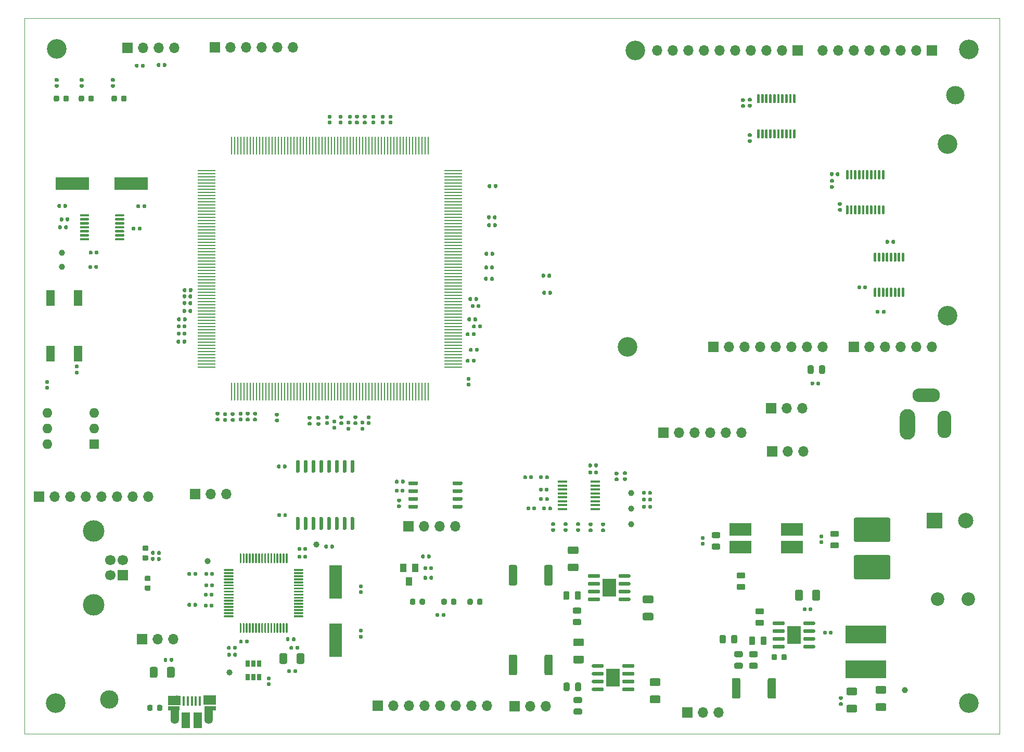
<source format=gbr>
G04 #@! TF.GenerationSoftware,KiCad,Pcbnew,5.1.6-c6e7f7d~87~ubuntu16.04.1*
G04 #@! TF.CreationDate,2020-08-12T13:09:15+05:30*
G04 #@! TF.ProjectId,Aardonyx,41617264-6f6e-4797-982e-6b696361645f,v1.0*
G04 #@! TF.SameCoordinates,Original*
G04 #@! TF.FileFunction,Soldermask,Top*
G04 #@! TF.FilePolarity,Negative*
%FSLAX46Y46*%
G04 Gerber Fmt 4.6, Leading zero omitted, Abs format (unit mm)*
G04 Created by KiCad (PCBNEW 5.1.6-c6e7f7d~87~ubuntu16.04.1) date 2020-08-12 13:09:15*
%MOMM*%
%LPD*%
G01*
G04 APERTURE LIST*
G04 #@! TA.AperFunction,Profile*
%ADD10C,0.100000*%
G04 #@! TD*
%ADD11C,2.500000*%
%ADD12R,2.500000X2.500000*%
%ADD13R,5.500000X2.000000*%
%ADD14R,2.000000X5.500000*%
%ADD15C,2.200000*%
%ADD16O,1.700000X1.700000*%
%ADD17R,1.700000X1.700000*%
%ADD18O,4.500000X2.250000*%
%ADD19O,2.250000X4.500000*%
%ADD20O,2.500000X5.000000*%
%ADD21C,3.200000*%
%ADD22R,2.290000X3.000000*%
%ADD23O,1.600000X1.600000*%
%ADD24R,1.600000X1.600000*%
%ADD25R,1.400000X2.600000*%
%ADD26R,1.000000X1.400000*%
%ADD27R,1.430000X2.500000*%
%ADD28O,1.350000X1.700000*%
%ADD29O,1.100000X1.500000*%
%ADD30R,0.400000X1.650000*%
%ADD31R,2.000000X1.500000*%
%ADD32R,1.825000X0.700000*%
%ADD33R,1.350000X2.000000*%
%ADD34R,3.660000X2.085000*%
%ADD35R,6.600000X2.850000*%
%ADD36C,3.000000*%
%ADD37C,1.000000*%
%ADD38C,3.500000*%
%ADD39C,1.700000*%
%ADD40R,0.650000X1.060000*%
%ADD41R,0.240000X3.000000*%
%ADD42R,3.000000X0.240000*%
%ADD43R,1.600000X0.410000*%
G04 APERTURE END LIST*
D10*
X281706200Y-45680600D02*
X281706200Y-162210600D01*
X123106200Y-45680600D02*
X281706200Y-45680600D01*
X123106200Y-162210600D02*
X123106200Y-45680600D01*
X281706200Y-162210600D02*
X123106200Y-162210600D01*
D11*
X276199600Y-127508000D03*
D12*
X271119600Y-127508000D03*
G36*
G01*
X239724250Y-149742500D02*
X238811750Y-149742500D01*
G75*
G02*
X238568000Y-149498750I0J243750D01*
G01*
X238568000Y-149011250D01*
G75*
G02*
X238811750Y-148767500I243750J0D01*
G01*
X239724250Y-148767500D01*
G75*
G02*
X239968000Y-149011250I0J-243750D01*
G01*
X239968000Y-149498750D01*
G75*
G02*
X239724250Y-149742500I-243750J0D01*
G01*
G37*
G36*
G01*
X239724250Y-151617500D02*
X238811750Y-151617500D01*
G75*
G02*
X238568000Y-151373750I0J243750D01*
G01*
X238568000Y-150886250D01*
G75*
G02*
X238811750Y-150642500I243750J0D01*
G01*
X239724250Y-150642500D01*
G75*
G02*
X239968000Y-150886250I0J-243750D01*
G01*
X239968000Y-151373750D01*
G75*
G02*
X239724250Y-151617500I-243750J0D01*
G01*
G37*
G36*
G01*
X237167000Y-146355750D02*
X237167000Y-147268250D01*
G75*
G02*
X236923250Y-147512000I-243750J0D01*
G01*
X236435750Y-147512000D01*
G75*
G02*
X236192000Y-147268250I0J243750D01*
G01*
X236192000Y-146355750D01*
G75*
G02*
X236435750Y-146112000I243750J0D01*
G01*
X236923250Y-146112000D01*
G75*
G02*
X237167000Y-146355750I0J-243750D01*
G01*
G37*
G36*
G01*
X239042000Y-146355750D02*
X239042000Y-147268250D01*
G75*
G02*
X238798250Y-147512000I-243750J0D01*
G01*
X238310750Y-147512000D01*
G75*
G02*
X238067000Y-147268250I0J243750D01*
G01*
X238067000Y-146355750D01*
G75*
G02*
X238310750Y-146112000I243750J0D01*
G01*
X238798250Y-146112000D01*
G75*
G02*
X239042000Y-146355750I0J-243750D01*
G01*
G37*
G36*
G01*
X212522750Y-143530500D02*
X213435250Y-143530500D01*
G75*
G02*
X213679000Y-143774250I0J-243750D01*
G01*
X213679000Y-144261750D01*
G75*
G02*
X213435250Y-144505500I-243750J0D01*
G01*
X212522750Y-144505500D01*
G75*
G02*
X212279000Y-144261750I0J243750D01*
G01*
X212279000Y-143774250D01*
G75*
G02*
X212522750Y-143530500I243750J0D01*
G01*
G37*
G36*
G01*
X212522750Y-141655500D02*
X213435250Y-141655500D01*
G75*
G02*
X213679000Y-141899250I0J-243750D01*
G01*
X213679000Y-142386750D01*
G75*
G02*
X213435250Y-142630500I-243750J0D01*
G01*
X212522750Y-142630500D01*
G75*
G02*
X212279000Y-142386750I0J243750D01*
G01*
X212279000Y-141899250D01*
G75*
G02*
X212522750Y-141655500I243750J0D01*
G01*
G37*
G36*
G01*
X212618500Y-140156250D02*
X212618500Y-139243750D01*
G75*
G02*
X212862250Y-139000000I243750J0D01*
G01*
X213349750Y-139000000D01*
G75*
G02*
X213593500Y-139243750I0J-243750D01*
G01*
X213593500Y-140156250D01*
G75*
G02*
X213349750Y-140400000I-243750J0D01*
G01*
X212862250Y-140400000D01*
G75*
G02*
X212618500Y-140156250I0J243750D01*
G01*
G37*
G36*
G01*
X210743500Y-140156250D02*
X210743500Y-139243750D01*
G75*
G02*
X210987250Y-139000000I243750J0D01*
G01*
X211474750Y-139000000D01*
G75*
G02*
X211718500Y-139243750I0J-243750D01*
G01*
X211718500Y-140156250D01*
G75*
G02*
X211474750Y-140400000I-243750J0D01*
G01*
X210987250Y-140400000D01*
G75*
G02*
X210743500Y-140156250I0J243750D01*
G01*
G37*
G36*
G01*
X212649750Y-158105500D02*
X213562250Y-158105500D01*
G75*
G02*
X213806000Y-158349250I0J-243750D01*
G01*
X213806000Y-158836750D01*
G75*
G02*
X213562250Y-159080500I-243750J0D01*
G01*
X212649750Y-159080500D01*
G75*
G02*
X212406000Y-158836750I0J243750D01*
G01*
X212406000Y-158349250D01*
G75*
G02*
X212649750Y-158105500I243750J0D01*
G01*
G37*
G36*
G01*
X212649750Y-156230500D02*
X213562250Y-156230500D01*
G75*
G02*
X213806000Y-156474250I0J-243750D01*
G01*
X213806000Y-156961750D01*
G75*
G02*
X213562250Y-157205500I-243750J0D01*
G01*
X212649750Y-157205500D01*
G75*
G02*
X212406000Y-156961750I0J243750D01*
G01*
X212406000Y-156474250D01*
G75*
G02*
X212649750Y-156230500I243750J0D01*
G01*
G37*
G36*
G01*
X212667000Y-155015250D02*
X212667000Y-154102750D01*
G75*
G02*
X212910750Y-153859000I243750J0D01*
G01*
X213398250Y-153859000D01*
G75*
G02*
X213642000Y-154102750I0J-243750D01*
G01*
X213642000Y-155015250D01*
G75*
G02*
X213398250Y-155259000I-243750J0D01*
G01*
X212910750Y-155259000D01*
G75*
G02*
X212667000Y-155015250I0J243750D01*
G01*
G37*
G36*
G01*
X210792000Y-155015250D02*
X210792000Y-154102750D01*
G75*
G02*
X211035750Y-153859000I243750J0D01*
G01*
X211523250Y-153859000D01*
G75*
G02*
X211767000Y-154102750I0J-243750D01*
G01*
X211767000Y-155015250D01*
G75*
G02*
X211523250Y-155259000I-243750J0D01*
G01*
X211035750Y-155259000D01*
G75*
G02*
X210792000Y-155015250I0J243750D01*
G01*
G37*
G36*
G01*
X239192750Y-137815500D02*
X240105250Y-137815500D01*
G75*
G02*
X240349000Y-138059250I0J-243750D01*
G01*
X240349000Y-138546750D01*
G75*
G02*
X240105250Y-138790500I-243750J0D01*
G01*
X239192750Y-138790500D01*
G75*
G02*
X238949000Y-138546750I0J243750D01*
G01*
X238949000Y-138059250D01*
G75*
G02*
X239192750Y-137815500I243750J0D01*
G01*
G37*
G36*
G01*
X239192750Y-135940500D02*
X240105250Y-135940500D01*
G75*
G02*
X240349000Y-136184250I0J-243750D01*
G01*
X240349000Y-136671750D01*
G75*
G02*
X240105250Y-136915500I-243750J0D01*
G01*
X239192750Y-136915500D01*
G75*
G02*
X238949000Y-136671750I0J243750D01*
G01*
X238949000Y-136184250D01*
G75*
G02*
X239192750Y-135940500I243750J0D01*
G01*
G37*
G36*
G01*
X243153250Y-142757500D02*
X242240750Y-142757500D01*
G75*
G02*
X241997000Y-142513750I0J243750D01*
G01*
X241997000Y-142026250D01*
G75*
G02*
X242240750Y-141782500I243750J0D01*
G01*
X243153250Y-141782500D01*
G75*
G02*
X243397000Y-142026250I0J-243750D01*
G01*
X243397000Y-142513750D01*
G75*
G02*
X243153250Y-142757500I-243750J0D01*
G01*
G37*
G36*
G01*
X243153250Y-144632500D02*
X242240750Y-144632500D01*
G75*
G02*
X241997000Y-144388750I0J243750D01*
G01*
X241997000Y-143901250D01*
G75*
G02*
X242240750Y-143657500I243750J0D01*
G01*
X243153250Y-143657500D01*
G75*
G02*
X243397000Y-143901250I0J-243750D01*
G01*
X243397000Y-144388750D01*
G75*
G02*
X243153250Y-144632500I-243750J0D01*
G01*
G37*
G36*
G01*
X212969000Y-132953000D02*
X211719000Y-132953000D01*
G75*
G02*
X211469000Y-132703000I0J250000D01*
G01*
X211469000Y-131953000D01*
G75*
G02*
X211719000Y-131703000I250000J0D01*
G01*
X212969000Y-131703000D01*
G75*
G02*
X213219000Y-131953000I0J-250000D01*
G01*
X213219000Y-132703000D01*
G75*
G02*
X212969000Y-132953000I-250000J0D01*
G01*
G37*
G36*
G01*
X212969000Y-135753000D02*
X211719000Y-135753000D01*
G75*
G02*
X211469000Y-135503000I0J250000D01*
G01*
X211469000Y-134753000D01*
G75*
G02*
X211719000Y-134503000I250000J0D01*
G01*
X212969000Y-134503000D01*
G75*
G02*
X213219000Y-134753000I0J-250000D01*
G01*
X213219000Y-135503000D01*
G75*
G02*
X212969000Y-135753000I-250000J0D01*
G01*
G37*
G36*
G01*
X223911000Y-142510000D02*
X225161000Y-142510000D01*
G75*
G02*
X225411000Y-142760000I0J-250000D01*
G01*
X225411000Y-143510000D01*
G75*
G02*
X225161000Y-143760000I-250000J0D01*
G01*
X223911000Y-143760000D01*
G75*
G02*
X223661000Y-143510000I0J250000D01*
G01*
X223661000Y-142760000D01*
G75*
G02*
X223911000Y-142510000I250000J0D01*
G01*
G37*
G36*
G01*
X223911000Y-139710000D02*
X225161000Y-139710000D01*
G75*
G02*
X225411000Y-139960000I0J-250000D01*
G01*
X225411000Y-140710000D01*
G75*
G02*
X225161000Y-140960000I-250000J0D01*
G01*
X223911000Y-140960000D01*
G75*
G02*
X223661000Y-140710000I0J250000D01*
G01*
X223661000Y-139960000D01*
G75*
G02*
X223911000Y-139710000I250000J0D01*
G01*
G37*
G36*
G01*
X213858000Y-147945000D02*
X212608000Y-147945000D01*
G75*
G02*
X212358000Y-147695000I0J250000D01*
G01*
X212358000Y-146945000D01*
G75*
G02*
X212608000Y-146695000I250000J0D01*
G01*
X213858000Y-146695000D01*
G75*
G02*
X214108000Y-146945000I0J-250000D01*
G01*
X214108000Y-147695000D01*
G75*
G02*
X213858000Y-147945000I-250000J0D01*
G01*
G37*
G36*
G01*
X213858000Y-150745000D02*
X212608000Y-150745000D01*
G75*
G02*
X212358000Y-150495000I0J250000D01*
G01*
X212358000Y-149745000D01*
G75*
G02*
X212608000Y-149495000I250000J0D01*
G01*
X213858000Y-149495000D01*
G75*
G02*
X214108000Y-149745000I0J-250000D01*
G01*
X214108000Y-150495000D01*
G75*
G02*
X213858000Y-150745000I-250000J0D01*
G01*
G37*
G36*
G01*
X225054000Y-155972000D02*
X226304000Y-155972000D01*
G75*
G02*
X226554000Y-156222000I0J-250000D01*
G01*
X226554000Y-156972000D01*
G75*
G02*
X226304000Y-157222000I-250000J0D01*
G01*
X225054000Y-157222000D01*
G75*
G02*
X224804000Y-156972000I0J250000D01*
G01*
X224804000Y-156222000D01*
G75*
G02*
X225054000Y-155972000I250000J0D01*
G01*
G37*
G36*
G01*
X225054000Y-153172000D02*
X226304000Y-153172000D01*
G75*
G02*
X226554000Y-153422000I0J-250000D01*
G01*
X226554000Y-154172000D01*
G75*
G02*
X226304000Y-154422000I-250000J0D01*
G01*
X225054000Y-154422000D01*
G75*
G02*
X224804000Y-154172000I0J250000D01*
G01*
X224804000Y-153422000D01*
G75*
G02*
X225054000Y-153172000I250000J0D01*
G01*
G37*
G36*
G01*
X261807800Y-157236000D02*
X263057800Y-157236000D01*
G75*
G02*
X263307800Y-157486000I0J-250000D01*
G01*
X263307800Y-158236000D01*
G75*
G02*
X263057800Y-158486000I-250000J0D01*
G01*
X261807800Y-158486000D01*
G75*
G02*
X261557800Y-158236000I0J250000D01*
G01*
X261557800Y-157486000D01*
G75*
G02*
X261807800Y-157236000I250000J0D01*
G01*
G37*
G36*
G01*
X261807800Y-154436000D02*
X263057800Y-154436000D01*
G75*
G02*
X263307800Y-154686000I0J-250000D01*
G01*
X263307800Y-155436000D01*
G75*
G02*
X263057800Y-155686000I-250000J0D01*
G01*
X261807800Y-155686000D01*
G75*
G02*
X261557800Y-155436000I0J250000D01*
G01*
X261557800Y-154686000D01*
G75*
G02*
X261807800Y-154436000I250000J0D01*
G01*
G37*
G36*
G01*
X257058000Y-157490000D02*
X258308000Y-157490000D01*
G75*
G02*
X258558000Y-157740000I0J-250000D01*
G01*
X258558000Y-158490000D01*
G75*
G02*
X258308000Y-158740000I-250000J0D01*
G01*
X257058000Y-158740000D01*
G75*
G02*
X256808000Y-158490000I0J250000D01*
G01*
X256808000Y-157740000D01*
G75*
G02*
X257058000Y-157490000I250000J0D01*
G01*
G37*
G36*
G01*
X257058000Y-154690000D02*
X258308000Y-154690000D01*
G75*
G02*
X258558000Y-154940000I0J-250000D01*
G01*
X258558000Y-155690000D01*
G75*
G02*
X258308000Y-155940000I-250000J0D01*
G01*
X257058000Y-155940000D01*
G75*
G02*
X256808000Y-155690000I0J250000D01*
G01*
X256808000Y-154940000D01*
G75*
G02*
X257058000Y-154690000I250000J0D01*
G01*
G37*
G36*
G01*
X249719800Y-139024200D02*
X249719800Y-140274200D01*
G75*
G02*
X249469800Y-140524200I-250000J0D01*
G01*
X248719800Y-140524200D01*
G75*
G02*
X248469800Y-140274200I0J250000D01*
G01*
X248469800Y-139024200D01*
G75*
G02*
X248719800Y-138774200I250000J0D01*
G01*
X249469800Y-138774200D01*
G75*
G02*
X249719800Y-139024200I0J-250000D01*
G01*
G37*
G36*
G01*
X252519800Y-139024200D02*
X252519800Y-140274200D01*
G75*
G02*
X252269800Y-140524200I-250000J0D01*
G01*
X251519800Y-140524200D01*
G75*
G02*
X251269800Y-140274200I0J250000D01*
G01*
X251269800Y-139024200D01*
G75*
G02*
X251519800Y-138774200I250000J0D01*
G01*
X252269800Y-138774200D01*
G75*
G02*
X252519800Y-139024200I0J-250000D01*
G01*
G37*
G36*
G01*
X165798200Y-149336600D02*
X165798200Y-150586600D01*
G75*
G02*
X165548200Y-150836600I-250000J0D01*
G01*
X164798200Y-150836600D01*
G75*
G02*
X164548200Y-150586600I0J250000D01*
G01*
X164548200Y-149336600D01*
G75*
G02*
X164798200Y-149086600I250000J0D01*
G01*
X165548200Y-149086600D01*
G75*
G02*
X165798200Y-149336600I0J-250000D01*
G01*
G37*
G36*
G01*
X168598200Y-149336600D02*
X168598200Y-150586600D01*
G75*
G02*
X168348200Y-150836600I-250000J0D01*
G01*
X167598200Y-150836600D01*
G75*
G02*
X167348200Y-150586600I0J250000D01*
G01*
X167348200Y-149336600D01*
G75*
G02*
X167598200Y-149086600I250000J0D01*
G01*
X168348200Y-149086600D01*
G75*
G02*
X168598200Y-149336600I0J-250000D01*
G01*
G37*
G36*
G01*
X144705000Y-151575000D02*
X144705000Y-152825000D01*
G75*
G02*
X144455000Y-153075000I-250000J0D01*
G01*
X143705000Y-153075000D01*
G75*
G02*
X143455000Y-152825000I0J250000D01*
G01*
X143455000Y-151575000D01*
G75*
G02*
X143705000Y-151325000I250000J0D01*
G01*
X144455000Y-151325000D01*
G75*
G02*
X144705000Y-151575000I0J-250000D01*
G01*
G37*
G36*
G01*
X147505000Y-151575000D02*
X147505000Y-152825000D01*
G75*
G02*
X147255000Y-153075000I-250000J0D01*
G01*
X146505000Y-153075000D01*
G75*
G02*
X146255000Y-152825000I0J250000D01*
G01*
X146255000Y-151575000D01*
G75*
G02*
X146505000Y-151325000I250000J0D01*
G01*
X147255000Y-151325000D01*
G75*
G02*
X147505000Y-151575000I0J-250000D01*
G01*
G37*
G36*
G01*
X246222000Y-149989250D02*
X246222000Y-149476750D01*
G75*
G02*
X246440750Y-149258000I218750J0D01*
G01*
X246878250Y-149258000D01*
G75*
G02*
X247097000Y-149476750I0J-218750D01*
G01*
X247097000Y-149989250D01*
G75*
G02*
X246878250Y-150208000I-218750J0D01*
G01*
X246440750Y-150208000D01*
G75*
G02*
X246222000Y-149989250I0J218750D01*
G01*
G37*
G36*
G01*
X244647000Y-149989250D02*
X244647000Y-149476750D01*
G75*
G02*
X244865750Y-149258000I218750J0D01*
G01*
X245303250Y-149258000D01*
G75*
G02*
X245522000Y-149476750I0J-218750D01*
G01*
X245522000Y-149989250D01*
G75*
G02*
X245303250Y-150208000I-218750J0D01*
G01*
X244865750Y-150208000D01*
G75*
G02*
X244647000Y-149989250I0J218750D01*
G01*
G37*
G36*
G01*
X251464900Y-102464550D02*
X251464900Y-103377050D01*
G75*
G02*
X251221150Y-103620800I-243750J0D01*
G01*
X250733650Y-103620800D01*
G75*
G02*
X250489900Y-103377050I0J243750D01*
G01*
X250489900Y-102464550D01*
G75*
G02*
X250733650Y-102220800I243750J0D01*
G01*
X251221150Y-102220800D01*
G75*
G02*
X251464900Y-102464550I0J-243750D01*
G01*
G37*
G36*
G01*
X253339900Y-102464550D02*
X253339900Y-103377050D01*
G75*
G02*
X253096150Y-103620800I-243750J0D01*
G01*
X252608650Y-103620800D01*
G75*
G02*
X252364900Y-103377050I0J243750D01*
G01*
X252364900Y-102464550D01*
G75*
G02*
X252608650Y-102220800I243750J0D01*
G01*
X253096150Y-102220800D01*
G75*
G02*
X253339900Y-102464550I0J-243750D01*
G01*
G37*
G36*
G01*
X236041250Y-130360000D02*
X235128750Y-130360000D01*
G75*
G02*
X234885000Y-130116250I0J243750D01*
G01*
X234885000Y-129628750D01*
G75*
G02*
X235128750Y-129385000I243750J0D01*
G01*
X236041250Y-129385000D01*
G75*
G02*
X236285000Y-129628750I0J-243750D01*
G01*
X236285000Y-130116250D01*
G75*
G02*
X236041250Y-130360000I-243750J0D01*
G01*
G37*
G36*
G01*
X236041250Y-132235000D02*
X235128750Y-132235000D01*
G75*
G02*
X234885000Y-131991250I0J243750D01*
G01*
X234885000Y-131503750D01*
G75*
G02*
X235128750Y-131260000I243750J0D01*
G01*
X236041250Y-131260000D01*
G75*
G02*
X236285000Y-131503750I0J-243750D01*
G01*
X236285000Y-131991250D01*
G75*
G02*
X236041250Y-132235000I-243750J0D01*
G01*
G37*
G36*
G01*
X242137250Y-149742500D02*
X241224750Y-149742500D01*
G75*
G02*
X240981000Y-149498750I0J243750D01*
G01*
X240981000Y-149011250D01*
G75*
G02*
X241224750Y-148767500I243750J0D01*
G01*
X242137250Y-148767500D01*
G75*
G02*
X242381000Y-149011250I0J-243750D01*
G01*
X242381000Y-149498750D01*
G75*
G02*
X242137250Y-149742500I-243750J0D01*
G01*
G37*
G36*
G01*
X242137250Y-151617500D02*
X241224750Y-151617500D01*
G75*
G02*
X240981000Y-151373750I0J243750D01*
G01*
X240981000Y-150886250D01*
G75*
G02*
X241224750Y-150642500I243750J0D01*
G01*
X242137250Y-150642500D01*
G75*
G02*
X242381000Y-150886250I0J-243750D01*
G01*
X242381000Y-151373750D01*
G75*
G02*
X242137250Y-151617500I-243750J0D01*
G01*
G37*
G36*
G01*
X255345250Y-130154500D02*
X254432750Y-130154500D01*
G75*
G02*
X254189000Y-129910750I0J243750D01*
G01*
X254189000Y-129423250D01*
G75*
G02*
X254432750Y-129179500I243750J0D01*
G01*
X255345250Y-129179500D01*
G75*
G02*
X255589000Y-129423250I0J-243750D01*
G01*
X255589000Y-129910750D01*
G75*
G02*
X255345250Y-130154500I-243750J0D01*
G01*
G37*
G36*
G01*
X255345250Y-132029500D02*
X254432750Y-132029500D01*
G75*
G02*
X254189000Y-131785750I0J243750D01*
G01*
X254189000Y-131298250D01*
G75*
G02*
X254432750Y-131054500I243750J0D01*
G01*
X255345250Y-131054500D01*
G75*
G02*
X255589000Y-131298250I0J-243750D01*
G01*
X255589000Y-131785750D01*
G75*
G02*
X255345250Y-132029500I-243750J0D01*
G01*
G37*
G36*
G01*
X241944500Y-146609750D02*
X241944500Y-147522250D01*
G75*
G02*
X241700750Y-147766000I-243750J0D01*
G01*
X241213250Y-147766000D01*
G75*
G02*
X240969500Y-147522250I0J243750D01*
G01*
X240969500Y-146609750D01*
G75*
G02*
X241213250Y-146366000I243750J0D01*
G01*
X241700750Y-146366000D01*
G75*
G02*
X241944500Y-146609750I0J-243750D01*
G01*
G37*
G36*
G01*
X243819500Y-146609750D02*
X243819500Y-147522250D01*
G75*
G02*
X243575750Y-147766000I-243750J0D01*
G01*
X243088250Y-147766000D01*
G75*
G02*
X242844500Y-147522250I0J243750D01*
G01*
X242844500Y-146609750D01*
G75*
G02*
X243088250Y-146366000I243750J0D01*
G01*
X243575750Y-146366000D01*
G75*
G02*
X243819500Y-146609750I0J-243750D01*
G01*
G37*
G36*
G01*
X251549400Y-105008900D02*
X251549400Y-105353900D01*
G75*
G02*
X251401900Y-105501400I-147500J0D01*
G01*
X251106900Y-105501400D01*
G75*
G02*
X250959400Y-105353900I0J147500D01*
G01*
X250959400Y-105008900D01*
G75*
G02*
X251106900Y-104861400I147500J0D01*
G01*
X251401900Y-104861400D01*
G75*
G02*
X251549400Y-105008900I0J-147500D01*
G01*
G37*
G36*
G01*
X252519400Y-105008900D02*
X252519400Y-105353900D01*
G75*
G02*
X252371900Y-105501400I-147500J0D01*
G01*
X252076900Y-105501400D01*
G75*
G02*
X251929400Y-105353900I0J147500D01*
G01*
X251929400Y-105008900D01*
G75*
G02*
X252076900Y-104861400I147500J0D01*
G01*
X252371900Y-104861400D01*
G75*
G02*
X252519400Y-105008900I0J-147500D01*
G01*
G37*
G36*
G01*
X162641500Y-153860000D02*
X162986500Y-153860000D01*
G75*
G02*
X163134000Y-154007500I0J-147500D01*
G01*
X163134000Y-154302500D01*
G75*
G02*
X162986500Y-154450000I-147500J0D01*
G01*
X162641500Y-154450000D01*
G75*
G02*
X162494000Y-154302500I0J147500D01*
G01*
X162494000Y-154007500D01*
G75*
G02*
X162641500Y-153860000I147500J0D01*
G01*
G37*
G36*
G01*
X162641500Y-152890000D02*
X162986500Y-152890000D01*
G75*
G02*
X163134000Y-153037500I0J-147500D01*
G01*
X163134000Y-153332500D01*
G75*
G02*
X162986500Y-153480000I-147500J0D01*
G01*
X162641500Y-153480000D01*
G75*
G02*
X162494000Y-153332500I0J147500D01*
G01*
X162494000Y-153037500D01*
G75*
G02*
X162641500Y-152890000I147500J0D01*
G01*
G37*
G36*
G01*
X199308000Y-78307500D02*
X199308000Y-77962500D01*
G75*
G02*
X199455500Y-77815000I147500J0D01*
G01*
X199750500Y-77815000D01*
G75*
G02*
X199898000Y-77962500I0J-147500D01*
G01*
X199898000Y-78307500D01*
G75*
G02*
X199750500Y-78455000I-147500J0D01*
G01*
X199455500Y-78455000D01*
G75*
G02*
X199308000Y-78307500I0J147500D01*
G01*
G37*
G36*
G01*
X198338000Y-78307500D02*
X198338000Y-77962500D01*
G75*
G02*
X198485500Y-77815000I147500J0D01*
G01*
X198780500Y-77815000D01*
G75*
G02*
X198928000Y-77962500I0J-147500D01*
G01*
X198928000Y-78307500D01*
G75*
G02*
X198780500Y-78455000I-147500J0D01*
G01*
X198485500Y-78455000D01*
G75*
G02*
X198338000Y-78307500I0J147500D01*
G01*
G37*
G36*
G01*
X199331000Y-79577500D02*
X199331000Y-79232500D01*
G75*
G02*
X199478500Y-79085000I147500J0D01*
G01*
X199773500Y-79085000D01*
G75*
G02*
X199921000Y-79232500I0J-147500D01*
G01*
X199921000Y-79577500D01*
G75*
G02*
X199773500Y-79725000I-147500J0D01*
G01*
X199478500Y-79725000D01*
G75*
G02*
X199331000Y-79577500I0J147500D01*
G01*
G37*
G36*
G01*
X198361000Y-79577500D02*
X198361000Y-79232500D01*
G75*
G02*
X198508500Y-79085000I147500J0D01*
G01*
X198803500Y-79085000D01*
G75*
G02*
X198951000Y-79232500I0J-147500D01*
G01*
X198951000Y-79577500D01*
G75*
G02*
X198803500Y-79725000I-147500J0D01*
G01*
X198508500Y-79725000D01*
G75*
G02*
X198361000Y-79577500I0J147500D01*
G01*
G37*
G36*
G01*
X198892000Y-84233500D02*
X198892000Y-83888500D01*
G75*
G02*
X199039500Y-83741000I147500J0D01*
G01*
X199334500Y-83741000D01*
G75*
G02*
X199482000Y-83888500I0J-147500D01*
G01*
X199482000Y-84233500D01*
G75*
G02*
X199334500Y-84381000I-147500J0D01*
G01*
X199039500Y-84381000D01*
G75*
G02*
X198892000Y-84233500I0J147500D01*
G01*
G37*
G36*
G01*
X197922000Y-84233500D02*
X197922000Y-83888500D01*
G75*
G02*
X198069500Y-83741000I147500J0D01*
G01*
X198364500Y-83741000D01*
G75*
G02*
X198512000Y-83888500I0J-147500D01*
G01*
X198512000Y-84233500D01*
G75*
G02*
X198364500Y-84381000I-147500J0D01*
G01*
X198069500Y-84381000D01*
G75*
G02*
X197922000Y-84233500I0J147500D01*
G01*
G37*
G36*
G01*
X198867000Y-86463500D02*
X198867000Y-86118500D01*
G75*
G02*
X199014500Y-85971000I147500J0D01*
G01*
X199309500Y-85971000D01*
G75*
G02*
X199457000Y-86118500I0J-147500D01*
G01*
X199457000Y-86463500D01*
G75*
G02*
X199309500Y-86611000I-147500J0D01*
G01*
X199014500Y-86611000D01*
G75*
G02*
X198867000Y-86463500I0J147500D01*
G01*
G37*
G36*
G01*
X197897000Y-86463500D02*
X197897000Y-86118500D01*
G75*
G02*
X198044500Y-85971000I147500J0D01*
G01*
X198339500Y-85971000D01*
G75*
G02*
X198487000Y-86118500I0J-147500D01*
G01*
X198487000Y-86463500D01*
G75*
G02*
X198339500Y-86611000I-147500J0D01*
G01*
X198044500Y-86611000D01*
G75*
G02*
X197897000Y-86463500I0J147500D01*
G01*
G37*
G36*
G01*
X198837000Y-88323500D02*
X198837000Y-87978500D01*
G75*
G02*
X198984500Y-87831000I147500J0D01*
G01*
X199279500Y-87831000D01*
G75*
G02*
X199427000Y-87978500I0J-147500D01*
G01*
X199427000Y-88323500D01*
G75*
G02*
X199279500Y-88471000I-147500J0D01*
G01*
X198984500Y-88471000D01*
G75*
G02*
X198837000Y-88323500I0J147500D01*
G01*
G37*
G36*
G01*
X197867000Y-88323500D02*
X197867000Y-87978500D01*
G75*
G02*
X198014500Y-87831000I147500J0D01*
G01*
X198309500Y-87831000D01*
G75*
G02*
X198457000Y-87978500I0J-147500D01*
G01*
X198457000Y-88323500D01*
G75*
G02*
X198309500Y-88471000I-147500J0D01*
G01*
X198014500Y-88471000D01*
G75*
G02*
X197867000Y-88323500I0J147500D01*
G01*
G37*
G36*
G01*
X170718700Y-111467400D02*
X171063700Y-111467400D01*
G75*
G02*
X171211200Y-111614900I0J-147500D01*
G01*
X171211200Y-111909900D01*
G75*
G02*
X171063700Y-112057400I-147500J0D01*
G01*
X170718700Y-112057400D01*
G75*
G02*
X170571200Y-111909900I0J147500D01*
G01*
X170571200Y-111614900D01*
G75*
G02*
X170718700Y-111467400I147500J0D01*
G01*
G37*
G36*
G01*
X170718700Y-110497400D02*
X171063700Y-110497400D01*
G75*
G02*
X171211200Y-110644900I0J-147500D01*
G01*
X171211200Y-110939900D01*
G75*
G02*
X171063700Y-111087400I-147500J0D01*
G01*
X170718700Y-111087400D01*
G75*
G02*
X170571200Y-110939900I0J147500D01*
G01*
X170571200Y-110644900D01*
G75*
G02*
X170718700Y-110497400I147500J0D01*
G01*
G37*
G36*
G01*
X163969500Y-110911000D02*
X164314500Y-110911000D01*
G75*
G02*
X164462000Y-111058500I0J-147500D01*
G01*
X164462000Y-111353500D01*
G75*
G02*
X164314500Y-111501000I-147500J0D01*
G01*
X163969500Y-111501000D01*
G75*
G02*
X163822000Y-111353500I0J147500D01*
G01*
X163822000Y-111058500D01*
G75*
G02*
X163969500Y-110911000I147500J0D01*
G01*
G37*
G36*
G01*
X163969500Y-109941000D02*
X164314500Y-109941000D01*
G75*
G02*
X164462000Y-110088500I0J-147500D01*
G01*
X164462000Y-110383500D01*
G75*
G02*
X164314500Y-110531000I-147500J0D01*
G01*
X163969500Y-110531000D01*
G75*
G02*
X163822000Y-110383500I0J147500D01*
G01*
X163822000Y-110088500D01*
G75*
G02*
X163969500Y-109941000I147500J0D01*
G01*
G37*
G36*
G01*
X169296300Y-111436000D02*
X169641300Y-111436000D01*
G75*
G02*
X169788800Y-111583500I0J-147500D01*
G01*
X169788800Y-111878500D01*
G75*
G02*
X169641300Y-112026000I-147500J0D01*
G01*
X169296300Y-112026000D01*
G75*
G02*
X169148800Y-111878500I0J147500D01*
G01*
X169148800Y-111583500D01*
G75*
G02*
X169296300Y-111436000I147500J0D01*
G01*
G37*
G36*
G01*
X169296300Y-110466000D02*
X169641300Y-110466000D01*
G75*
G02*
X169788800Y-110613500I0J-147500D01*
G01*
X169788800Y-110908500D01*
G75*
G02*
X169641300Y-111056000I-147500J0D01*
G01*
X169296300Y-111056000D01*
G75*
G02*
X169148800Y-110908500I0J147500D01*
G01*
X169148800Y-110613500D01*
G75*
G02*
X169296300Y-110466000I147500J0D01*
G01*
G37*
G36*
G01*
X199422000Y-73213500D02*
X199422000Y-72868500D01*
G75*
G02*
X199569500Y-72721000I147500J0D01*
G01*
X199864500Y-72721000D01*
G75*
G02*
X200012000Y-72868500I0J-147500D01*
G01*
X200012000Y-73213500D01*
G75*
G02*
X199864500Y-73361000I-147500J0D01*
G01*
X199569500Y-73361000D01*
G75*
G02*
X199422000Y-73213500I0J147500D01*
G01*
G37*
G36*
G01*
X198452000Y-73213500D02*
X198452000Y-72868500D01*
G75*
G02*
X198599500Y-72721000I147500J0D01*
G01*
X198894500Y-72721000D01*
G75*
G02*
X199042000Y-72868500I0J-147500D01*
G01*
X199042000Y-73213500D01*
G75*
G02*
X198894500Y-73361000I-147500J0D01*
G01*
X198599500Y-73361000D01*
G75*
G02*
X198452000Y-73213500I0J147500D01*
G01*
G37*
G36*
G01*
X240145100Y-59336400D02*
X239800100Y-59336400D01*
G75*
G02*
X239652600Y-59188900I0J147500D01*
G01*
X239652600Y-58893900D01*
G75*
G02*
X239800100Y-58746400I147500J0D01*
G01*
X240145100Y-58746400D01*
G75*
G02*
X240292600Y-58893900I0J-147500D01*
G01*
X240292600Y-59188900D01*
G75*
G02*
X240145100Y-59336400I-147500J0D01*
G01*
G37*
G36*
G01*
X240145100Y-60306400D02*
X239800100Y-60306400D01*
G75*
G02*
X239652600Y-60158900I0J147500D01*
G01*
X239652600Y-59863900D01*
G75*
G02*
X239800100Y-59716400I147500J0D01*
G01*
X240145100Y-59716400D01*
G75*
G02*
X240292600Y-59863900I0J-147500D01*
G01*
X240292600Y-60158900D01*
G75*
G02*
X240145100Y-60306400I-147500J0D01*
G01*
G37*
G36*
G01*
X241269300Y-65037200D02*
X240924300Y-65037200D01*
G75*
G02*
X240776800Y-64889700I0J147500D01*
G01*
X240776800Y-64594700D01*
G75*
G02*
X240924300Y-64447200I147500J0D01*
G01*
X241269300Y-64447200D01*
G75*
G02*
X241416800Y-64594700I0J-147500D01*
G01*
X241416800Y-64889700D01*
G75*
G02*
X241269300Y-65037200I-147500J0D01*
G01*
G37*
G36*
G01*
X241269300Y-66007200D02*
X240924300Y-66007200D01*
G75*
G02*
X240776800Y-65859700I0J147500D01*
G01*
X240776800Y-65564700D01*
G75*
G02*
X240924300Y-65417200I147500J0D01*
G01*
X241269300Y-65417200D01*
G75*
G02*
X241416800Y-65564700I0J-147500D01*
G01*
X241416800Y-65859700D01*
G75*
G02*
X241269300Y-66007200I-147500J0D01*
G01*
G37*
G36*
G01*
X254284700Y-72884800D02*
X254629700Y-72884800D01*
G75*
G02*
X254777200Y-73032300I0J-147500D01*
G01*
X254777200Y-73327300D01*
G75*
G02*
X254629700Y-73474800I-147500J0D01*
G01*
X254284700Y-73474800D01*
G75*
G02*
X254137200Y-73327300I0J147500D01*
G01*
X254137200Y-73032300D01*
G75*
G02*
X254284700Y-72884800I147500J0D01*
G01*
G37*
G36*
G01*
X254284700Y-71914800D02*
X254629700Y-71914800D01*
G75*
G02*
X254777200Y-72062300I0J-147500D01*
G01*
X254777200Y-72357300D01*
G75*
G02*
X254629700Y-72504800I-147500J0D01*
G01*
X254284700Y-72504800D01*
G75*
G02*
X254137200Y-72357300I0J147500D01*
G01*
X254137200Y-72062300D01*
G75*
G02*
X254284700Y-71914800I147500J0D01*
G01*
G37*
G36*
G01*
X255580100Y-76618600D02*
X255925100Y-76618600D01*
G75*
G02*
X256072600Y-76766100I0J-147500D01*
G01*
X256072600Y-77061100D01*
G75*
G02*
X255925100Y-77208600I-147500J0D01*
G01*
X255580100Y-77208600D01*
G75*
G02*
X255432600Y-77061100I0J147500D01*
G01*
X255432600Y-76766100D01*
G75*
G02*
X255580100Y-76618600I147500J0D01*
G01*
G37*
G36*
G01*
X255580100Y-75648600D02*
X255925100Y-75648600D01*
G75*
G02*
X256072600Y-75796100I0J-147500D01*
G01*
X256072600Y-76091100D01*
G75*
G02*
X255925100Y-76238600I-147500J0D01*
G01*
X255580100Y-76238600D01*
G75*
G02*
X255432600Y-76091100I0J147500D01*
G01*
X255432600Y-75796100D01*
G75*
G02*
X255580100Y-75648600I147500J0D01*
G01*
G37*
G36*
G01*
X264145000Y-82282500D02*
X264145000Y-81937500D01*
G75*
G02*
X264292500Y-81790000I147500J0D01*
G01*
X264587500Y-81790000D01*
G75*
G02*
X264735000Y-81937500I0J-147500D01*
G01*
X264735000Y-82282500D01*
G75*
G02*
X264587500Y-82430000I-147500J0D01*
G01*
X264292500Y-82430000D01*
G75*
G02*
X264145000Y-82282500I0J147500D01*
G01*
G37*
G36*
G01*
X263175000Y-82282500D02*
X263175000Y-81937500D01*
G75*
G02*
X263322500Y-81790000I147500J0D01*
G01*
X263617500Y-81790000D01*
G75*
G02*
X263765000Y-81937500I0J-147500D01*
G01*
X263765000Y-82282500D01*
G75*
G02*
X263617500Y-82430000I-147500J0D01*
G01*
X263322500Y-82430000D01*
G75*
G02*
X263175000Y-82282500I0J147500D01*
G01*
G37*
G36*
G01*
X262572000Y-93695300D02*
X262572000Y-93350300D01*
G75*
G02*
X262719500Y-93202800I147500J0D01*
G01*
X263014500Y-93202800D01*
G75*
G02*
X263162000Y-93350300I0J-147500D01*
G01*
X263162000Y-93695300D01*
G75*
G02*
X263014500Y-93842800I-147500J0D01*
G01*
X262719500Y-93842800D01*
G75*
G02*
X262572000Y-93695300I0J147500D01*
G01*
G37*
G36*
G01*
X261602000Y-93695300D02*
X261602000Y-93350300D01*
G75*
G02*
X261749500Y-93202800I147500J0D01*
G01*
X262044500Y-93202800D01*
G75*
G02*
X262192000Y-93350300I0J-147500D01*
G01*
X262192000Y-93695300D01*
G75*
G02*
X262044500Y-93842800I-147500J0D01*
G01*
X261749500Y-93842800D01*
G75*
G02*
X261602000Y-93695300I0J147500D01*
G01*
G37*
G36*
G01*
X184195500Y-124498600D02*
X183850500Y-124498600D01*
G75*
G02*
X183703000Y-124351100I0J147500D01*
G01*
X183703000Y-124056100D01*
G75*
G02*
X183850500Y-123908600I147500J0D01*
G01*
X184195500Y-123908600D01*
G75*
G02*
X184343000Y-124056100I0J-147500D01*
G01*
X184343000Y-124351100D01*
G75*
G02*
X184195500Y-124498600I-147500J0D01*
G01*
G37*
G36*
G01*
X184195500Y-125468600D02*
X183850500Y-125468600D01*
G75*
G02*
X183703000Y-125321100I0J147500D01*
G01*
X183703000Y-125026100D01*
G75*
G02*
X183850500Y-124878600I147500J0D01*
G01*
X184195500Y-124878600D01*
G75*
G02*
X184343000Y-125026100I0J-147500D01*
G01*
X184343000Y-125321100D01*
G75*
G02*
X184195500Y-125468600I-147500J0D01*
G01*
G37*
G36*
G01*
X255732500Y-157058000D02*
X256077500Y-157058000D01*
G75*
G02*
X256225000Y-157205500I0J-147500D01*
G01*
X256225000Y-157500500D01*
G75*
G02*
X256077500Y-157648000I-147500J0D01*
G01*
X255732500Y-157648000D01*
G75*
G02*
X255585000Y-157500500I0J147500D01*
G01*
X255585000Y-157205500D01*
G75*
G02*
X255732500Y-157058000I147500J0D01*
G01*
G37*
G36*
G01*
X255732500Y-156088000D02*
X256077500Y-156088000D01*
G75*
G02*
X256225000Y-156235500I0J-147500D01*
G01*
X256225000Y-156530500D01*
G75*
G02*
X256077500Y-156678000I-147500J0D01*
G01*
X255732500Y-156678000D01*
G75*
G02*
X255585000Y-156530500I0J147500D01*
G01*
X255585000Y-156235500D01*
G75*
G02*
X255732500Y-156088000I147500J0D01*
G01*
G37*
G36*
G01*
X233598500Y-130597000D02*
X233253500Y-130597000D01*
G75*
G02*
X233106000Y-130449500I0J147500D01*
G01*
X233106000Y-130154500D01*
G75*
G02*
X233253500Y-130007000I147500J0D01*
G01*
X233598500Y-130007000D01*
G75*
G02*
X233746000Y-130154500I0J-147500D01*
G01*
X233746000Y-130449500D01*
G75*
G02*
X233598500Y-130597000I-147500J0D01*
G01*
G37*
G36*
G01*
X233598500Y-131567000D02*
X233253500Y-131567000D01*
G75*
G02*
X233106000Y-131419500I0J147500D01*
G01*
X233106000Y-131124500D01*
G75*
G02*
X233253500Y-130977000I147500J0D01*
G01*
X233598500Y-130977000D01*
G75*
G02*
X233746000Y-131124500I0J-147500D01*
G01*
X233746000Y-131419500D01*
G75*
G02*
X233598500Y-131567000I-147500J0D01*
G01*
G37*
G36*
G01*
X253986800Y-145917700D02*
X253986800Y-145572700D01*
G75*
G02*
X254134300Y-145425200I147500J0D01*
G01*
X254429300Y-145425200D01*
G75*
G02*
X254576800Y-145572700I0J-147500D01*
G01*
X254576800Y-145917700D01*
G75*
G02*
X254429300Y-146065200I-147500J0D01*
G01*
X254134300Y-146065200D01*
G75*
G02*
X253986800Y-145917700I0J147500D01*
G01*
G37*
G36*
G01*
X253016800Y-145917700D02*
X253016800Y-145572700D01*
G75*
G02*
X253164300Y-145425200I147500J0D01*
G01*
X253459300Y-145425200D01*
G75*
G02*
X253606800Y-145572700I0J-147500D01*
G01*
X253606800Y-145917700D01*
G75*
G02*
X253459300Y-146065200I-147500J0D01*
G01*
X253164300Y-146065200D01*
G75*
G02*
X253016800Y-145917700I0J147500D01*
G01*
G37*
G36*
G01*
X252902500Y-130343000D02*
X252557500Y-130343000D01*
G75*
G02*
X252410000Y-130195500I0J147500D01*
G01*
X252410000Y-129900500D01*
G75*
G02*
X252557500Y-129753000I147500J0D01*
G01*
X252902500Y-129753000D01*
G75*
G02*
X253050000Y-129900500I0J-147500D01*
G01*
X253050000Y-130195500D01*
G75*
G02*
X252902500Y-130343000I-147500J0D01*
G01*
G37*
G36*
G01*
X252902500Y-131313000D02*
X252557500Y-131313000D01*
G75*
G02*
X252410000Y-131165500I0J147500D01*
G01*
X252410000Y-130870500D01*
G75*
G02*
X252557500Y-130723000I147500J0D01*
G01*
X252902500Y-130723000D01*
G75*
G02*
X253050000Y-130870500I0J-147500D01*
G01*
X253050000Y-131165500D01*
G75*
G02*
X252902500Y-131313000I-147500J0D01*
G01*
G37*
G36*
G01*
X250304800Y-141762700D02*
X250304800Y-142107700D01*
G75*
G02*
X250157300Y-142255200I-147500J0D01*
G01*
X249862300Y-142255200D01*
G75*
G02*
X249714800Y-142107700I0J147500D01*
G01*
X249714800Y-141762700D01*
G75*
G02*
X249862300Y-141615200I147500J0D01*
G01*
X250157300Y-141615200D01*
G75*
G02*
X250304800Y-141762700I0J-147500D01*
G01*
G37*
G36*
G01*
X251274800Y-141762700D02*
X251274800Y-142107700D01*
G75*
G02*
X251127300Y-142255200I-147500J0D01*
G01*
X250832300Y-142255200D01*
G75*
G02*
X250684800Y-142107700I0J147500D01*
G01*
X250684800Y-141762700D01*
G75*
G02*
X250832300Y-141615200I147500J0D01*
G01*
X251127300Y-141615200D01*
G75*
G02*
X251274800Y-141762700I0J-147500D01*
G01*
G37*
G36*
G01*
X207785200Y-87457500D02*
X207785200Y-87802500D01*
G75*
G02*
X207637700Y-87950000I-147500J0D01*
G01*
X207342700Y-87950000D01*
G75*
G02*
X207195200Y-87802500I0J147500D01*
G01*
X207195200Y-87457500D01*
G75*
G02*
X207342700Y-87310000I147500J0D01*
G01*
X207637700Y-87310000D01*
G75*
G02*
X207785200Y-87457500I0J-147500D01*
G01*
G37*
G36*
G01*
X208755200Y-87457500D02*
X208755200Y-87802500D01*
G75*
G02*
X208607700Y-87950000I-147500J0D01*
G01*
X208312700Y-87950000D01*
G75*
G02*
X208165200Y-87802500I0J147500D01*
G01*
X208165200Y-87457500D01*
G75*
G02*
X208312700Y-87310000I147500J0D01*
G01*
X208607700Y-87310000D01*
G75*
G02*
X208755200Y-87457500I0J-147500D01*
G01*
G37*
G36*
G01*
X207914600Y-90251500D02*
X207914600Y-90596500D01*
G75*
G02*
X207767100Y-90744000I-147500J0D01*
G01*
X207472100Y-90744000D01*
G75*
G02*
X207324600Y-90596500I0J147500D01*
G01*
X207324600Y-90251500D01*
G75*
G02*
X207472100Y-90104000I147500J0D01*
G01*
X207767100Y-90104000D01*
G75*
G02*
X207914600Y-90251500I0J-147500D01*
G01*
G37*
G36*
G01*
X208884600Y-90251500D02*
X208884600Y-90596500D01*
G75*
G02*
X208737100Y-90744000I-147500J0D01*
G01*
X208442100Y-90744000D01*
G75*
G02*
X208294600Y-90596500I0J147500D01*
G01*
X208294600Y-90251500D01*
G75*
G02*
X208442100Y-90104000I147500J0D01*
G01*
X208737100Y-90104000D01*
G75*
G02*
X208884600Y-90251500I0J-147500D01*
G01*
G37*
G36*
G01*
X166583000Y-146984500D02*
X166583000Y-146639500D01*
G75*
G02*
X166730500Y-146492000I147500J0D01*
G01*
X167025500Y-146492000D01*
G75*
G02*
X167173000Y-146639500I0J-147500D01*
G01*
X167173000Y-146984500D01*
G75*
G02*
X167025500Y-147132000I-147500J0D01*
G01*
X166730500Y-147132000D01*
G75*
G02*
X166583000Y-146984500I0J147500D01*
G01*
G37*
G36*
G01*
X165613000Y-146984500D02*
X165613000Y-146639500D01*
G75*
G02*
X165760500Y-146492000I147500J0D01*
G01*
X166055500Y-146492000D01*
G75*
G02*
X166203000Y-146639500I0J-147500D01*
G01*
X166203000Y-146984500D01*
G75*
G02*
X166055500Y-147132000I-147500J0D01*
G01*
X165760500Y-147132000D01*
G75*
G02*
X165613000Y-146984500I0J147500D01*
G01*
G37*
G36*
G01*
X166792000Y-148036500D02*
X166792000Y-148381500D01*
G75*
G02*
X166644500Y-148529000I-147500J0D01*
G01*
X166349500Y-148529000D01*
G75*
G02*
X166202000Y-148381500I0J147500D01*
G01*
X166202000Y-148036500D01*
G75*
G02*
X166349500Y-147889000I147500J0D01*
G01*
X166644500Y-147889000D01*
G75*
G02*
X166792000Y-148036500I0J-147500D01*
G01*
G37*
G36*
G01*
X167762000Y-148036500D02*
X167762000Y-148381500D01*
G75*
G02*
X167614500Y-148529000I-147500J0D01*
G01*
X167319500Y-148529000D01*
G75*
G02*
X167172000Y-148381500I0J147500D01*
G01*
X167172000Y-148036500D01*
G75*
G02*
X167319500Y-147889000I147500J0D01*
G01*
X167614500Y-147889000D01*
G75*
G02*
X167762000Y-148036500I0J-147500D01*
G01*
G37*
G36*
G01*
X177627500Y-138874000D02*
X177972500Y-138874000D01*
G75*
G02*
X178120000Y-139021500I0J-147500D01*
G01*
X178120000Y-139316500D01*
G75*
G02*
X177972500Y-139464000I-147500J0D01*
G01*
X177627500Y-139464000D01*
G75*
G02*
X177480000Y-139316500I0J147500D01*
G01*
X177480000Y-139021500D01*
G75*
G02*
X177627500Y-138874000I147500J0D01*
G01*
G37*
G36*
G01*
X177627500Y-137904000D02*
X177972500Y-137904000D01*
G75*
G02*
X178120000Y-138051500I0J-147500D01*
G01*
X178120000Y-138346500D01*
G75*
G02*
X177972500Y-138494000I-147500J0D01*
G01*
X177627500Y-138494000D01*
G75*
G02*
X177480000Y-138346500I0J147500D01*
G01*
X177480000Y-138051500D01*
G75*
G02*
X177627500Y-137904000I147500J0D01*
G01*
G37*
G36*
G01*
X177972500Y-145710000D02*
X177627500Y-145710000D01*
G75*
G02*
X177480000Y-145562500I0J147500D01*
G01*
X177480000Y-145267500D01*
G75*
G02*
X177627500Y-145120000I147500J0D01*
G01*
X177972500Y-145120000D01*
G75*
G02*
X178120000Y-145267500I0J-147500D01*
G01*
X178120000Y-145562500D01*
G75*
G02*
X177972500Y-145710000I-147500J0D01*
G01*
G37*
G36*
G01*
X177972500Y-146680000D02*
X177627500Y-146680000D01*
G75*
G02*
X177480000Y-146532500I0J147500D01*
G01*
X177480000Y-146237500D01*
G75*
G02*
X177627500Y-146090000I147500J0D01*
G01*
X177972500Y-146090000D01*
G75*
G02*
X178120000Y-146237500I0J-147500D01*
G01*
X178120000Y-146532500D01*
G75*
G02*
X177972500Y-146680000I-147500J0D01*
G01*
G37*
G36*
G01*
X215405200Y-119486900D02*
X215405200Y-119831900D01*
G75*
G02*
X215257700Y-119979400I-147500J0D01*
G01*
X214962700Y-119979400D01*
G75*
G02*
X214815200Y-119831900I0J147500D01*
G01*
X214815200Y-119486900D01*
G75*
G02*
X214962700Y-119339400I147500J0D01*
G01*
X215257700Y-119339400D01*
G75*
G02*
X215405200Y-119486900I0J-147500D01*
G01*
G37*
G36*
G01*
X216375200Y-119486900D02*
X216375200Y-119831900D01*
G75*
G02*
X216227700Y-119979400I-147500J0D01*
G01*
X215932700Y-119979400D01*
G75*
G02*
X215785200Y-119831900I0J147500D01*
G01*
X215785200Y-119486900D01*
G75*
G02*
X215932700Y-119339400I147500J0D01*
G01*
X216227700Y-119339400D01*
G75*
G02*
X216375200Y-119486900I0J-147500D01*
G01*
G37*
G36*
G01*
X215402800Y-118343900D02*
X215402800Y-118688900D01*
G75*
G02*
X215255300Y-118836400I-147500J0D01*
G01*
X214960300Y-118836400D01*
G75*
G02*
X214812800Y-118688900I0J147500D01*
G01*
X214812800Y-118343900D01*
G75*
G02*
X214960300Y-118196400I147500J0D01*
G01*
X215255300Y-118196400D01*
G75*
G02*
X215402800Y-118343900I0J-147500D01*
G01*
G37*
G36*
G01*
X216372800Y-118343900D02*
X216372800Y-118688900D01*
G75*
G02*
X216225300Y-118836400I-147500J0D01*
G01*
X215930300Y-118836400D01*
G75*
G02*
X215782800Y-118688900I0J147500D01*
G01*
X215782800Y-118343900D01*
G75*
G02*
X215930300Y-118196400I147500J0D01*
G01*
X216225300Y-118196400D01*
G75*
G02*
X216372800Y-118343900I0J-147500D01*
G01*
G37*
G36*
G01*
X208920300Y-128764800D02*
X209265300Y-128764800D01*
G75*
G02*
X209412800Y-128912300I0J-147500D01*
G01*
X209412800Y-129207300D01*
G75*
G02*
X209265300Y-129354800I-147500J0D01*
G01*
X208920300Y-129354800D01*
G75*
G02*
X208772800Y-129207300I0J147500D01*
G01*
X208772800Y-128912300D01*
G75*
G02*
X208920300Y-128764800I147500J0D01*
G01*
G37*
G36*
G01*
X208920300Y-127794800D02*
X209265300Y-127794800D01*
G75*
G02*
X209412800Y-127942300I0J-147500D01*
G01*
X209412800Y-128237300D01*
G75*
G02*
X209265300Y-128384800I-147500J0D01*
G01*
X208920300Y-128384800D01*
G75*
G02*
X208772800Y-128237300I0J147500D01*
G01*
X208772800Y-127942300D01*
G75*
G02*
X208920300Y-127794800I147500J0D01*
G01*
G37*
G36*
G01*
X210952300Y-128741800D02*
X211297300Y-128741800D01*
G75*
G02*
X211444800Y-128889300I0J-147500D01*
G01*
X211444800Y-129184300D01*
G75*
G02*
X211297300Y-129331800I-147500J0D01*
G01*
X210952300Y-129331800D01*
G75*
G02*
X210804800Y-129184300I0J147500D01*
G01*
X210804800Y-128889300D01*
G75*
G02*
X210952300Y-128741800I147500J0D01*
G01*
G37*
G36*
G01*
X210952300Y-127771800D02*
X211297300Y-127771800D01*
G75*
G02*
X211444800Y-127919300I0J-147500D01*
G01*
X211444800Y-128214300D01*
G75*
G02*
X211297300Y-128361800I-147500J0D01*
G01*
X210952300Y-128361800D01*
G75*
G02*
X210804800Y-128214300I0J147500D01*
G01*
X210804800Y-127919300D01*
G75*
G02*
X210952300Y-127771800I147500J0D01*
G01*
G37*
G36*
G01*
X212984300Y-128764800D02*
X213329300Y-128764800D01*
G75*
G02*
X213476800Y-128912300I0J-147500D01*
G01*
X213476800Y-129207300D01*
G75*
G02*
X213329300Y-129354800I-147500J0D01*
G01*
X212984300Y-129354800D01*
G75*
G02*
X212836800Y-129207300I0J147500D01*
G01*
X212836800Y-128912300D01*
G75*
G02*
X212984300Y-128764800I147500J0D01*
G01*
G37*
G36*
G01*
X212984300Y-127794800D02*
X213329300Y-127794800D01*
G75*
G02*
X213476800Y-127942300I0J-147500D01*
G01*
X213476800Y-128237300D01*
G75*
G02*
X213329300Y-128384800I-147500J0D01*
G01*
X212984300Y-128384800D01*
G75*
G02*
X212836800Y-128237300I0J147500D01*
G01*
X212836800Y-127942300D01*
G75*
G02*
X212984300Y-127794800I147500J0D01*
G01*
G37*
G36*
G01*
X215016300Y-128787800D02*
X215361300Y-128787800D01*
G75*
G02*
X215508800Y-128935300I0J-147500D01*
G01*
X215508800Y-129230300D01*
G75*
G02*
X215361300Y-129377800I-147500J0D01*
G01*
X215016300Y-129377800D01*
G75*
G02*
X214868800Y-129230300I0J147500D01*
G01*
X214868800Y-128935300D01*
G75*
G02*
X215016300Y-128787800I147500J0D01*
G01*
G37*
G36*
G01*
X215016300Y-127817800D02*
X215361300Y-127817800D01*
G75*
G02*
X215508800Y-127965300I0J-147500D01*
G01*
X215508800Y-128260300D01*
G75*
G02*
X215361300Y-128407800I-147500J0D01*
G01*
X215016300Y-128407800D01*
G75*
G02*
X214868800Y-128260300I0J147500D01*
G01*
X214868800Y-127965300D01*
G75*
G02*
X215016300Y-127817800I147500J0D01*
G01*
G37*
G36*
G01*
X217048300Y-128787800D02*
X217393300Y-128787800D01*
G75*
G02*
X217540800Y-128935300I0J-147500D01*
G01*
X217540800Y-129230300D01*
G75*
G02*
X217393300Y-129377800I-147500J0D01*
G01*
X217048300Y-129377800D01*
G75*
G02*
X216900800Y-129230300I0J147500D01*
G01*
X216900800Y-128935300D01*
G75*
G02*
X217048300Y-128787800I147500J0D01*
G01*
G37*
G36*
G01*
X217048300Y-127817800D02*
X217393300Y-127817800D01*
G75*
G02*
X217540800Y-127965300I0J-147500D01*
G01*
X217540800Y-128260300D01*
G75*
G02*
X217393300Y-128407800I-147500J0D01*
G01*
X217048300Y-128407800D01*
G75*
G02*
X216900800Y-128260300I0J147500D01*
G01*
X216900800Y-127965300D01*
G75*
G02*
X217048300Y-127817800I147500J0D01*
G01*
G37*
G36*
G01*
X158583000Y-147020500D02*
X158583000Y-147365500D01*
G75*
G02*
X158435500Y-147513000I-147500J0D01*
G01*
X158140500Y-147513000D01*
G75*
G02*
X157993000Y-147365500I0J147500D01*
G01*
X157993000Y-147020500D01*
G75*
G02*
X158140500Y-146873000I147500J0D01*
G01*
X158435500Y-146873000D01*
G75*
G02*
X158583000Y-147020500I0J-147500D01*
G01*
G37*
G36*
G01*
X159553000Y-147020500D02*
X159553000Y-147365500D01*
G75*
G02*
X159405500Y-147513000I-147500J0D01*
G01*
X159110500Y-147513000D01*
G75*
G02*
X158963000Y-147365500I0J147500D01*
G01*
X158963000Y-147020500D01*
G75*
G02*
X159110500Y-146873000I147500J0D01*
G01*
X159405500Y-146873000D01*
G75*
G02*
X159553000Y-147020500I0J-147500D01*
G01*
G37*
G36*
G01*
X129019800Y-76103700D02*
X129019800Y-76448700D01*
G75*
G02*
X128872300Y-76596200I-147500J0D01*
G01*
X128577300Y-76596200D01*
G75*
G02*
X128429800Y-76448700I0J147500D01*
G01*
X128429800Y-76103700D01*
G75*
G02*
X128577300Y-75956200I147500J0D01*
G01*
X128872300Y-75956200D01*
G75*
G02*
X129019800Y-76103700I0J-147500D01*
G01*
G37*
G36*
G01*
X129989800Y-76103700D02*
X129989800Y-76448700D01*
G75*
G02*
X129842300Y-76596200I-147500J0D01*
G01*
X129547300Y-76596200D01*
G75*
G02*
X129399800Y-76448700I0J147500D01*
G01*
X129399800Y-76103700D01*
G75*
G02*
X129547300Y-75956200I147500J0D01*
G01*
X129842300Y-75956200D01*
G75*
G02*
X129989800Y-76103700I0J-147500D01*
G01*
G37*
G36*
G01*
X142275200Y-76499500D02*
X142275200Y-76154500D01*
G75*
G02*
X142422700Y-76007000I147500J0D01*
G01*
X142717700Y-76007000D01*
G75*
G02*
X142865200Y-76154500I0J-147500D01*
G01*
X142865200Y-76499500D01*
G75*
G02*
X142717700Y-76647000I-147500J0D01*
G01*
X142422700Y-76647000D01*
G75*
G02*
X142275200Y-76499500I0J147500D01*
G01*
G37*
G36*
G01*
X141305200Y-76499500D02*
X141305200Y-76154500D01*
G75*
G02*
X141452700Y-76007000I147500J0D01*
G01*
X141747700Y-76007000D01*
G75*
G02*
X141895200Y-76154500I0J-147500D01*
G01*
X141895200Y-76499500D01*
G75*
G02*
X141747700Y-76647000I-147500J0D01*
G01*
X141452700Y-76647000D01*
G75*
G02*
X141305200Y-76499500I0J147500D01*
G01*
G37*
G36*
G01*
X174452500Y-111338000D02*
X174797500Y-111338000D01*
G75*
G02*
X174945000Y-111485500I0J-147500D01*
G01*
X174945000Y-111780500D01*
G75*
G02*
X174797500Y-111928000I-147500J0D01*
G01*
X174452500Y-111928000D01*
G75*
G02*
X174305000Y-111780500I0J147500D01*
G01*
X174305000Y-111485500D01*
G75*
G02*
X174452500Y-111338000I147500J0D01*
G01*
G37*
G36*
G01*
X174452500Y-110368000D02*
X174797500Y-110368000D01*
G75*
G02*
X174945000Y-110515500I0J-147500D01*
G01*
X174945000Y-110810500D01*
G75*
G02*
X174797500Y-110958000I-147500J0D01*
G01*
X174452500Y-110958000D01*
G75*
G02*
X174305000Y-110810500I0J147500D01*
G01*
X174305000Y-110515500D01*
G75*
G02*
X174452500Y-110368000I147500J0D01*
G01*
G37*
G36*
G01*
X126578700Y-105584400D02*
X126923700Y-105584400D01*
G75*
G02*
X127071200Y-105731900I0J-147500D01*
G01*
X127071200Y-106026900D01*
G75*
G02*
X126923700Y-106174400I-147500J0D01*
G01*
X126578700Y-106174400D01*
G75*
G02*
X126431200Y-106026900I0J147500D01*
G01*
X126431200Y-105731900D01*
G75*
G02*
X126578700Y-105584400I147500J0D01*
G01*
G37*
G36*
G01*
X126578700Y-104614400D02*
X126923700Y-104614400D01*
G75*
G02*
X127071200Y-104761900I0J-147500D01*
G01*
X127071200Y-105056900D01*
G75*
G02*
X126923700Y-105204400I-147500J0D01*
G01*
X126578700Y-105204400D01*
G75*
G02*
X126431200Y-105056900I0J147500D01*
G01*
X126431200Y-104761900D01*
G75*
G02*
X126578700Y-104614400I147500J0D01*
G01*
G37*
G36*
G01*
X195494000Y-101300500D02*
X195494000Y-101645500D01*
G75*
G02*
X195346500Y-101793000I-147500J0D01*
G01*
X195051500Y-101793000D01*
G75*
G02*
X194904000Y-101645500I0J147500D01*
G01*
X194904000Y-101300500D01*
G75*
G02*
X195051500Y-101153000I147500J0D01*
G01*
X195346500Y-101153000D01*
G75*
G02*
X195494000Y-101300500I0J-147500D01*
G01*
G37*
G36*
G01*
X196464000Y-101300500D02*
X196464000Y-101645500D01*
G75*
G02*
X196316500Y-101793000I-147500J0D01*
G01*
X196021500Y-101793000D01*
G75*
G02*
X195874000Y-101645500I0J147500D01*
G01*
X195874000Y-101300500D01*
G75*
G02*
X196021500Y-101153000I147500J0D01*
G01*
X196316500Y-101153000D01*
G75*
G02*
X196464000Y-101300500I0J-147500D01*
G01*
G37*
G36*
G01*
X196002000Y-99522500D02*
X196002000Y-99867500D01*
G75*
G02*
X195854500Y-100015000I-147500J0D01*
G01*
X195559500Y-100015000D01*
G75*
G02*
X195412000Y-99867500I0J147500D01*
G01*
X195412000Y-99522500D01*
G75*
G02*
X195559500Y-99375000I147500J0D01*
G01*
X195854500Y-99375000D01*
G75*
G02*
X196002000Y-99522500I0J-147500D01*
G01*
G37*
G36*
G01*
X196972000Y-99522500D02*
X196972000Y-99867500D01*
G75*
G02*
X196824500Y-100015000I-147500J0D01*
G01*
X196529500Y-100015000D01*
G75*
G02*
X196382000Y-99867500I0J147500D01*
G01*
X196382000Y-99522500D01*
G75*
G02*
X196529500Y-99375000I147500J0D01*
G01*
X196824500Y-99375000D01*
G75*
G02*
X196972000Y-99522500I0J-147500D01*
G01*
G37*
G36*
G01*
X196510000Y-95712500D02*
X196510000Y-96057500D01*
G75*
G02*
X196362500Y-96205000I-147500J0D01*
G01*
X196067500Y-96205000D01*
G75*
G02*
X195920000Y-96057500I0J147500D01*
G01*
X195920000Y-95712500D01*
G75*
G02*
X196067500Y-95565000I147500J0D01*
G01*
X196362500Y-95565000D01*
G75*
G02*
X196510000Y-95712500I0J-147500D01*
G01*
G37*
G36*
G01*
X197480000Y-95712500D02*
X197480000Y-96057500D01*
G75*
G02*
X197332500Y-96205000I-147500J0D01*
G01*
X197037500Y-96205000D01*
G75*
G02*
X196890000Y-96057500I0J147500D01*
G01*
X196890000Y-95712500D01*
G75*
G02*
X197037500Y-95565000I147500J0D01*
G01*
X197332500Y-95565000D01*
G75*
G02*
X197480000Y-95712500I0J-147500D01*
G01*
G37*
G36*
G01*
X195494000Y-96982500D02*
X195494000Y-97327500D01*
G75*
G02*
X195346500Y-97475000I-147500J0D01*
G01*
X195051500Y-97475000D01*
G75*
G02*
X194904000Y-97327500I0J147500D01*
G01*
X194904000Y-96982500D01*
G75*
G02*
X195051500Y-96835000I147500J0D01*
G01*
X195346500Y-96835000D01*
G75*
G02*
X195494000Y-96982500I0J-147500D01*
G01*
G37*
G36*
G01*
X196464000Y-96982500D02*
X196464000Y-97327500D01*
G75*
G02*
X196316500Y-97475000I-147500J0D01*
G01*
X196021500Y-97475000D01*
G75*
G02*
X195874000Y-97327500I0J147500D01*
G01*
X195874000Y-96982500D01*
G75*
G02*
X196021500Y-96835000I147500J0D01*
G01*
X196316500Y-96835000D01*
G75*
G02*
X196464000Y-96982500I0J-147500D01*
G01*
G37*
G36*
G01*
X195748000Y-94569500D02*
X195748000Y-94914500D01*
G75*
G02*
X195600500Y-95062000I-147500J0D01*
G01*
X195305500Y-95062000D01*
G75*
G02*
X195158000Y-94914500I0J147500D01*
G01*
X195158000Y-94569500D01*
G75*
G02*
X195305500Y-94422000I147500J0D01*
G01*
X195600500Y-94422000D01*
G75*
G02*
X195748000Y-94569500I0J-147500D01*
G01*
G37*
G36*
G01*
X196718000Y-94569500D02*
X196718000Y-94914500D01*
G75*
G02*
X196570500Y-95062000I-147500J0D01*
G01*
X196275500Y-95062000D01*
G75*
G02*
X196128000Y-94914500I0J147500D01*
G01*
X196128000Y-94569500D01*
G75*
G02*
X196275500Y-94422000I147500J0D01*
G01*
X196570500Y-94422000D01*
G75*
G02*
X196718000Y-94569500I0J-147500D01*
G01*
G37*
G36*
G01*
X196279000Y-92410500D02*
X196279000Y-92755500D01*
G75*
G02*
X196131500Y-92903000I-147500J0D01*
G01*
X195836500Y-92903000D01*
G75*
G02*
X195689000Y-92755500I0J147500D01*
G01*
X195689000Y-92410500D01*
G75*
G02*
X195836500Y-92263000I147500J0D01*
G01*
X196131500Y-92263000D01*
G75*
G02*
X196279000Y-92410500I0J-147500D01*
G01*
G37*
G36*
G01*
X197249000Y-92410500D02*
X197249000Y-92755500D01*
G75*
G02*
X197101500Y-92903000I-147500J0D01*
G01*
X196806500Y-92903000D01*
G75*
G02*
X196659000Y-92755500I0J147500D01*
G01*
X196659000Y-92410500D01*
G75*
G02*
X196806500Y-92263000I147500J0D01*
G01*
X197101500Y-92263000D01*
G75*
G02*
X197249000Y-92410500I0J-147500D01*
G01*
G37*
G36*
G01*
X195898000Y-91267500D02*
X195898000Y-91612500D01*
G75*
G02*
X195750500Y-91760000I-147500J0D01*
G01*
X195455500Y-91760000D01*
G75*
G02*
X195308000Y-91612500I0J147500D01*
G01*
X195308000Y-91267500D01*
G75*
G02*
X195455500Y-91120000I147500J0D01*
G01*
X195750500Y-91120000D01*
G75*
G02*
X195898000Y-91267500I0J-147500D01*
G01*
G37*
G36*
G01*
X196868000Y-91267500D02*
X196868000Y-91612500D01*
G75*
G02*
X196720500Y-91760000I-147500J0D01*
G01*
X196425500Y-91760000D01*
G75*
G02*
X196278000Y-91612500I0J147500D01*
G01*
X196278000Y-91267500D01*
G75*
G02*
X196425500Y-91120000I147500J0D01*
G01*
X196720500Y-91120000D01*
G75*
G02*
X196868000Y-91267500I0J-147500D01*
G01*
G37*
G36*
G01*
X154659500Y-110383000D02*
X154314500Y-110383000D01*
G75*
G02*
X154167000Y-110235500I0J147500D01*
G01*
X154167000Y-109940500D01*
G75*
G02*
X154314500Y-109793000I147500J0D01*
G01*
X154659500Y-109793000D01*
G75*
G02*
X154807000Y-109940500I0J-147500D01*
G01*
X154807000Y-110235500D01*
G75*
G02*
X154659500Y-110383000I-147500J0D01*
G01*
G37*
G36*
G01*
X154659500Y-111353000D02*
X154314500Y-111353000D01*
G75*
G02*
X154167000Y-111205500I0J147500D01*
G01*
X154167000Y-110910500D01*
G75*
G02*
X154314500Y-110763000I147500J0D01*
G01*
X154659500Y-110763000D01*
G75*
G02*
X154807000Y-110910500I0J-147500D01*
G01*
X154807000Y-111205500D01*
G75*
G02*
X154659500Y-111353000I-147500J0D01*
G01*
G37*
G36*
G01*
X159557500Y-110376000D02*
X159212500Y-110376000D01*
G75*
G02*
X159065000Y-110228500I0J147500D01*
G01*
X159065000Y-109933500D01*
G75*
G02*
X159212500Y-109786000I147500J0D01*
G01*
X159557500Y-109786000D01*
G75*
G02*
X159705000Y-109933500I0J-147500D01*
G01*
X159705000Y-110228500D01*
G75*
G02*
X159557500Y-110376000I-147500J0D01*
G01*
G37*
G36*
G01*
X159557500Y-111346000D02*
X159212500Y-111346000D01*
G75*
G02*
X159065000Y-111198500I0J147500D01*
G01*
X159065000Y-110903500D01*
G75*
G02*
X159212500Y-110756000I147500J0D01*
G01*
X159557500Y-110756000D01*
G75*
G02*
X159705000Y-110903500I0J-147500D01*
G01*
X159705000Y-111198500D01*
G75*
G02*
X159557500Y-111346000I-147500J0D01*
G01*
G37*
G36*
G01*
X155874500Y-110466000D02*
X155529500Y-110466000D01*
G75*
G02*
X155382000Y-110318500I0J147500D01*
G01*
X155382000Y-110023500D01*
G75*
G02*
X155529500Y-109876000I147500J0D01*
G01*
X155874500Y-109876000D01*
G75*
G02*
X156022000Y-110023500I0J-147500D01*
G01*
X156022000Y-110318500D01*
G75*
G02*
X155874500Y-110466000I-147500J0D01*
G01*
G37*
G36*
G01*
X155874500Y-111436000D02*
X155529500Y-111436000D01*
G75*
G02*
X155382000Y-111288500I0J147500D01*
G01*
X155382000Y-110993500D01*
G75*
G02*
X155529500Y-110846000I147500J0D01*
G01*
X155874500Y-110846000D01*
G75*
G02*
X156022000Y-110993500I0J-147500D01*
G01*
X156022000Y-111288500D01*
G75*
G02*
X155874500Y-111436000I-147500J0D01*
G01*
G37*
G36*
G01*
X157114500Y-110441000D02*
X156769500Y-110441000D01*
G75*
G02*
X156622000Y-110293500I0J147500D01*
G01*
X156622000Y-109998500D01*
G75*
G02*
X156769500Y-109851000I147500J0D01*
G01*
X157114500Y-109851000D01*
G75*
G02*
X157262000Y-109998500I0J-147500D01*
G01*
X157262000Y-110293500D01*
G75*
G02*
X157114500Y-110441000I-147500J0D01*
G01*
G37*
G36*
G01*
X157114500Y-111411000D02*
X156769500Y-111411000D01*
G75*
G02*
X156622000Y-111263500I0J147500D01*
G01*
X156622000Y-110968500D01*
G75*
G02*
X156769500Y-110821000I147500J0D01*
G01*
X157114500Y-110821000D01*
G75*
G02*
X157262000Y-110968500I0J-147500D01*
G01*
X157262000Y-111263500D01*
G75*
G02*
X157114500Y-111411000I-147500J0D01*
G01*
G37*
G36*
G01*
X160767500Y-110386000D02*
X160422500Y-110386000D01*
G75*
G02*
X160275000Y-110238500I0J147500D01*
G01*
X160275000Y-109943500D01*
G75*
G02*
X160422500Y-109796000I147500J0D01*
G01*
X160767500Y-109796000D01*
G75*
G02*
X160915000Y-109943500I0J-147500D01*
G01*
X160915000Y-110238500D01*
G75*
G02*
X160767500Y-110386000I-147500J0D01*
G01*
G37*
G36*
G01*
X160767500Y-111356000D02*
X160422500Y-111356000D01*
G75*
G02*
X160275000Y-111208500I0J147500D01*
G01*
X160275000Y-110913500D01*
G75*
G02*
X160422500Y-110766000I147500J0D01*
G01*
X160767500Y-110766000D01*
G75*
G02*
X160915000Y-110913500I0J-147500D01*
G01*
X160915000Y-111208500D01*
G75*
G02*
X160767500Y-111356000I-147500J0D01*
G01*
G37*
G36*
G01*
X158417500Y-110381000D02*
X158072500Y-110381000D01*
G75*
G02*
X157925000Y-110233500I0J147500D01*
G01*
X157925000Y-109938500D01*
G75*
G02*
X158072500Y-109791000I147500J0D01*
G01*
X158417500Y-109791000D01*
G75*
G02*
X158565000Y-109938500I0J-147500D01*
G01*
X158565000Y-110233500D01*
G75*
G02*
X158417500Y-110381000I-147500J0D01*
G01*
G37*
G36*
G01*
X158417500Y-111351000D02*
X158072500Y-111351000D01*
G75*
G02*
X157925000Y-111203500I0J147500D01*
G01*
X157925000Y-110908500D01*
G75*
G02*
X158072500Y-110761000I147500J0D01*
G01*
X158417500Y-110761000D01*
G75*
G02*
X158565000Y-110908500I0J-147500D01*
G01*
X158565000Y-111203500D01*
G75*
G02*
X158417500Y-111351000I-147500J0D01*
G01*
G37*
G36*
G01*
X178607500Y-62040000D02*
X178262500Y-62040000D01*
G75*
G02*
X178115000Y-61892500I0J147500D01*
G01*
X178115000Y-61597500D01*
G75*
G02*
X178262500Y-61450000I147500J0D01*
G01*
X178607500Y-61450000D01*
G75*
G02*
X178755000Y-61597500I0J-147500D01*
G01*
X178755000Y-61892500D01*
G75*
G02*
X178607500Y-62040000I-147500J0D01*
G01*
G37*
G36*
G01*
X178607500Y-63010000D02*
X178262500Y-63010000D01*
G75*
G02*
X178115000Y-62862500I0J147500D01*
G01*
X178115000Y-62567500D01*
G75*
G02*
X178262500Y-62420000I147500J0D01*
G01*
X178607500Y-62420000D01*
G75*
G02*
X178755000Y-62567500I0J-147500D01*
G01*
X178755000Y-62862500D01*
G75*
G02*
X178607500Y-63010000I-147500J0D01*
G01*
G37*
G36*
G01*
X180004500Y-62040000D02*
X179659500Y-62040000D01*
G75*
G02*
X179512000Y-61892500I0J147500D01*
G01*
X179512000Y-61597500D01*
G75*
G02*
X179659500Y-61450000I147500J0D01*
G01*
X180004500Y-61450000D01*
G75*
G02*
X180152000Y-61597500I0J-147500D01*
G01*
X180152000Y-61892500D01*
G75*
G02*
X180004500Y-62040000I-147500J0D01*
G01*
G37*
G36*
G01*
X180004500Y-63010000D02*
X179659500Y-63010000D01*
G75*
G02*
X179512000Y-62862500I0J147500D01*
G01*
X179512000Y-62567500D01*
G75*
G02*
X179659500Y-62420000I147500J0D01*
G01*
X180004500Y-62420000D01*
G75*
G02*
X180152000Y-62567500I0J-147500D01*
G01*
X180152000Y-62862500D01*
G75*
G02*
X180004500Y-63010000I-147500J0D01*
G01*
G37*
G36*
G01*
X181528500Y-62040000D02*
X181183500Y-62040000D01*
G75*
G02*
X181036000Y-61892500I0J147500D01*
G01*
X181036000Y-61597500D01*
G75*
G02*
X181183500Y-61450000I147500J0D01*
G01*
X181528500Y-61450000D01*
G75*
G02*
X181676000Y-61597500I0J-147500D01*
G01*
X181676000Y-61892500D01*
G75*
G02*
X181528500Y-62040000I-147500J0D01*
G01*
G37*
G36*
G01*
X181528500Y-63010000D02*
X181183500Y-63010000D01*
G75*
G02*
X181036000Y-62862500I0J147500D01*
G01*
X181036000Y-62567500D01*
G75*
G02*
X181183500Y-62420000I147500J0D01*
G01*
X181528500Y-62420000D01*
G75*
G02*
X181676000Y-62567500I0J-147500D01*
G01*
X181676000Y-62862500D01*
G75*
G02*
X181528500Y-63010000I-147500J0D01*
G01*
G37*
G36*
G01*
X182798500Y-62040000D02*
X182453500Y-62040000D01*
G75*
G02*
X182306000Y-61892500I0J147500D01*
G01*
X182306000Y-61597500D01*
G75*
G02*
X182453500Y-61450000I147500J0D01*
G01*
X182798500Y-61450000D01*
G75*
G02*
X182946000Y-61597500I0J-147500D01*
G01*
X182946000Y-61892500D01*
G75*
G02*
X182798500Y-62040000I-147500J0D01*
G01*
G37*
G36*
G01*
X182798500Y-63010000D02*
X182453500Y-63010000D01*
G75*
G02*
X182306000Y-62862500I0J147500D01*
G01*
X182306000Y-62567500D01*
G75*
G02*
X182453500Y-62420000I147500J0D01*
G01*
X182798500Y-62420000D01*
G75*
G02*
X182946000Y-62567500I0J-147500D01*
G01*
X182946000Y-62862500D01*
G75*
G02*
X182798500Y-63010000I-147500J0D01*
G01*
G37*
G36*
G01*
X174670500Y-62017000D02*
X174325500Y-62017000D01*
G75*
G02*
X174178000Y-61869500I0J147500D01*
G01*
X174178000Y-61574500D01*
G75*
G02*
X174325500Y-61427000I147500J0D01*
G01*
X174670500Y-61427000D01*
G75*
G02*
X174818000Y-61574500I0J-147500D01*
G01*
X174818000Y-61869500D01*
G75*
G02*
X174670500Y-62017000I-147500J0D01*
G01*
G37*
G36*
G01*
X174670500Y-62987000D02*
X174325500Y-62987000D01*
G75*
G02*
X174178000Y-62839500I0J147500D01*
G01*
X174178000Y-62544500D01*
G75*
G02*
X174325500Y-62397000I147500J0D01*
G01*
X174670500Y-62397000D01*
G75*
G02*
X174818000Y-62544500I0J-147500D01*
G01*
X174818000Y-62839500D01*
G75*
G02*
X174670500Y-62987000I-147500J0D01*
G01*
G37*
G36*
G01*
X172892500Y-62040000D02*
X172547500Y-62040000D01*
G75*
G02*
X172400000Y-61892500I0J147500D01*
G01*
X172400000Y-61597500D01*
G75*
G02*
X172547500Y-61450000I147500J0D01*
G01*
X172892500Y-61450000D01*
G75*
G02*
X173040000Y-61597500I0J-147500D01*
G01*
X173040000Y-61892500D01*
G75*
G02*
X172892500Y-62040000I-147500J0D01*
G01*
G37*
G36*
G01*
X172892500Y-63010000D02*
X172547500Y-63010000D01*
G75*
G02*
X172400000Y-62862500I0J147500D01*
G01*
X172400000Y-62567500D01*
G75*
G02*
X172547500Y-62420000I147500J0D01*
G01*
X172892500Y-62420000D01*
G75*
G02*
X173040000Y-62567500I0J-147500D01*
G01*
X173040000Y-62862500D01*
G75*
G02*
X172892500Y-63010000I-147500J0D01*
G01*
G37*
G36*
G01*
X176194500Y-62040000D02*
X175849500Y-62040000D01*
G75*
G02*
X175702000Y-61892500I0J147500D01*
G01*
X175702000Y-61597500D01*
G75*
G02*
X175849500Y-61450000I147500J0D01*
G01*
X176194500Y-61450000D01*
G75*
G02*
X176342000Y-61597500I0J-147500D01*
G01*
X176342000Y-61892500D01*
G75*
G02*
X176194500Y-62040000I-147500J0D01*
G01*
G37*
G36*
G01*
X176194500Y-63010000D02*
X175849500Y-63010000D01*
G75*
G02*
X175702000Y-62862500I0J147500D01*
G01*
X175702000Y-62567500D01*
G75*
G02*
X175849500Y-62420000I147500J0D01*
G01*
X176194500Y-62420000D01*
G75*
G02*
X176342000Y-62567500I0J-147500D01*
G01*
X176342000Y-62862500D01*
G75*
G02*
X176194500Y-63010000I-147500J0D01*
G01*
G37*
G36*
G01*
X172117500Y-111347000D02*
X172462500Y-111347000D01*
G75*
G02*
X172610000Y-111494500I0J-147500D01*
G01*
X172610000Y-111789500D01*
G75*
G02*
X172462500Y-111937000I-147500J0D01*
G01*
X172117500Y-111937000D01*
G75*
G02*
X171970000Y-111789500I0J147500D01*
G01*
X171970000Y-111494500D01*
G75*
G02*
X172117500Y-111347000I147500J0D01*
G01*
G37*
G36*
G01*
X172117500Y-110377000D02*
X172462500Y-110377000D01*
G75*
G02*
X172610000Y-110524500I0J-147500D01*
G01*
X172610000Y-110819500D01*
G75*
G02*
X172462500Y-110967000I-147500J0D01*
G01*
X172117500Y-110967000D01*
G75*
G02*
X171970000Y-110819500I0J147500D01*
G01*
X171970000Y-110524500D01*
G75*
G02*
X172117500Y-110377000I147500J0D01*
G01*
G37*
G36*
G01*
X173309500Y-112077000D02*
X173654500Y-112077000D01*
G75*
G02*
X173802000Y-112224500I0J-147500D01*
G01*
X173802000Y-112519500D01*
G75*
G02*
X173654500Y-112667000I-147500J0D01*
G01*
X173309500Y-112667000D01*
G75*
G02*
X173162000Y-112519500I0J147500D01*
G01*
X173162000Y-112224500D01*
G75*
G02*
X173309500Y-112077000I147500J0D01*
G01*
G37*
G36*
G01*
X173309500Y-111107000D02*
X173654500Y-111107000D01*
G75*
G02*
X173802000Y-111254500I0J-147500D01*
G01*
X173802000Y-111549500D01*
G75*
G02*
X173654500Y-111697000I-147500J0D01*
G01*
X173309500Y-111697000D01*
G75*
G02*
X173162000Y-111549500I0J147500D01*
G01*
X173162000Y-111254500D01*
G75*
G02*
X173309500Y-111107000I147500J0D01*
G01*
G37*
G36*
G01*
X175595500Y-112227000D02*
X175940500Y-112227000D01*
G75*
G02*
X176088000Y-112374500I0J-147500D01*
G01*
X176088000Y-112669500D01*
G75*
G02*
X175940500Y-112817000I-147500J0D01*
G01*
X175595500Y-112817000D01*
G75*
G02*
X175448000Y-112669500I0J147500D01*
G01*
X175448000Y-112374500D01*
G75*
G02*
X175595500Y-112227000I147500J0D01*
G01*
G37*
G36*
G01*
X175595500Y-111257000D02*
X175940500Y-111257000D01*
G75*
G02*
X176088000Y-111404500I0J-147500D01*
G01*
X176088000Y-111699500D01*
G75*
G02*
X175940500Y-111847000I-147500J0D01*
G01*
X175595500Y-111847000D01*
G75*
G02*
X175448000Y-111699500I0J147500D01*
G01*
X175448000Y-111404500D01*
G75*
G02*
X175595500Y-111257000I147500J0D01*
G01*
G37*
G36*
G01*
X176738500Y-111347000D02*
X177083500Y-111347000D01*
G75*
G02*
X177231000Y-111494500I0J-147500D01*
G01*
X177231000Y-111789500D01*
G75*
G02*
X177083500Y-111937000I-147500J0D01*
G01*
X176738500Y-111937000D01*
G75*
G02*
X176591000Y-111789500I0J147500D01*
G01*
X176591000Y-111494500D01*
G75*
G02*
X176738500Y-111347000I147500J0D01*
G01*
G37*
G36*
G01*
X176738500Y-110377000D02*
X177083500Y-110377000D01*
G75*
G02*
X177231000Y-110524500I0J-147500D01*
G01*
X177231000Y-110819500D01*
G75*
G02*
X177083500Y-110967000I-147500J0D01*
G01*
X176738500Y-110967000D01*
G75*
G02*
X176591000Y-110819500I0J147500D01*
G01*
X176591000Y-110524500D01*
G75*
G02*
X176738500Y-110377000I147500J0D01*
G01*
G37*
G36*
G01*
X177881500Y-112227000D02*
X178226500Y-112227000D01*
G75*
G02*
X178374000Y-112374500I0J-147500D01*
G01*
X178374000Y-112669500D01*
G75*
G02*
X178226500Y-112817000I-147500J0D01*
G01*
X177881500Y-112817000D01*
G75*
G02*
X177734000Y-112669500I0J147500D01*
G01*
X177734000Y-112374500D01*
G75*
G02*
X177881500Y-112227000I147500J0D01*
G01*
G37*
G36*
G01*
X177881500Y-111257000D02*
X178226500Y-111257000D01*
G75*
G02*
X178374000Y-111404500I0J-147500D01*
G01*
X178374000Y-111699500D01*
G75*
G02*
X178226500Y-111847000I-147500J0D01*
G01*
X177881500Y-111847000D01*
G75*
G02*
X177734000Y-111699500I0J147500D01*
G01*
X177734000Y-111404500D01*
G75*
G02*
X177881500Y-111257000I147500J0D01*
G01*
G37*
G36*
G01*
X178897500Y-111347000D02*
X179242500Y-111347000D01*
G75*
G02*
X179390000Y-111494500I0J-147500D01*
G01*
X179390000Y-111789500D01*
G75*
G02*
X179242500Y-111937000I-147500J0D01*
G01*
X178897500Y-111937000D01*
G75*
G02*
X178750000Y-111789500I0J147500D01*
G01*
X178750000Y-111494500D01*
G75*
G02*
X178897500Y-111347000I147500J0D01*
G01*
G37*
G36*
G01*
X178897500Y-110377000D02*
X179242500Y-110377000D01*
G75*
G02*
X179390000Y-110524500I0J-147500D01*
G01*
X179390000Y-110819500D01*
G75*
G02*
X179242500Y-110967000I-147500J0D01*
G01*
X178897500Y-110967000D01*
G75*
G02*
X178750000Y-110819500I0J147500D01*
G01*
X178750000Y-110524500D01*
G75*
G02*
X178897500Y-110377000I147500J0D01*
G01*
G37*
G36*
G01*
X149392000Y-91918500D02*
X149392000Y-92263500D01*
G75*
G02*
X149244500Y-92411000I-147500J0D01*
G01*
X148949500Y-92411000D01*
G75*
G02*
X148802000Y-92263500I0J147500D01*
G01*
X148802000Y-91918500D01*
G75*
G02*
X148949500Y-91771000I147500J0D01*
G01*
X149244500Y-91771000D01*
G75*
G02*
X149392000Y-91918500I0J-147500D01*
G01*
G37*
G36*
G01*
X150362000Y-91918500D02*
X150362000Y-92263500D01*
G75*
G02*
X150214500Y-92411000I-147500J0D01*
G01*
X149919500Y-92411000D01*
G75*
G02*
X149772000Y-92263500I0J147500D01*
G01*
X149772000Y-91918500D01*
G75*
G02*
X149919500Y-91771000I147500J0D01*
G01*
X150214500Y-91771000D01*
G75*
G02*
X150362000Y-91918500I0J-147500D01*
G01*
G37*
G36*
G01*
X149382000Y-93198500D02*
X149382000Y-93543500D01*
G75*
G02*
X149234500Y-93691000I-147500J0D01*
G01*
X148939500Y-93691000D01*
G75*
G02*
X148792000Y-93543500I0J147500D01*
G01*
X148792000Y-93198500D01*
G75*
G02*
X148939500Y-93051000I147500J0D01*
G01*
X149234500Y-93051000D01*
G75*
G02*
X149382000Y-93198500I0J-147500D01*
G01*
G37*
G36*
G01*
X150352000Y-93198500D02*
X150352000Y-93543500D01*
G75*
G02*
X150204500Y-93691000I-147500J0D01*
G01*
X149909500Y-93691000D01*
G75*
G02*
X149762000Y-93543500I0J147500D01*
G01*
X149762000Y-93198500D01*
G75*
G02*
X149909500Y-93051000I147500J0D01*
G01*
X150204500Y-93051000D01*
G75*
G02*
X150352000Y-93198500I0J-147500D01*
G01*
G37*
G36*
G01*
X149432000Y-89808500D02*
X149432000Y-90153500D01*
G75*
G02*
X149284500Y-90301000I-147500J0D01*
G01*
X148989500Y-90301000D01*
G75*
G02*
X148842000Y-90153500I0J147500D01*
G01*
X148842000Y-89808500D01*
G75*
G02*
X148989500Y-89661000I147500J0D01*
G01*
X149284500Y-89661000D01*
G75*
G02*
X149432000Y-89808500I0J-147500D01*
G01*
G37*
G36*
G01*
X150402000Y-89808500D02*
X150402000Y-90153500D01*
G75*
G02*
X150254500Y-90301000I-147500J0D01*
G01*
X149959500Y-90301000D01*
G75*
G02*
X149812000Y-90153500I0J147500D01*
G01*
X149812000Y-89808500D01*
G75*
G02*
X149959500Y-89661000I147500J0D01*
G01*
X150254500Y-89661000D01*
G75*
G02*
X150402000Y-89808500I0J-147500D01*
G01*
G37*
G36*
G01*
X149392000Y-90828500D02*
X149392000Y-91173500D01*
G75*
G02*
X149244500Y-91321000I-147500J0D01*
G01*
X148949500Y-91321000D01*
G75*
G02*
X148802000Y-91173500I0J147500D01*
G01*
X148802000Y-90828500D01*
G75*
G02*
X148949500Y-90681000I147500J0D01*
G01*
X149244500Y-90681000D01*
G75*
G02*
X149392000Y-90828500I0J-147500D01*
G01*
G37*
G36*
G01*
X150362000Y-90828500D02*
X150362000Y-91173500D01*
G75*
G02*
X150214500Y-91321000I-147500J0D01*
G01*
X149919500Y-91321000D01*
G75*
G02*
X149772000Y-91173500I0J147500D01*
G01*
X149772000Y-90828500D01*
G75*
G02*
X149919500Y-90681000I147500J0D01*
G01*
X150214500Y-90681000D01*
G75*
G02*
X150362000Y-90828500I0J-147500D01*
G01*
G37*
G36*
G01*
X148493000Y-94561500D02*
X148493000Y-94906500D01*
G75*
G02*
X148345500Y-95054000I-147500J0D01*
G01*
X148050500Y-95054000D01*
G75*
G02*
X147903000Y-94906500I0J147500D01*
G01*
X147903000Y-94561500D01*
G75*
G02*
X148050500Y-94414000I147500J0D01*
G01*
X148345500Y-94414000D01*
G75*
G02*
X148493000Y-94561500I0J-147500D01*
G01*
G37*
G36*
G01*
X149463000Y-94561500D02*
X149463000Y-94906500D01*
G75*
G02*
X149315500Y-95054000I-147500J0D01*
G01*
X149020500Y-95054000D01*
G75*
G02*
X148873000Y-94906500I0J147500D01*
G01*
X148873000Y-94561500D01*
G75*
G02*
X149020500Y-94414000I147500J0D01*
G01*
X149315500Y-94414000D01*
G75*
G02*
X149463000Y-94561500I0J-147500D01*
G01*
G37*
G36*
G01*
X148438000Y-95711500D02*
X148438000Y-96056500D01*
G75*
G02*
X148290500Y-96204000I-147500J0D01*
G01*
X147995500Y-96204000D01*
G75*
G02*
X147848000Y-96056500I0J147500D01*
G01*
X147848000Y-95711500D01*
G75*
G02*
X147995500Y-95564000I147500J0D01*
G01*
X148290500Y-95564000D01*
G75*
G02*
X148438000Y-95711500I0J-147500D01*
G01*
G37*
G36*
G01*
X149408000Y-95711500D02*
X149408000Y-96056500D01*
G75*
G02*
X149260500Y-96204000I-147500J0D01*
G01*
X148965500Y-96204000D01*
G75*
G02*
X148818000Y-96056500I0J147500D01*
G01*
X148818000Y-95711500D01*
G75*
G02*
X148965500Y-95564000I147500J0D01*
G01*
X149260500Y-95564000D01*
G75*
G02*
X149408000Y-95711500I0J-147500D01*
G01*
G37*
G36*
G01*
X148458000Y-96891500D02*
X148458000Y-97236500D01*
G75*
G02*
X148310500Y-97384000I-147500J0D01*
G01*
X148015500Y-97384000D01*
G75*
G02*
X147868000Y-97236500I0J147500D01*
G01*
X147868000Y-96891500D01*
G75*
G02*
X148015500Y-96744000I147500J0D01*
G01*
X148310500Y-96744000D01*
G75*
G02*
X148458000Y-96891500I0J-147500D01*
G01*
G37*
G36*
G01*
X149428000Y-96891500D02*
X149428000Y-97236500D01*
G75*
G02*
X149280500Y-97384000I-147500J0D01*
G01*
X148985500Y-97384000D01*
G75*
G02*
X148838000Y-97236500I0J147500D01*
G01*
X148838000Y-96891500D01*
G75*
G02*
X148985500Y-96744000I147500J0D01*
G01*
X149280500Y-96744000D01*
G75*
G02*
X149428000Y-96891500I0J-147500D01*
G01*
G37*
G36*
G01*
X148408000Y-98181500D02*
X148408000Y-98526500D01*
G75*
G02*
X148260500Y-98674000I-147500J0D01*
G01*
X147965500Y-98674000D01*
G75*
G02*
X147818000Y-98526500I0J147500D01*
G01*
X147818000Y-98181500D01*
G75*
G02*
X147965500Y-98034000I147500J0D01*
G01*
X148260500Y-98034000D01*
G75*
G02*
X148408000Y-98181500I0J-147500D01*
G01*
G37*
G36*
G01*
X149378000Y-98181500D02*
X149378000Y-98526500D01*
G75*
G02*
X149230500Y-98674000I-147500J0D01*
G01*
X148935500Y-98674000D01*
G75*
G02*
X148788000Y-98526500I0J147500D01*
G01*
X148788000Y-98181500D01*
G75*
G02*
X148935500Y-98034000I147500J0D01*
G01*
X149230500Y-98034000D01*
G75*
G02*
X149378000Y-98181500I0J-147500D01*
G01*
G37*
G36*
G01*
X156632000Y-148036500D02*
X156632000Y-148381500D01*
G75*
G02*
X156484500Y-148529000I-147500J0D01*
G01*
X156189500Y-148529000D01*
G75*
G02*
X156042000Y-148381500I0J147500D01*
G01*
X156042000Y-148036500D01*
G75*
G02*
X156189500Y-147889000I147500J0D01*
G01*
X156484500Y-147889000D01*
G75*
G02*
X156632000Y-148036500I0J-147500D01*
G01*
G37*
G36*
G01*
X157602000Y-148036500D02*
X157602000Y-148381500D01*
G75*
G02*
X157454500Y-148529000I-147500J0D01*
G01*
X157159500Y-148529000D01*
G75*
G02*
X157012000Y-148381500I0J147500D01*
G01*
X157012000Y-148036500D01*
G75*
G02*
X157159500Y-147889000I147500J0D01*
G01*
X157454500Y-147889000D01*
G75*
G02*
X157602000Y-148036500I0J-147500D01*
G01*
G37*
G36*
G01*
X157035000Y-149524500D02*
X157035000Y-149179500D01*
G75*
G02*
X157182500Y-149032000I147500J0D01*
G01*
X157477500Y-149032000D01*
G75*
G02*
X157625000Y-149179500I0J-147500D01*
G01*
X157625000Y-149524500D01*
G75*
G02*
X157477500Y-149672000I-147500J0D01*
G01*
X157182500Y-149672000D01*
G75*
G02*
X157035000Y-149524500I0J147500D01*
G01*
G37*
G36*
G01*
X156065000Y-149524500D02*
X156065000Y-149179500D01*
G75*
G02*
X156212500Y-149032000I147500J0D01*
G01*
X156507500Y-149032000D01*
G75*
G02*
X156655000Y-149179500I0J-147500D01*
G01*
X156655000Y-149524500D01*
G75*
G02*
X156507500Y-149672000I-147500J0D01*
G01*
X156212500Y-149672000D01*
G75*
G02*
X156065000Y-149524500I0J147500D01*
G01*
G37*
G36*
G01*
X168465000Y-133547900D02*
X168465000Y-133202900D01*
G75*
G02*
X168612500Y-133055400I147500J0D01*
G01*
X168907500Y-133055400D01*
G75*
G02*
X169055000Y-133202900I0J-147500D01*
G01*
X169055000Y-133547900D01*
G75*
G02*
X168907500Y-133695400I-147500J0D01*
G01*
X168612500Y-133695400D01*
G75*
G02*
X168465000Y-133547900I0J147500D01*
G01*
G37*
G36*
G01*
X167495000Y-133547900D02*
X167495000Y-133202900D01*
G75*
G02*
X167642500Y-133055400I147500J0D01*
G01*
X167937500Y-133055400D01*
G75*
G02*
X168085000Y-133202900I0J-147500D01*
G01*
X168085000Y-133547900D01*
G75*
G02*
X167937500Y-133695400I-147500J0D01*
G01*
X167642500Y-133695400D01*
G75*
G02*
X167495000Y-133547900I0J147500D01*
G01*
G37*
G36*
G01*
X131744500Y-102730800D02*
X131399500Y-102730800D01*
G75*
G02*
X131252000Y-102583300I0J147500D01*
G01*
X131252000Y-102288300D01*
G75*
G02*
X131399500Y-102140800I147500J0D01*
G01*
X131744500Y-102140800D01*
G75*
G02*
X131892000Y-102288300I0J-147500D01*
G01*
X131892000Y-102583300D01*
G75*
G02*
X131744500Y-102730800I-147500J0D01*
G01*
G37*
G36*
G01*
X131744500Y-103700800D02*
X131399500Y-103700800D01*
G75*
G02*
X131252000Y-103553300I0J147500D01*
G01*
X131252000Y-103258300D01*
G75*
G02*
X131399500Y-103110800I147500J0D01*
G01*
X131744500Y-103110800D01*
G75*
G02*
X131892000Y-103258300I0J-147500D01*
G01*
X131892000Y-103553300D01*
G75*
G02*
X131744500Y-103700800I-147500J0D01*
G01*
G37*
G36*
G01*
X128123500Y-56441200D02*
X128468500Y-56441200D01*
G75*
G02*
X128616000Y-56588700I0J-147500D01*
G01*
X128616000Y-56883700D01*
G75*
G02*
X128468500Y-57031200I-147500J0D01*
G01*
X128123500Y-57031200D01*
G75*
G02*
X127976000Y-56883700I0J147500D01*
G01*
X127976000Y-56588700D01*
G75*
G02*
X128123500Y-56441200I147500J0D01*
G01*
G37*
G36*
G01*
X128123500Y-55471200D02*
X128468500Y-55471200D01*
G75*
G02*
X128616000Y-55618700I0J-147500D01*
G01*
X128616000Y-55913700D01*
G75*
G02*
X128468500Y-56061200I-147500J0D01*
G01*
X128123500Y-56061200D01*
G75*
G02*
X127976000Y-55913700I0J147500D01*
G01*
X127976000Y-55618700D01*
G75*
G02*
X128123500Y-55471200I147500J0D01*
G01*
G37*
G36*
G01*
X132187500Y-56441200D02*
X132532500Y-56441200D01*
G75*
G02*
X132680000Y-56588700I0J-147500D01*
G01*
X132680000Y-56883700D01*
G75*
G02*
X132532500Y-57031200I-147500J0D01*
G01*
X132187500Y-57031200D01*
G75*
G02*
X132040000Y-56883700I0J147500D01*
G01*
X132040000Y-56588700D01*
G75*
G02*
X132187500Y-56441200I147500J0D01*
G01*
G37*
G36*
G01*
X132187500Y-55471200D02*
X132532500Y-55471200D01*
G75*
G02*
X132680000Y-55618700I0J-147500D01*
G01*
X132680000Y-55913700D01*
G75*
G02*
X132532500Y-56061200I-147500J0D01*
G01*
X132187500Y-56061200D01*
G75*
G02*
X132040000Y-55913700I0J147500D01*
G01*
X132040000Y-55618700D01*
G75*
G02*
X132187500Y-55471200I147500J0D01*
G01*
G37*
G36*
G01*
X137267500Y-56441200D02*
X137612500Y-56441200D01*
G75*
G02*
X137760000Y-56588700I0J-147500D01*
G01*
X137760000Y-56883700D01*
G75*
G02*
X137612500Y-57031200I-147500J0D01*
G01*
X137267500Y-57031200D01*
G75*
G02*
X137120000Y-56883700I0J147500D01*
G01*
X137120000Y-56588700D01*
G75*
G02*
X137267500Y-56441200I147500J0D01*
G01*
G37*
G36*
G01*
X137267500Y-55471200D02*
X137612500Y-55471200D01*
G75*
G02*
X137760000Y-55618700I0J-147500D01*
G01*
X137760000Y-55913700D01*
G75*
G02*
X137612500Y-56061200I-147500J0D01*
G01*
X137267500Y-56061200D01*
G75*
G02*
X137120000Y-55913700I0J147500D01*
G01*
X137120000Y-55618700D01*
G75*
G02*
X137267500Y-55471200I147500J0D01*
G01*
G37*
G36*
G01*
X144243000Y-133575500D02*
X144243000Y-133920500D01*
G75*
G02*
X144095500Y-134068000I-147500J0D01*
G01*
X143800500Y-134068000D01*
G75*
G02*
X143653000Y-133920500I0J147500D01*
G01*
X143653000Y-133575500D01*
G75*
G02*
X143800500Y-133428000I147500J0D01*
G01*
X144095500Y-133428000D01*
G75*
G02*
X144243000Y-133575500I0J-147500D01*
G01*
G37*
G36*
G01*
X145213000Y-133575500D02*
X145213000Y-133920500D01*
G75*
G02*
X145065500Y-134068000I-147500J0D01*
G01*
X144770500Y-134068000D01*
G75*
G02*
X144623000Y-133920500I0J147500D01*
G01*
X144623000Y-133575500D01*
G75*
G02*
X144770500Y-133428000I147500J0D01*
G01*
X145065500Y-133428000D01*
G75*
G02*
X145213000Y-133575500I0J-147500D01*
G01*
G37*
G36*
G01*
X144270000Y-132587500D02*
X144270000Y-132932500D01*
G75*
G02*
X144122500Y-133080000I-147500J0D01*
G01*
X143827500Y-133080000D01*
G75*
G02*
X143680000Y-132932500I0J147500D01*
G01*
X143680000Y-132587500D01*
G75*
G02*
X143827500Y-132440000I147500J0D01*
G01*
X144122500Y-132440000D01*
G75*
G02*
X144270000Y-132587500I0J-147500D01*
G01*
G37*
G36*
G01*
X145240000Y-132587500D02*
X145240000Y-132932500D01*
G75*
G02*
X145092500Y-133080000I-147500J0D01*
G01*
X144797500Y-133080000D01*
G75*
G02*
X144650000Y-132932500I0J147500D01*
G01*
X144650000Y-132587500D01*
G75*
G02*
X144797500Y-132440000I147500J0D01*
G01*
X145092500Y-132440000D01*
G75*
G02*
X145240000Y-132587500I0J-147500D01*
G01*
G37*
G36*
G01*
X241261100Y-59279000D02*
X240916100Y-59279000D01*
G75*
G02*
X240768600Y-59131500I0J147500D01*
G01*
X240768600Y-58836500D01*
G75*
G02*
X240916100Y-58689000I147500J0D01*
G01*
X241261100Y-58689000D01*
G75*
G02*
X241408600Y-58836500I0J-147500D01*
G01*
X241408600Y-59131500D01*
G75*
G02*
X241261100Y-59279000I-147500J0D01*
G01*
G37*
G36*
G01*
X241261100Y-60249000D02*
X240916100Y-60249000D01*
G75*
G02*
X240768600Y-60101500I0J147500D01*
G01*
X240768600Y-59806500D01*
G75*
G02*
X240916100Y-59659000I147500J0D01*
G01*
X241261100Y-59659000D01*
G75*
G02*
X241408600Y-59806500I0J-147500D01*
G01*
X241408600Y-60101500D01*
G75*
G02*
X241261100Y-60249000I-147500J0D01*
G01*
G37*
G36*
G01*
X134454400Y-86380100D02*
X134454400Y-86035100D01*
G75*
G02*
X134601900Y-85887600I147500J0D01*
G01*
X134896900Y-85887600D01*
G75*
G02*
X135044400Y-86035100I0J-147500D01*
G01*
X135044400Y-86380100D01*
G75*
G02*
X134896900Y-86527600I-147500J0D01*
G01*
X134601900Y-86527600D01*
G75*
G02*
X134454400Y-86380100I0J147500D01*
G01*
G37*
G36*
G01*
X133484400Y-86380100D02*
X133484400Y-86035100D01*
G75*
G02*
X133631900Y-85887600I147500J0D01*
G01*
X133926900Y-85887600D01*
G75*
G02*
X134074400Y-86035100I0J-147500D01*
G01*
X134074400Y-86380100D01*
G75*
G02*
X133926900Y-86527600I-147500J0D01*
G01*
X133631900Y-86527600D01*
G75*
G02*
X133484400Y-86380100I0J147500D01*
G01*
G37*
G36*
G01*
X134505200Y-84043300D02*
X134505200Y-83698300D01*
G75*
G02*
X134652700Y-83550800I147500J0D01*
G01*
X134947700Y-83550800D01*
G75*
G02*
X135095200Y-83698300I0J-147500D01*
G01*
X135095200Y-84043300D01*
G75*
G02*
X134947700Y-84190800I-147500J0D01*
G01*
X134652700Y-84190800D01*
G75*
G02*
X134505200Y-84043300I0J147500D01*
G01*
G37*
G36*
G01*
X133535200Y-84043300D02*
X133535200Y-83698300D01*
G75*
G02*
X133682700Y-83550800I147500J0D01*
G01*
X133977700Y-83550800D01*
G75*
G02*
X134125200Y-83698300I0J-147500D01*
G01*
X134125200Y-84043300D01*
G75*
G02*
X133977700Y-84190800I-147500J0D01*
G01*
X133682700Y-84190800D01*
G75*
G02*
X133535200Y-84043300I0J147500D01*
G01*
G37*
G36*
G01*
X141112600Y-79786700D02*
X141112600Y-80131700D01*
G75*
G02*
X140965100Y-80279200I-147500J0D01*
G01*
X140670100Y-80279200D01*
G75*
G02*
X140522600Y-80131700I0J147500D01*
G01*
X140522600Y-79786700D01*
G75*
G02*
X140670100Y-79639200I147500J0D01*
G01*
X140965100Y-79639200D01*
G75*
G02*
X141112600Y-79786700I0J-147500D01*
G01*
G37*
G36*
G01*
X142082600Y-79786700D02*
X142082600Y-80131700D01*
G75*
G02*
X141935100Y-80279200I-147500J0D01*
G01*
X141640100Y-80279200D01*
G75*
G02*
X141492600Y-80131700I0J147500D01*
G01*
X141492600Y-79786700D01*
G75*
G02*
X141640100Y-79639200I147500J0D01*
G01*
X141935100Y-79639200D01*
G75*
G02*
X142082600Y-79786700I0J-147500D01*
G01*
G37*
G36*
G01*
X129526800Y-79928500D02*
X129526800Y-79583500D01*
G75*
G02*
X129674300Y-79436000I147500J0D01*
G01*
X129969300Y-79436000D01*
G75*
G02*
X130116800Y-79583500I0J-147500D01*
G01*
X130116800Y-79928500D01*
G75*
G02*
X129969300Y-80076000I-147500J0D01*
G01*
X129674300Y-80076000D01*
G75*
G02*
X129526800Y-79928500I0J147500D01*
G01*
G37*
G36*
G01*
X128556800Y-79928500D02*
X128556800Y-79583500D01*
G75*
G02*
X128704300Y-79436000I147500J0D01*
G01*
X128999300Y-79436000D01*
G75*
G02*
X129146800Y-79583500I0J-147500D01*
G01*
X129146800Y-79928500D01*
G75*
G02*
X128999300Y-80076000I-147500J0D01*
G01*
X128704300Y-80076000D01*
G75*
G02*
X128556800Y-79928500I0J147500D01*
G01*
G37*
G36*
G01*
X145199600Y-53167500D02*
X145199600Y-53512500D01*
G75*
G02*
X145052100Y-53660000I-147500J0D01*
G01*
X144757100Y-53660000D01*
G75*
G02*
X144609600Y-53512500I0J147500D01*
G01*
X144609600Y-53167500D01*
G75*
G02*
X144757100Y-53020000I147500J0D01*
G01*
X145052100Y-53020000D01*
G75*
G02*
X145199600Y-53167500I0J-147500D01*
G01*
G37*
G36*
G01*
X146169600Y-53167500D02*
X146169600Y-53512500D01*
G75*
G02*
X146022100Y-53660000I-147500J0D01*
G01*
X145727100Y-53660000D01*
G75*
G02*
X145579600Y-53512500I0J147500D01*
G01*
X145579600Y-53167500D01*
G75*
G02*
X145727100Y-53020000I147500J0D01*
G01*
X146022100Y-53020000D01*
G75*
G02*
X146169600Y-53167500I0J-147500D01*
G01*
G37*
G36*
G01*
X142023600Y-53614100D02*
X142023600Y-53269100D01*
G75*
G02*
X142171100Y-53121600I147500J0D01*
G01*
X142466100Y-53121600D01*
G75*
G02*
X142613600Y-53269100I0J-147500D01*
G01*
X142613600Y-53614100D01*
G75*
G02*
X142466100Y-53761600I-147500J0D01*
G01*
X142171100Y-53761600D01*
G75*
G02*
X142023600Y-53614100I0J147500D01*
G01*
G37*
G36*
G01*
X141053600Y-53614100D02*
X141053600Y-53269100D01*
G75*
G02*
X141201100Y-53121600I147500J0D01*
G01*
X141496100Y-53121600D01*
G75*
G02*
X141643600Y-53269100I0J-147500D01*
G01*
X141643600Y-53614100D01*
G75*
G02*
X141496100Y-53761600I-147500J0D01*
G01*
X141201100Y-53761600D01*
G75*
G02*
X141053600Y-53614100I0J147500D01*
G01*
G37*
G36*
G01*
X150178000Y-141051500D02*
X150178000Y-141396500D01*
G75*
G02*
X150030500Y-141544000I-147500J0D01*
G01*
X149735500Y-141544000D01*
G75*
G02*
X149588000Y-141396500I0J147500D01*
G01*
X149588000Y-141051500D01*
G75*
G02*
X149735500Y-140904000I147500J0D01*
G01*
X150030500Y-140904000D01*
G75*
G02*
X150178000Y-141051500I0J-147500D01*
G01*
G37*
G36*
G01*
X151148000Y-141051500D02*
X151148000Y-141396500D01*
G75*
G02*
X151000500Y-141544000I-147500J0D01*
G01*
X150705500Y-141544000D01*
G75*
G02*
X150558000Y-141396500I0J147500D01*
G01*
X150558000Y-141051500D01*
G75*
G02*
X150705500Y-140904000I147500J0D01*
G01*
X151000500Y-140904000D01*
G75*
G02*
X151148000Y-141051500I0J-147500D01*
G01*
G37*
G36*
G01*
X152845000Y-141167500D02*
X152845000Y-141512500D01*
G75*
G02*
X152697500Y-141660000I-147500J0D01*
G01*
X152402500Y-141660000D01*
G75*
G02*
X152255000Y-141512500I0J147500D01*
G01*
X152255000Y-141167500D01*
G75*
G02*
X152402500Y-141020000I147500J0D01*
G01*
X152697500Y-141020000D01*
G75*
G02*
X152845000Y-141167500I0J-147500D01*
G01*
G37*
G36*
G01*
X153815000Y-141167500D02*
X153815000Y-141512500D01*
G75*
G02*
X153667500Y-141660000I-147500J0D01*
G01*
X153372500Y-141660000D01*
G75*
G02*
X153225000Y-141512500I0J147500D01*
G01*
X153225000Y-141167500D01*
G75*
G02*
X153372500Y-141020000I147500J0D01*
G01*
X153667500Y-141020000D01*
G75*
G02*
X153815000Y-141167500I0J-147500D01*
G01*
G37*
G36*
G01*
X150200000Y-136007500D02*
X150200000Y-136352500D01*
G75*
G02*
X150052500Y-136500000I-147500J0D01*
G01*
X149757500Y-136500000D01*
G75*
G02*
X149610000Y-136352500I0J147500D01*
G01*
X149610000Y-136007500D01*
G75*
G02*
X149757500Y-135860000I147500J0D01*
G01*
X150052500Y-135860000D01*
G75*
G02*
X150200000Y-136007500I0J-147500D01*
G01*
G37*
G36*
G01*
X151170000Y-136007500D02*
X151170000Y-136352500D01*
G75*
G02*
X151022500Y-136500000I-147500J0D01*
G01*
X150727500Y-136500000D01*
G75*
G02*
X150580000Y-136352500I0J147500D01*
G01*
X150580000Y-136007500D01*
G75*
G02*
X150727500Y-135860000I147500J0D01*
G01*
X151022500Y-135860000D01*
G75*
G02*
X151170000Y-136007500I0J-147500D01*
G01*
G37*
G36*
G01*
X152920000Y-136007500D02*
X152920000Y-136352500D01*
G75*
G02*
X152772500Y-136500000I-147500J0D01*
G01*
X152477500Y-136500000D01*
G75*
G02*
X152330000Y-136352500I0J147500D01*
G01*
X152330000Y-136007500D01*
G75*
G02*
X152477500Y-135860000I147500J0D01*
G01*
X152772500Y-135860000D01*
G75*
G02*
X152920000Y-136007500I0J-147500D01*
G01*
G37*
G36*
G01*
X153890000Y-136007500D02*
X153890000Y-136352500D01*
G75*
G02*
X153742500Y-136500000I-147500J0D01*
G01*
X153447500Y-136500000D01*
G75*
G02*
X153300000Y-136352500I0J147500D01*
G01*
X153300000Y-136007500D01*
G75*
G02*
X153447500Y-135860000I147500J0D01*
G01*
X153742500Y-135860000D01*
G75*
G02*
X153890000Y-136007500I0J-147500D01*
G01*
G37*
G36*
G01*
X152860000Y-139397500D02*
X152860000Y-139742500D01*
G75*
G02*
X152712500Y-139890000I-147500J0D01*
G01*
X152417500Y-139890000D01*
G75*
G02*
X152270000Y-139742500I0J147500D01*
G01*
X152270000Y-139397500D01*
G75*
G02*
X152417500Y-139250000I147500J0D01*
G01*
X152712500Y-139250000D01*
G75*
G02*
X152860000Y-139397500I0J-147500D01*
G01*
G37*
G36*
G01*
X153830000Y-139397500D02*
X153830000Y-139742500D01*
G75*
G02*
X153682500Y-139890000I-147500J0D01*
G01*
X153387500Y-139890000D01*
G75*
G02*
X153240000Y-139742500I0J147500D01*
G01*
X153240000Y-139397500D01*
G75*
G02*
X153387500Y-139250000I147500J0D01*
G01*
X153682500Y-139250000D01*
G75*
G02*
X153830000Y-139397500I0J-147500D01*
G01*
G37*
G36*
G01*
X152920000Y-137867500D02*
X152920000Y-138212500D01*
G75*
G02*
X152772500Y-138360000I-147500J0D01*
G01*
X152477500Y-138360000D01*
G75*
G02*
X152330000Y-138212500I0J147500D01*
G01*
X152330000Y-137867500D01*
G75*
G02*
X152477500Y-137720000I147500J0D01*
G01*
X152772500Y-137720000D01*
G75*
G02*
X152920000Y-137867500I0J-147500D01*
G01*
G37*
G36*
G01*
X153890000Y-137867500D02*
X153890000Y-138212500D01*
G75*
G02*
X153742500Y-138360000I-147500J0D01*
G01*
X153447500Y-138360000D01*
G75*
G02*
X153300000Y-138212500I0J147500D01*
G01*
X153300000Y-137867500D01*
G75*
G02*
X153447500Y-137720000I147500J0D01*
G01*
X153742500Y-137720000D01*
G75*
G02*
X153890000Y-137867500I0J-147500D01*
G01*
G37*
G36*
G01*
X168465000Y-132277900D02*
X168465000Y-131932900D01*
G75*
G02*
X168612500Y-131785400I147500J0D01*
G01*
X168907500Y-131785400D01*
G75*
G02*
X169055000Y-131932900I0J-147500D01*
G01*
X169055000Y-132277900D01*
G75*
G02*
X168907500Y-132425400I-147500J0D01*
G01*
X168612500Y-132425400D01*
G75*
G02*
X168465000Y-132277900I0J147500D01*
G01*
G37*
G36*
G01*
X167495000Y-132277900D02*
X167495000Y-131932900D01*
G75*
G02*
X167642500Y-131785400I147500J0D01*
G01*
X167937500Y-131785400D01*
G75*
G02*
X168085000Y-131932900I0J-147500D01*
G01*
X168085000Y-132277900D01*
G75*
G02*
X167937500Y-132425400I-147500J0D01*
G01*
X167642500Y-132425400D01*
G75*
G02*
X167495000Y-132277900I0J147500D01*
G01*
G37*
G36*
G01*
X188582800Y-136657300D02*
X188582800Y-137002300D01*
G75*
G02*
X188435300Y-137149800I-147500J0D01*
G01*
X188140300Y-137149800D01*
G75*
G02*
X187992800Y-137002300I0J147500D01*
G01*
X187992800Y-136657300D01*
G75*
G02*
X188140300Y-136509800I147500J0D01*
G01*
X188435300Y-136509800D01*
G75*
G02*
X188582800Y-136657300I0J-147500D01*
G01*
G37*
G36*
G01*
X189552800Y-136657300D02*
X189552800Y-137002300D01*
G75*
G02*
X189405300Y-137149800I-147500J0D01*
G01*
X189110300Y-137149800D01*
G75*
G02*
X188962800Y-137002300I0J147500D01*
G01*
X188962800Y-136657300D01*
G75*
G02*
X189110300Y-136509800I147500J0D01*
G01*
X189405300Y-136509800D01*
G75*
G02*
X189552800Y-136657300I0J-147500D01*
G01*
G37*
G36*
G01*
X190944000Y-143047500D02*
X190944000Y-142702500D01*
G75*
G02*
X191091500Y-142555000I147500J0D01*
G01*
X191386500Y-142555000D01*
G75*
G02*
X191534000Y-142702500I0J-147500D01*
G01*
X191534000Y-143047500D01*
G75*
G02*
X191386500Y-143195000I-147500J0D01*
G01*
X191091500Y-143195000D01*
G75*
G02*
X190944000Y-143047500I0J147500D01*
G01*
G37*
G36*
G01*
X189974000Y-143047500D02*
X189974000Y-142702500D01*
G75*
G02*
X190121500Y-142555000I147500J0D01*
G01*
X190416500Y-142555000D01*
G75*
G02*
X190564000Y-142702500I0J-147500D01*
G01*
X190564000Y-143047500D01*
G75*
G02*
X190416500Y-143195000I-147500J0D01*
G01*
X190121500Y-143195000D01*
G75*
G02*
X189974000Y-143047500I0J147500D01*
G01*
G37*
G36*
G01*
X165190800Y-126791500D02*
X165190800Y-126446500D01*
G75*
G02*
X165338300Y-126299000I147500J0D01*
G01*
X165633300Y-126299000D01*
G75*
G02*
X165780800Y-126446500I0J-147500D01*
G01*
X165780800Y-126791500D01*
G75*
G02*
X165633300Y-126939000I-147500J0D01*
G01*
X165338300Y-126939000D01*
G75*
G02*
X165190800Y-126791500I0J147500D01*
G01*
G37*
G36*
G01*
X164220800Y-126791500D02*
X164220800Y-126446500D01*
G75*
G02*
X164368300Y-126299000I147500J0D01*
G01*
X164663300Y-126299000D01*
G75*
G02*
X164810800Y-126446500I0J-147500D01*
G01*
X164810800Y-126791500D01*
G75*
G02*
X164663300Y-126939000I-147500J0D01*
G01*
X164368300Y-126939000D01*
G75*
G02*
X164220800Y-126791500I0J147500D01*
G01*
G37*
G36*
G01*
X184327000Y-121333500D02*
X184327000Y-120988500D01*
G75*
G02*
X184474500Y-120841000I147500J0D01*
G01*
X184769500Y-120841000D01*
G75*
G02*
X184917000Y-120988500I0J-147500D01*
G01*
X184917000Y-121333500D01*
G75*
G02*
X184769500Y-121481000I-147500J0D01*
G01*
X184474500Y-121481000D01*
G75*
G02*
X184327000Y-121333500I0J147500D01*
G01*
G37*
G36*
G01*
X183357000Y-121333500D02*
X183357000Y-120988500D01*
G75*
G02*
X183504500Y-120841000I147500J0D01*
G01*
X183799500Y-120841000D01*
G75*
G02*
X183947000Y-120988500I0J-147500D01*
G01*
X183947000Y-121333500D01*
G75*
G02*
X183799500Y-121481000I-147500J0D01*
G01*
X183504500Y-121481000D01*
G75*
G02*
X183357000Y-121333500I0J147500D01*
G01*
G37*
G36*
G01*
X184314600Y-122803700D02*
X184314600Y-122458700D01*
G75*
G02*
X184462100Y-122311200I147500J0D01*
G01*
X184757100Y-122311200D01*
G75*
G02*
X184904600Y-122458700I0J-147500D01*
G01*
X184904600Y-122803700D01*
G75*
G02*
X184757100Y-122951200I-147500J0D01*
G01*
X184462100Y-122951200D01*
G75*
G02*
X184314600Y-122803700I0J147500D01*
G01*
G37*
G36*
G01*
X183344600Y-122803700D02*
X183344600Y-122458700D01*
G75*
G02*
X183492100Y-122311200I147500J0D01*
G01*
X183787100Y-122311200D01*
G75*
G02*
X183934600Y-122458700I0J-147500D01*
G01*
X183934600Y-122803700D01*
G75*
G02*
X183787100Y-122951200I-147500J0D01*
G01*
X183492100Y-122951200D01*
G75*
G02*
X183344600Y-122803700I0J147500D01*
G01*
G37*
G36*
G01*
X259192400Y-89362500D02*
X259192400Y-89707500D01*
G75*
G02*
X259044900Y-89855000I-147500J0D01*
G01*
X258749900Y-89855000D01*
G75*
G02*
X258602400Y-89707500I0J147500D01*
G01*
X258602400Y-89362500D01*
G75*
G02*
X258749900Y-89215000I147500J0D01*
G01*
X259044900Y-89215000D01*
G75*
G02*
X259192400Y-89362500I0J-147500D01*
G01*
G37*
G36*
G01*
X260162400Y-89362500D02*
X260162400Y-89707500D01*
G75*
G02*
X260014900Y-89855000I-147500J0D01*
G01*
X259719900Y-89855000D01*
G75*
G02*
X259572400Y-89707500I0J147500D01*
G01*
X259572400Y-89362500D01*
G75*
G02*
X259719900Y-89215000I147500J0D01*
G01*
X260014900Y-89215000D01*
G75*
G02*
X260162400Y-89362500I0J-147500D01*
G01*
G37*
G36*
G01*
X205195800Y-120619300D02*
X205195800Y-120274300D01*
G75*
G02*
X205343300Y-120126800I147500J0D01*
G01*
X205638300Y-120126800D01*
G75*
G02*
X205785800Y-120274300I0J-147500D01*
G01*
X205785800Y-120619300D01*
G75*
G02*
X205638300Y-120766800I-147500J0D01*
G01*
X205343300Y-120766800D01*
G75*
G02*
X205195800Y-120619300I0J147500D01*
G01*
G37*
G36*
G01*
X204225800Y-120619300D02*
X204225800Y-120274300D01*
G75*
G02*
X204373300Y-120126800I147500J0D01*
G01*
X204668300Y-120126800D01*
G75*
G02*
X204815800Y-120274300I0J-147500D01*
G01*
X204815800Y-120619300D01*
G75*
G02*
X204668300Y-120766800I-147500J0D01*
G01*
X204373300Y-120766800D01*
G75*
G02*
X204225800Y-120619300I0J147500D01*
G01*
G37*
G36*
G01*
X207781800Y-120619300D02*
X207781800Y-120274300D01*
G75*
G02*
X207929300Y-120126800I147500J0D01*
G01*
X208224300Y-120126800D01*
G75*
G02*
X208371800Y-120274300I0J-147500D01*
G01*
X208371800Y-120619300D01*
G75*
G02*
X208224300Y-120766800I-147500J0D01*
G01*
X207929300Y-120766800D01*
G75*
G02*
X207781800Y-120619300I0J147500D01*
G01*
G37*
G36*
G01*
X206811800Y-120619300D02*
X206811800Y-120274300D01*
G75*
G02*
X206959300Y-120126800I147500J0D01*
G01*
X207254300Y-120126800D01*
G75*
G02*
X207401800Y-120274300I0J-147500D01*
G01*
X207401800Y-120619300D01*
G75*
G02*
X207254300Y-120766800I-147500J0D01*
G01*
X206959300Y-120766800D01*
G75*
G02*
X206811800Y-120619300I0J147500D01*
G01*
G37*
G36*
G01*
X207781800Y-124175300D02*
X207781800Y-123830300D01*
G75*
G02*
X207929300Y-123682800I147500J0D01*
G01*
X208224300Y-123682800D01*
G75*
G02*
X208371800Y-123830300I0J-147500D01*
G01*
X208371800Y-124175300D01*
G75*
G02*
X208224300Y-124322800I-147500J0D01*
G01*
X207929300Y-124322800D01*
G75*
G02*
X207781800Y-124175300I0J147500D01*
G01*
G37*
G36*
G01*
X206811800Y-124175300D02*
X206811800Y-123830300D01*
G75*
G02*
X206959300Y-123682800I147500J0D01*
G01*
X207254300Y-123682800D01*
G75*
G02*
X207401800Y-123830300I0J-147500D01*
G01*
X207401800Y-124175300D01*
G75*
G02*
X207254300Y-124322800I-147500J0D01*
G01*
X206959300Y-124322800D01*
G75*
G02*
X206811800Y-124175300I0J147500D01*
G01*
G37*
G36*
G01*
X207378800Y-122306300D02*
X207378800Y-122651300D01*
G75*
G02*
X207231300Y-122798800I-147500J0D01*
G01*
X206936300Y-122798800D01*
G75*
G02*
X206788800Y-122651300I0J147500D01*
G01*
X206788800Y-122306300D01*
G75*
G02*
X206936300Y-122158800I147500J0D01*
G01*
X207231300Y-122158800D01*
G75*
G02*
X207378800Y-122306300I0J-147500D01*
G01*
G37*
G36*
G01*
X208348800Y-122306300D02*
X208348800Y-122651300D01*
G75*
G02*
X208201300Y-122798800I-147500J0D01*
G01*
X207906300Y-122798800D01*
G75*
G02*
X207758800Y-122651300I0J147500D01*
G01*
X207758800Y-122306300D01*
G75*
G02*
X207906300Y-122158800I147500J0D01*
G01*
X208201300Y-122158800D01*
G75*
G02*
X208348800Y-122306300I0J-147500D01*
G01*
G37*
G36*
G01*
X205726800Y-125699300D02*
X205726800Y-125354300D01*
G75*
G02*
X205874300Y-125206800I147500J0D01*
G01*
X206169300Y-125206800D01*
G75*
G02*
X206316800Y-125354300I0J-147500D01*
G01*
X206316800Y-125699300D01*
G75*
G02*
X206169300Y-125846800I-147500J0D01*
G01*
X205874300Y-125846800D01*
G75*
G02*
X205726800Y-125699300I0J147500D01*
G01*
G37*
G36*
G01*
X204756800Y-125699300D02*
X204756800Y-125354300D01*
G75*
G02*
X204904300Y-125206800I147500J0D01*
G01*
X205199300Y-125206800D01*
G75*
G02*
X205346800Y-125354300I0J-147500D01*
G01*
X205346800Y-125699300D01*
G75*
G02*
X205199300Y-125846800I-147500J0D01*
G01*
X204904300Y-125846800D01*
G75*
G02*
X204756800Y-125699300I0J147500D01*
G01*
G37*
G36*
G01*
X208289800Y-125699300D02*
X208289800Y-125354300D01*
G75*
G02*
X208437300Y-125206800I147500J0D01*
G01*
X208732300Y-125206800D01*
G75*
G02*
X208879800Y-125354300I0J-147500D01*
G01*
X208879800Y-125699300D01*
G75*
G02*
X208732300Y-125846800I-147500J0D01*
G01*
X208437300Y-125846800D01*
G75*
G02*
X208289800Y-125699300I0J147500D01*
G01*
G37*
G36*
G01*
X207319800Y-125699300D02*
X207319800Y-125354300D01*
G75*
G02*
X207467300Y-125206800I147500J0D01*
G01*
X207762300Y-125206800D01*
G75*
G02*
X207909800Y-125354300I0J-147500D01*
G01*
X207909800Y-125699300D01*
G75*
G02*
X207762300Y-125846800I-147500J0D01*
G01*
X207467300Y-125846800D01*
G75*
G02*
X207319800Y-125699300I0J147500D01*
G01*
G37*
G36*
G01*
X219232700Y-120509800D02*
X219577700Y-120509800D01*
G75*
G02*
X219725200Y-120657300I0J-147500D01*
G01*
X219725200Y-120952300D01*
G75*
G02*
X219577700Y-121099800I-147500J0D01*
G01*
X219232700Y-121099800D01*
G75*
G02*
X219085200Y-120952300I0J147500D01*
G01*
X219085200Y-120657300D01*
G75*
G02*
X219232700Y-120509800I147500J0D01*
G01*
G37*
G36*
G01*
X219232700Y-119539800D02*
X219577700Y-119539800D01*
G75*
G02*
X219725200Y-119687300I0J-147500D01*
G01*
X219725200Y-119982300D01*
G75*
G02*
X219577700Y-120129800I-147500J0D01*
G01*
X219232700Y-120129800D01*
G75*
G02*
X219085200Y-119982300I0J147500D01*
G01*
X219085200Y-119687300D01*
G75*
G02*
X219232700Y-119539800I147500J0D01*
G01*
G37*
G36*
G01*
X220604300Y-120459000D02*
X220949300Y-120459000D01*
G75*
G02*
X221096800Y-120606500I0J-147500D01*
G01*
X221096800Y-120901500D01*
G75*
G02*
X220949300Y-121049000I-147500J0D01*
G01*
X220604300Y-121049000D01*
G75*
G02*
X220456800Y-120901500I0J147500D01*
G01*
X220456800Y-120606500D01*
G75*
G02*
X220604300Y-120459000I147500J0D01*
G01*
G37*
G36*
G01*
X220604300Y-119489000D02*
X220949300Y-119489000D01*
G75*
G02*
X221096800Y-119636500I0J-147500D01*
G01*
X221096800Y-119931500D01*
G75*
G02*
X220949300Y-120079000I-147500J0D01*
G01*
X220604300Y-120079000D01*
G75*
G02*
X220456800Y-119931500I0J147500D01*
G01*
X220456800Y-119636500D01*
G75*
G02*
X220604300Y-119489000I147500J0D01*
G01*
G37*
G36*
G01*
X224165800Y-122814300D02*
X224165800Y-123159300D01*
G75*
G02*
X224018300Y-123306800I-147500J0D01*
G01*
X223723300Y-123306800D01*
G75*
G02*
X223575800Y-123159300I0J147500D01*
G01*
X223575800Y-122814300D01*
G75*
G02*
X223723300Y-122666800I147500J0D01*
G01*
X224018300Y-122666800D01*
G75*
G02*
X224165800Y-122814300I0J-147500D01*
G01*
G37*
G36*
G01*
X225135800Y-122814300D02*
X225135800Y-123159300D01*
G75*
G02*
X224988300Y-123306800I-147500J0D01*
G01*
X224693300Y-123306800D01*
G75*
G02*
X224545800Y-123159300I0J147500D01*
G01*
X224545800Y-122814300D01*
G75*
G02*
X224693300Y-122666800I147500J0D01*
G01*
X224988300Y-122666800D01*
G75*
G02*
X225135800Y-122814300I0J-147500D01*
G01*
G37*
G36*
G01*
X224168200Y-123906500D02*
X224168200Y-124251500D01*
G75*
G02*
X224020700Y-124399000I-147500J0D01*
G01*
X223725700Y-124399000D01*
G75*
G02*
X223578200Y-124251500I0J147500D01*
G01*
X223578200Y-123906500D01*
G75*
G02*
X223725700Y-123759000I147500J0D01*
G01*
X224020700Y-123759000D01*
G75*
G02*
X224168200Y-123906500I0J-147500D01*
G01*
G37*
G36*
G01*
X225138200Y-123906500D02*
X225138200Y-124251500D01*
G75*
G02*
X224990700Y-124399000I-147500J0D01*
G01*
X224695700Y-124399000D01*
G75*
G02*
X224548200Y-124251500I0J147500D01*
G01*
X224548200Y-123906500D01*
G75*
G02*
X224695700Y-123759000I147500J0D01*
G01*
X224990700Y-123759000D01*
G75*
G02*
X225138200Y-123906500I0J-147500D01*
G01*
G37*
G36*
G01*
X224193600Y-125074900D02*
X224193600Y-125419900D01*
G75*
G02*
X224046100Y-125567400I-147500J0D01*
G01*
X223751100Y-125567400D01*
G75*
G02*
X223603600Y-125419900I0J147500D01*
G01*
X223603600Y-125074900D01*
G75*
G02*
X223751100Y-124927400I147500J0D01*
G01*
X224046100Y-124927400D01*
G75*
G02*
X224193600Y-125074900I0J-147500D01*
G01*
G37*
G36*
G01*
X225163600Y-125074900D02*
X225163600Y-125419900D01*
G75*
G02*
X225016100Y-125567400I-147500J0D01*
G01*
X224721100Y-125567400D01*
G75*
G02*
X224573600Y-125419900I0J147500D01*
G01*
X224573600Y-125074900D01*
G75*
G02*
X224721100Y-124927400I147500J0D01*
G01*
X225016100Y-124927400D01*
G75*
G02*
X225163600Y-125074900I0J-147500D01*
G01*
G37*
G36*
G01*
X188201800Y-133177500D02*
X188201800Y-133522500D01*
G75*
G02*
X188054300Y-133670000I-147500J0D01*
G01*
X187759300Y-133670000D01*
G75*
G02*
X187611800Y-133522500I0J147500D01*
G01*
X187611800Y-133177500D01*
G75*
G02*
X187759300Y-133030000I147500J0D01*
G01*
X188054300Y-133030000D01*
G75*
G02*
X188201800Y-133177500I0J-147500D01*
G01*
G37*
G36*
G01*
X189171800Y-133177500D02*
X189171800Y-133522500D01*
G75*
G02*
X189024300Y-133670000I-147500J0D01*
G01*
X188729300Y-133670000D01*
G75*
G02*
X188581800Y-133522500I0J147500D01*
G01*
X188581800Y-133177500D01*
G75*
G02*
X188729300Y-133030000I147500J0D01*
G01*
X189024300Y-133030000D01*
G75*
G02*
X189171800Y-133177500I0J-147500D01*
G01*
G37*
G36*
G01*
X188962800Y-135427500D02*
X188962800Y-135082500D01*
G75*
G02*
X189110300Y-134935000I147500J0D01*
G01*
X189405300Y-134935000D01*
G75*
G02*
X189552800Y-135082500I0J-147500D01*
G01*
X189552800Y-135427500D01*
G75*
G02*
X189405300Y-135575000I-147500J0D01*
G01*
X189110300Y-135575000D01*
G75*
G02*
X188962800Y-135427500I0J147500D01*
G01*
G37*
G36*
G01*
X187992800Y-135427500D02*
X187992800Y-135082500D01*
G75*
G02*
X188140300Y-134935000I147500J0D01*
G01*
X188435300Y-134935000D01*
G75*
G02*
X188582800Y-135082500I0J-147500D01*
G01*
X188582800Y-135427500D01*
G75*
G02*
X188435300Y-135575000I-147500J0D01*
G01*
X188140300Y-135575000D01*
G75*
G02*
X187992800Y-135427500I0J147500D01*
G01*
G37*
G36*
G01*
X164760000Y-118521700D02*
X164760000Y-118866700D01*
G75*
G02*
X164612500Y-119014200I-147500J0D01*
G01*
X164317500Y-119014200D01*
G75*
G02*
X164170000Y-118866700I0J147500D01*
G01*
X164170000Y-118521700D01*
G75*
G02*
X164317500Y-118374200I147500J0D01*
G01*
X164612500Y-118374200D01*
G75*
G02*
X164760000Y-118521700I0J-147500D01*
G01*
G37*
G36*
G01*
X165730000Y-118521700D02*
X165730000Y-118866700D01*
G75*
G02*
X165582500Y-119014200I-147500J0D01*
G01*
X165287500Y-119014200D01*
G75*
G02*
X165140000Y-118866700I0J147500D01*
G01*
X165140000Y-118521700D01*
G75*
G02*
X165287500Y-118374200I147500J0D01*
G01*
X165582500Y-118374200D01*
G75*
G02*
X165730000Y-118521700I0J-147500D01*
G01*
G37*
G36*
G01*
X255104400Y-71267100D02*
X255104400Y-70922100D01*
G75*
G02*
X255251900Y-70774600I147500J0D01*
G01*
X255546900Y-70774600D01*
G75*
G02*
X255694400Y-70922100I0J-147500D01*
G01*
X255694400Y-71267100D01*
G75*
G02*
X255546900Y-71414600I-147500J0D01*
G01*
X255251900Y-71414600D01*
G75*
G02*
X255104400Y-71267100I0J147500D01*
G01*
G37*
G36*
G01*
X254134400Y-71267100D02*
X254134400Y-70922100D01*
G75*
G02*
X254281900Y-70774600I147500J0D01*
G01*
X254576900Y-70774600D01*
G75*
G02*
X254724400Y-70922100I0J-147500D01*
G01*
X254724400Y-71267100D01*
G75*
G02*
X254576900Y-71414600I-147500J0D01*
G01*
X254281900Y-71414600D01*
G75*
G02*
X254134400Y-71267100I0J147500D01*
G01*
G37*
G36*
G01*
X195498500Y-104712000D02*
X195153500Y-104712000D01*
G75*
G02*
X195006000Y-104564500I0J147500D01*
G01*
X195006000Y-104269500D01*
G75*
G02*
X195153500Y-104122000I147500J0D01*
G01*
X195498500Y-104122000D01*
G75*
G02*
X195646000Y-104269500I0J-147500D01*
G01*
X195646000Y-104564500D01*
G75*
G02*
X195498500Y-104712000I-147500J0D01*
G01*
G37*
G36*
G01*
X195498500Y-105682000D02*
X195153500Y-105682000D01*
G75*
G02*
X195006000Y-105534500I0J147500D01*
G01*
X195006000Y-105239500D01*
G75*
G02*
X195153500Y-105092000I147500J0D01*
G01*
X195498500Y-105092000D01*
G75*
G02*
X195646000Y-105239500I0J-147500D01*
G01*
X195646000Y-105534500D01*
G75*
G02*
X195498500Y-105682000I-147500J0D01*
G01*
G37*
G36*
G01*
X177337500Y-62017000D02*
X176992500Y-62017000D01*
G75*
G02*
X176845000Y-61869500I0J147500D01*
G01*
X176845000Y-61574500D01*
G75*
G02*
X176992500Y-61427000I147500J0D01*
G01*
X177337500Y-61427000D01*
G75*
G02*
X177485000Y-61574500I0J-147500D01*
G01*
X177485000Y-61869500D01*
G75*
G02*
X177337500Y-62017000I-147500J0D01*
G01*
G37*
G36*
G01*
X177337500Y-62987000D02*
X176992500Y-62987000D01*
G75*
G02*
X176845000Y-62839500I0J147500D01*
G01*
X176845000Y-62544500D01*
G75*
G02*
X176992500Y-62397000I147500J0D01*
G01*
X177337500Y-62397000D01*
G75*
G02*
X177485000Y-62544500I0J-147500D01*
G01*
X177485000Y-62839500D01*
G75*
G02*
X177337500Y-62987000I-147500J0D01*
G01*
G37*
G36*
G01*
X129757800Y-78633100D02*
X129757800Y-78288100D01*
G75*
G02*
X129905300Y-78140600I147500J0D01*
G01*
X130200300Y-78140600D01*
G75*
G02*
X130347800Y-78288100I0J-147500D01*
G01*
X130347800Y-78633100D01*
G75*
G02*
X130200300Y-78780600I-147500J0D01*
G01*
X129905300Y-78780600D01*
G75*
G02*
X129757800Y-78633100I0J147500D01*
G01*
G37*
G36*
G01*
X128787800Y-78633100D02*
X128787800Y-78288100D01*
G75*
G02*
X128935300Y-78140600I147500J0D01*
G01*
X129230300Y-78140600D01*
G75*
G02*
X129377800Y-78288100I0J-147500D01*
G01*
X129377800Y-78633100D01*
G75*
G02*
X129230300Y-78780600I-147500J0D01*
G01*
X128935300Y-78780600D01*
G75*
G02*
X128787800Y-78633100I0J147500D01*
G01*
G37*
D13*
X130886000Y-72644000D03*
X140386000Y-72644000D03*
D14*
X173736000Y-137490000D03*
X173736000Y-146990000D03*
G36*
G01*
X263613000Y-137105000D02*
X258357000Y-137105000D01*
G75*
G02*
X257985000Y-136733000I0J372000D01*
G01*
X257985000Y-133477000D01*
G75*
G02*
X258357000Y-133105000I372000J0D01*
G01*
X263613000Y-133105000D01*
G75*
G02*
X263985000Y-133477000I0J-372000D01*
G01*
X263985000Y-136733000D01*
G75*
G02*
X263613000Y-137105000I-372000J0D01*
G01*
G37*
G36*
G01*
X263613000Y-131005000D02*
X258357000Y-131005000D01*
G75*
G02*
X257985000Y-130633000I0J372000D01*
G01*
X257985000Y-127377000D01*
G75*
G02*
X258357000Y-127005000I372000J0D01*
G01*
X263613000Y-127005000D01*
G75*
G02*
X263985000Y-127377000I0J-372000D01*
G01*
X263985000Y-130633000D01*
G75*
G02*
X263613000Y-131005000I-372000J0D01*
G01*
G37*
D15*
X276653000Y-140309600D03*
X271653000Y-140309600D03*
D16*
X193167000Y-128397000D03*
X190627000Y-128397000D03*
X188087000Y-128397000D03*
D17*
X185547000Y-128397000D03*
D18*
X269766200Y-107120600D03*
D19*
X272766200Y-111820600D03*
D20*
X266766200Y-111820600D03*
D21*
X221208600Y-99263200D03*
D22*
X218219200Y-138430800D03*
G36*
G01*
X216719200Y-140185800D02*
X216719200Y-140485800D01*
G75*
G02*
X216569200Y-140635800I-150000J0D01*
G01*
X214919200Y-140635800D01*
G75*
G02*
X214769200Y-140485800I0J150000D01*
G01*
X214769200Y-140185800D01*
G75*
G02*
X214919200Y-140035800I150000J0D01*
G01*
X216569200Y-140035800D01*
G75*
G02*
X216719200Y-140185800I0J-150000D01*
G01*
G37*
G36*
G01*
X216719200Y-138915800D02*
X216719200Y-139215800D01*
G75*
G02*
X216569200Y-139365800I-150000J0D01*
G01*
X214919200Y-139365800D01*
G75*
G02*
X214769200Y-139215800I0J150000D01*
G01*
X214769200Y-138915800D01*
G75*
G02*
X214919200Y-138765800I150000J0D01*
G01*
X216569200Y-138765800D01*
G75*
G02*
X216719200Y-138915800I0J-150000D01*
G01*
G37*
G36*
G01*
X216719200Y-137645800D02*
X216719200Y-137945800D01*
G75*
G02*
X216569200Y-138095800I-150000J0D01*
G01*
X214919200Y-138095800D01*
G75*
G02*
X214769200Y-137945800I0J150000D01*
G01*
X214769200Y-137645800D01*
G75*
G02*
X214919200Y-137495800I150000J0D01*
G01*
X216569200Y-137495800D01*
G75*
G02*
X216719200Y-137645800I0J-150000D01*
G01*
G37*
G36*
G01*
X216719200Y-136375800D02*
X216719200Y-136675800D01*
G75*
G02*
X216569200Y-136825800I-150000J0D01*
G01*
X214919200Y-136825800D01*
G75*
G02*
X214769200Y-136675800I0J150000D01*
G01*
X214769200Y-136375800D01*
G75*
G02*
X214919200Y-136225800I150000J0D01*
G01*
X216569200Y-136225800D01*
G75*
G02*
X216719200Y-136375800I0J-150000D01*
G01*
G37*
G36*
G01*
X221669200Y-136375800D02*
X221669200Y-136675800D01*
G75*
G02*
X221519200Y-136825800I-150000J0D01*
G01*
X219869200Y-136825800D01*
G75*
G02*
X219719200Y-136675800I0J150000D01*
G01*
X219719200Y-136375800D01*
G75*
G02*
X219869200Y-136225800I150000J0D01*
G01*
X221519200Y-136225800D01*
G75*
G02*
X221669200Y-136375800I0J-150000D01*
G01*
G37*
G36*
G01*
X221669200Y-137645800D02*
X221669200Y-137945800D01*
G75*
G02*
X221519200Y-138095800I-150000J0D01*
G01*
X219869200Y-138095800D01*
G75*
G02*
X219719200Y-137945800I0J150000D01*
G01*
X219719200Y-137645800D01*
G75*
G02*
X219869200Y-137495800I150000J0D01*
G01*
X221519200Y-137495800D01*
G75*
G02*
X221669200Y-137645800I0J-150000D01*
G01*
G37*
G36*
G01*
X221669200Y-138915800D02*
X221669200Y-139215800D01*
G75*
G02*
X221519200Y-139365800I-150000J0D01*
G01*
X219869200Y-139365800D01*
G75*
G02*
X219719200Y-139215800I0J150000D01*
G01*
X219719200Y-138915800D01*
G75*
G02*
X219869200Y-138765800I150000J0D01*
G01*
X221519200Y-138765800D01*
G75*
G02*
X221669200Y-138915800I0J-150000D01*
G01*
G37*
G36*
G01*
X221669200Y-140185800D02*
X221669200Y-140485800D01*
G75*
G02*
X221519200Y-140635800I-150000J0D01*
G01*
X219869200Y-140635800D01*
G75*
G02*
X219719200Y-140485800I0J150000D01*
G01*
X219719200Y-140185800D01*
G75*
G02*
X219869200Y-140035800I150000J0D01*
G01*
X221519200Y-140035800D01*
G75*
G02*
X221669200Y-140185800I0J-150000D01*
G01*
G37*
X218839000Y-153058200D03*
G36*
G01*
X217339000Y-154813200D02*
X217339000Y-155113200D01*
G75*
G02*
X217189000Y-155263200I-150000J0D01*
G01*
X215539000Y-155263200D01*
G75*
G02*
X215389000Y-155113200I0J150000D01*
G01*
X215389000Y-154813200D01*
G75*
G02*
X215539000Y-154663200I150000J0D01*
G01*
X217189000Y-154663200D01*
G75*
G02*
X217339000Y-154813200I0J-150000D01*
G01*
G37*
G36*
G01*
X217339000Y-153543200D02*
X217339000Y-153843200D01*
G75*
G02*
X217189000Y-153993200I-150000J0D01*
G01*
X215539000Y-153993200D01*
G75*
G02*
X215389000Y-153843200I0J150000D01*
G01*
X215389000Y-153543200D01*
G75*
G02*
X215539000Y-153393200I150000J0D01*
G01*
X217189000Y-153393200D01*
G75*
G02*
X217339000Y-153543200I0J-150000D01*
G01*
G37*
G36*
G01*
X217339000Y-152273200D02*
X217339000Y-152573200D01*
G75*
G02*
X217189000Y-152723200I-150000J0D01*
G01*
X215539000Y-152723200D01*
G75*
G02*
X215389000Y-152573200I0J150000D01*
G01*
X215389000Y-152273200D01*
G75*
G02*
X215539000Y-152123200I150000J0D01*
G01*
X217189000Y-152123200D01*
G75*
G02*
X217339000Y-152273200I0J-150000D01*
G01*
G37*
G36*
G01*
X217339000Y-151003200D02*
X217339000Y-151303200D01*
G75*
G02*
X217189000Y-151453200I-150000J0D01*
G01*
X215539000Y-151453200D01*
G75*
G02*
X215389000Y-151303200I0J150000D01*
G01*
X215389000Y-151003200D01*
G75*
G02*
X215539000Y-150853200I150000J0D01*
G01*
X217189000Y-150853200D01*
G75*
G02*
X217339000Y-151003200I0J-150000D01*
G01*
G37*
G36*
G01*
X222289000Y-151003200D02*
X222289000Y-151303200D01*
G75*
G02*
X222139000Y-151453200I-150000J0D01*
G01*
X220489000Y-151453200D01*
G75*
G02*
X220339000Y-151303200I0J150000D01*
G01*
X220339000Y-151003200D01*
G75*
G02*
X220489000Y-150853200I150000J0D01*
G01*
X222139000Y-150853200D01*
G75*
G02*
X222289000Y-151003200I0J-150000D01*
G01*
G37*
G36*
G01*
X222289000Y-152273200D02*
X222289000Y-152573200D01*
G75*
G02*
X222139000Y-152723200I-150000J0D01*
G01*
X220489000Y-152723200D01*
G75*
G02*
X220339000Y-152573200I0J150000D01*
G01*
X220339000Y-152273200D01*
G75*
G02*
X220489000Y-152123200I150000J0D01*
G01*
X222139000Y-152123200D01*
G75*
G02*
X222289000Y-152273200I0J-150000D01*
G01*
G37*
G36*
G01*
X222289000Y-153543200D02*
X222289000Y-153843200D01*
G75*
G02*
X222139000Y-153993200I-150000J0D01*
G01*
X220489000Y-153993200D01*
G75*
G02*
X220339000Y-153843200I0J150000D01*
G01*
X220339000Y-153543200D01*
G75*
G02*
X220489000Y-153393200I150000J0D01*
G01*
X222139000Y-153393200D01*
G75*
G02*
X222289000Y-153543200I0J-150000D01*
G01*
G37*
G36*
G01*
X222289000Y-154813200D02*
X222289000Y-155113200D01*
G75*
G02*
X222139000Y-155263200I-150000J0D01*
G01*
X220489000Y-155263200D01*
G75*
G02*
X220339000Y-155113200I0J150000D01*
G01*
X220339000Y-154813200D01*
G75*
G02*
X220489000Y-154663200I150000J0D01*
G01*
X222139000Y-154663200D01*
G75*
G02*
X222289000Y-154813200I0J-150000D01*
G01*
G37*
G36*
G01*
X242589800Y-59546200D02*
X242389800Y-59546200D01*
G75*
G02*
X242289800Y-59446200I0J100000D01*
G01*
X242289800Y-58171200D01*
G75*
G02*
X242389800Y-58071200I100000J0D01*
G01*
X242589800Y-58071200D01*
G75*
G02*
X242689800Y-58171200I0J-100000D01*
G01*
X242689800Y-59446200D01*
G75*
G02*
X242589800Y-59546200I-100000J0D01*
G01*
G37*
G36*
G01*
X243239800Y-59546200D02*
X243039800Y-59546200D01*
G75*
G02*
X242939800Y-59446200I0J100000D01*
G01*
X242939800Y-58171200D01*
G75*
G02*
X243039800Y-58071200I100000J0D01*
G01*
X243239800Y-58071200D01*
G75*
G02*
X243339800Y-58171200I0J-100000D01*
G01*
X243339800Y-59446200D01*
G75*
G02*
X243239800Y-59546200I-100000J0D01*
G01*
G37*
G36*
G01*
X243889800Y-59546200D02*
X243689800Y-59546200D01*
G75*
G02*
X243589800Y-59446200I0J100000D01*
G01*
X243589800Y-58171200D01*
G75*
G02*
X243689800Y-58071200I100000J0D01*
G01*
X243889800Y-58071200D01*
G75*
G02*
X243989800Y-58171200I0J-100000D01*
G01*
X243989800Y-59446200D01*
G75*
G02*
X243889800Y-59546200I-100000J0D01*
G01*
G37*
G36*
G01*
X244539800Y-59546200D02*
X244339800Y-59546200D01*
G75*
G02*
X244239800Y-59446200I0J100000D01*
G01*
X244239800Y-58171200D01*
G75*
G02*
X244339800Y-58071200I100000J0D01*
G01*
X244539800Y-58071200D01*
G75*
G02*
X244639800Y-58171200I0J-100000D01*
G01*
X244639800Y-59446200D01*
G75*
G02*
X244539800Y-59546200I-100000J0D01*
G01*
G37*
G36*
G01*
X245189800Y-59546200D02*
X244989800Y-59546200D01*
G75*
G02*
X244889800Y-59446200I0J100000D01*
G01*
X244889800Y-58171200D01*
G75*
G02*
X244989800Y-58071200I100000J0D01*
G01*
X245189800Y-58071200D01*
G75*
G02*
X245289800Y-58171200I0J-100000D01*
G01*
X245289800Y-59446200D01*
G75*
G02*
X245189800Y-59546200I-100000J0D01*
G01*
G37*
G36*
G01*
X245839800Y-59546200D02*
X245639800Y-59546200D01*
G75*
G02*
X245539800Y-59446200I0J100000D01*
G01*
X245539800Y-58171200D01*
G75*
G02*
X245639800Y-58071200I100000J0D01*
G01*
X245839800Y-58071200D01*
G75*
G02*
X245939800Y-58171200I0J-100000D01*
G01*
X245939800Y-59446200D01*
G75*
G02*
X245839800Y-59546200I-100000J0D01*
G01*
G37*
G36*
G01*
X246489800Y-59546200D02*
X246289800Y-59546200D01*
G75*
G02*
X246189800Y-59446200I0J100000D01*
G01*
X246189800Y-58171200D01*
G75*
G02*
X246289800Y-58071200I100000J0D01*
G01*
X246489800Y-58071200D01*
G75*
G02*
X246589800Y-58171200I0J-100000D01*
G01*
X246589800Y-59446200D01*
G75*
G02*
X246489800Y-59546200I-100000J0D01*
G01*
G37*
G36*
G01*
X247139800Y-59546200D02*
X246939800Y-59546200D01*
G75*
G02*
X246839800Y-59446200I0J100000D01*
G01*
X246839800Y-58171200D01*
G75*
G02*
X246939800Y-58071200I100000J0D01*
G01*
X247139800Y-58071200D01*
G75*
G02*
X247239800Y-58171200I0J-100000D01*
G01*
X247239800Y-59446200D01*
G75*
G02*
X247139800Y-59546200I-100000J0D01*
G01*
G37*
G36*
G01*
X247789800Y-59546200D02*
X247589800Y-59546200D01*
G75*
G02*
X247489800Y-59446200I0J100000D01*
G01*
X247489800Y-58171200D01*
G75*
G02*
X247589800Y-58071200I100000J0D01*
G01*
X247789800Y-58071200D01*
G75*
G02*
X247889800Y-58171200I0J-100000D01*
G01*
X247889800Y-59446200D01*
G75*
G02*
X247789800Y-59546200I-100000J0D01*
G01*
G37*
G36*
G01*
X248439800Y-59546200D02*
X248239800Y-59546200D01*
G75*
G02*
X248139800Y-59446200I0J100000D01*
G01*
X248139800Y-58171200D01*
G75*
G02*
X248239800Y-58071200I100000J0D01*
G01*
X248439800Y-58071200D01*
G75*
G02*
X248539800Y-58171200I0J-100000D01*
G01*
X248539800Y-59446200D01*
G75*
G02*
X248439800Y-59546200I-100000J0D01*
G01*
G37*
G36*
G01*
X248439800Y-65271200D02*
X248239800Y-65271200D01*
G75*
G02*
X248139800Y-65171200I0J100000D01*
G01*
X248139800Y-63896200D01*
G75*
G02*
X248239800Y-63796200I100000J0D01*
G01*
X248439800Y-63796200D01*
G75*
G02*
X248539800Y-63896200I0J-100000D01*
G01*
X248539800Y-65171200D01*
G75*
G02*
X248439800Y-65271200I-100000J0D01*
G01*
G37*
G36*
G01*
X247789800Y-65271200D02*
X247589800Y-65271200D01*
G75*
G02*
X247489800Y-65171200I0J100000D01*
G01*
X247489800Y-63896200D01*
G75*
G02*
X247589800Y-63796200I100000J0D01*
G01*
X247789800Y-63796200D01*
G75*
G02*
X247889800Y-63896200I0J-100000D01*
G01*
X247889800Y-65171200D01*
G75*
G02*
X247789800Y-65271200I-100000J0D01*
G01*
G37*
G36*
G01*
X247139800Y-65271200D02*
X246939800Y-65271200D01*
G75*
G02*
X246839800Y-65171200I0J100000D01*
G01*
X246839800Y-63896200D01*
G75*
G02*
X246939800Y-63796200I100000J0D01*
G01*
X247139800Y-63796200D01*
G75*
G02*
X247239800Y-63896200I0J-100000D01*
G01*
X247239800Y-65171200D01*
G75*
G02*
X247139800Y-65271200I-100000J0D01*
G01*
G37*
G36*
G01*
X246489800Y-65271200D02*
X246289800Y-65271200D01*
G75*
G02*
X246189800Y-65171200I0J100000D01*
G01*
X246189800Y-63896200D01*
G75*
G02*
X246289800Y-63796200I100000J0D01*
G01*
X246489800Y-63796200D01*
G75*
G02*
X246589800Y-63896200I0J-100000D01*
G01*
X246589800Y-65171200D01*
G75*
G02*
X246489800Y-65271200I-100000J0D01*
G01*
G37*
G36*
G01*
X245839800Y-65271200D02*
X245639800Y-65271200D01*
G75*
G02*
X245539800Y-65171200I0J100000D01*
G01*
X245539800Y-63896200D01*
G75*
G02*
X245639800Y-63796200I100000J0D01*
G01*
X245839800Y-63796200D01*
G75*
G02*
X245939800Y-63896200I0J-100000D01*
G01*
X245939800Y-65171200D01*
G75*
G02*
X245839800Y-65271200I-100000J0D01*
G01*
G37*
G36*
G01*
X245189800Y-65271200D02*
X244989800Y-65271200D01*
G75*
G02*
X244889800Y-65171200I0J100000D01*
G01*
X244889800Y-63896200D01*
G75*
G02*
X244989800Y-63796200I100000J0D01*
G01*
X245189800Y-63796200D01*
G75*
G02*
X245289800Y-63896200I0J-100000D01*
G01*
X245289800Y-65171200D01*
G75*
G02*
X245189800Y-65271200I-100000J0D01*
G01*
G37*
G36*
G01*
X244539800Y-65271200D02*
X244339800Y-65271200D01*
G75*
G02*
X244239800Y-65171200I0J100000D01*
G01*
X244239800Y-63896200D01*
G75*
G02*
X244339800Y-63796200I100000J0D01*
G01*
X244539800Y-63796200D01*
G75*
G02*
X244639800Y-63896200I0J-100000D01*
G01*
X244639800Y-65171200D01*
G75*
G02*
X244539800Y-65271200I-100000J0D01*
G01*
G37*
G36*
G01*
X243889800Y-65271200D02*
X243689800Y-65271200D01*
G75*
G02*
X243589800Y-65171200I0J100000D01*
G01*
X243589800Y-63896200D01*
G75*
G02*
X243689800Y-63796200I100000J0D01*
G01*
X243889800Y-63796200D01*
G75*
G02*
X243989800Y-63896200I0J-100000D01*
G01*
X243989800Y-65171200D01*
G75*
G02*
X243889800Y-65271200I-100000J0D01*
G01*
G37*
G36*
G01*
X243239800Y-65271200D02*
X243039800Y-65271200D01*
G75*
G02*
X242939800Y-65171200I0J100000D01*
G01*
X242939800Y-63896200D01*
G75*
G02*
X243039800Y-63796200I100000J0D01*
G01*
X243239800Y-63796200D01*
G75*
G02*
X243339800Y-63896200I0J-100000D01*
G01*
X243339800Y-65171200D01*
G75*
G02*
X243239800Y-65271200I-100000J0D01*
G01*
G37*
G36*
G01*
X242589800Y-65271200D02*
X242389800Y-65271200D01*
G75*
G02*
X242289800Y-65171200I0J100000D01*
G01*
X242289800Y-63896200D01*
G75*
G02*
X242389800Y-63796200I100000J0D01*
G01*
X242589800Y-63796200D01*
G75*
G02*
X242689800Y-63896200I0J-100000D01*
G01*
X242689800Y-65171200D01*
G75*
G02*
X242589800Y-65271200I-100000J0D01*
G01*
G37*
G36*
G01*
X257053400Y-71923700D02*
X256853400Y-71923700D01*
G75*
G02*
X256753400Y-71823700I0J100000D01*
G01*
X256753400Y-70548700D01*
G75*
G02*
X256853400Y-70448700I100000J0D01*
G01*
X257053400Y-70448700D01*
G75*
G02*
X257153400Y-70548700I0J-100000D01*
G01*
X257153400Y-71823700D01*
G75*
G02*
X257053400Y-71923700I-100000J0D01*
G01*
G37*
G36*
G01*
X257703400Y-71923700D02*
X257503400Y-71923700D01*
G75*
G02*
X257403400Y-71823700I0J100000D01*
G01*
X257403400Y-70548700D01*
G75*
G02*
X257503400Y-70448700I100000J0D01*
G01*
X257703400Y-70448700D01*
G75*
G02*
X257803400Y-70548700I0J-100000D01*
G01*
X257803400Y-71823700D01*
G75*
G02*
X257703400Y-71923700I-100000J0D01*
G01*
G37*
G36*
G01*
X258353400Y-71923700D02*
X258153400Y-71923700D01*
G75*
G02*
X258053400Y-71823700I0J100000D01*
G01*
X258053400Y-70548700D01*
G75*
G02*
X258153400Y-70448700I100000J0D01*
G01*
X258353400Y-70448700D01*
G75*
G02*
X258453400Y-70548700I0J-100000D01*
G01*
X258453400Y-71823700D01*
G75*
G02*
X258353400Y-71923700I-100000J0D01*
G01*
G37*
G36*
G01*
X259003400Y-71923700D02*
X258803400Y-71923700D01*
G75*
G02*
X258703400Y-71823700I0J100000D01*
G01*
X258703400Y-70548700D01*
G75*
G02*
X258803400Y-70448700I100000J0D01*
G01*
X259003400Y-70448700D01*
G75*
G02*
X259103400Y-70548700I0J-100000D01*
G01*
X259103400Y-71823700D01*
G75*
G02*
X259003400Y-71923700I-100000J0D01*
G01*
G37*
G36*
G01*
X259653400Y-71923700D02*
X259453400Y-71923700D01*
G75*
G02*
X259353400Y-71823700I0J100000D01*
G01*
X259353400Y-70548700D01*
G75*
G02*
X259453400Y-70448700I100000J0D01*
G01*
X259653400Y-70448700D01*
G75*
G02*
X259753400Y-70548700I0J-100000D01*
G01*
X259753400Y-71823700D01*
G75*
G02*
X259653400Y-71923700I-100000J0D01*
G01*
G37*
G36*
G01*
X260303400Y-71923700D02*
X260103400Y-71923700D01*
G75*
G02*
X260003400Y-71823700I0J100000D01*
G01*
X260003400Y-70548700D01*
G75*
G02*
X260103400Y-70448700I100000J0D01*
G01*
X260303400Y-70448700D01*
G75*
G02*
X260403400Y-70548700I0J-100000D01*
G01*
X260403400Y-71823700D01*
G75*
G02*
X260303400Y-71923700I-100000J0D01*
G01*
G37*
G36*
G01*
X260953400Y-71923700D02*
X260753400Y-71923700D01*
G75*
G02*
X260653400Y-71823700I0J100000D01*
G01*
X260653400Y-70548700D01*
G75*
G02*
X260753400Y-70448700I100000J0D01*
G01*
X260953400Y-70448700D01*
G75*
G02*
X261053400Y-70548700I0J-100000D01*
G01*
X261053400Y-71823700D01*
G75*
G02*
X260953400Y-71923700I-100000J0D01*
G01*
G37*
G36*
G01*
X261603400Y-71923700D02*
X261403400Y-71923700D01*
G75*
G02*
X261303400Y-71823700I0J100000D01*
G01*
X261303400Y-70548700D01*
G75*
G02*
X261403400Y-70448700I100000J0D01*
G01*
X261603400Y-70448700D01*
G75*
G02*
X261703400Y-70548700I0J-100000D01*
G01*
X261703400Y-71823700D01*
G75*
G02*
X261603400Y-71923700I-100000J0D01*
G01*
G37*
G36*
G01*
X262253400Y-71923700D02*
X262053400Y-71923700D01*
G75*
G02*
X261953400Y-71823700I0J100000D01*
G01*
X261953400Y-70548700D01*
G75*
G02*
X262053400Y-70448700I100000J0D01*
G01*
X262253400Y-70448700D01*
G75*
G02*
X262353400Y-70548700I0J-100000D01*
G01*
X262353400Y-71823700D01*
G75*
G02*
X262253400Y-71923700I-100000J0D01*
G01*
G37*
G36*
G01*
X262903400Y-71923700D02*
X262703400Y-71923700D01*
G75*
G02*
X262603400Y-71823700I0J100000D01*
G01*
X262603400Y-70548700D01*
G75*
G02*
X262703400Y-70448700I100000J0D01*
G01*
X262903400Y-70448700D01*
G75*
G02*
X263003400Y-70548700I0J-100000D01*
G01*
X263003400Y-71823700D01*
G75*
G02*
X262903400Y-71923700I-100000J0D01*
G01*
G37*
G36*
G01*
X262903400Y-77648700D02*
X262703400Y-77648700D01*
G75*
G02*
X262603400Y-77548700I0J100000D01*
G01*
X262603400Y-76273700D01*
G75*
G02*
X262703400Y-76173700I100000J0D01*
G01*
X262903400Y-76173700D01*
G75*
G02*
X263003400Y-76273700I0J-100000D01*
G01*
X263003400Y-77548700D01*
G75*
G02*
X262903400Y-77648700I-100000J0D01*
G01*
G37*
G36*
G01*
X262253400Y-77648700D02*
X262053400Y-77648700D01*
G75*
G02*
X261953400Y-77548700I0J100000D01*
G01*
X261953400Y-76273700D01*
G75*
G02*
X262053400Y-76173700I100000J0D01*
G01*
X262253400Y-76173700D01*
G75*
G02*
X262353400Y-76273700I0J-100000D01*
G01*
X262353400Y-77548700D01*
G75*
G02*
X262253400Y-77648700I-100000J0D01*
G01*
G37*
G36*
G01*
X261603400Y-77648700D02*
X261403400Y-77648700D01*
G75*
G02*
X261303400Y-77548700I0J100000D01*
G01*
X261303400Y-76273700D01*
G75*
G02*
X261403400Y-76173700I100000J0D01*
G01*
X261603400Y-76173700D01*
G75*
G02*
X261703400Y-76273700I0J-100000D01*
G01*
X261703400Y-77548700D01*
G75*
G02*
X261603400Y-77648700I-100000J0D01*
G01*
G37*
G36*
G01*
X260953400Y-77648700D02*
X260753400Y-77648700D01*
G75*
G02*
X260653400Y-77548700I0J100000D01*
G01*
X260653400Y-76273700D01*
G75*
G02*
X260753400Y-76173700I100000J0D01*
G01*
X260953400Y-76173700D01*
G75*
G02*
X261053400Y-76273700I0J-100000D01*
G01*
X261053400Y-77548700D01*
G75*
G02*
X260953400Y-77648700I-100000J0D01*
G01*
G37*
G36*
G01*
X260303400Y-77648700D02*
X260103400Y-77648700D01*
G75*
G02*
X260003400Y-77548700I0J100000D01*
G01*
X260003400Y-76273700D01*
G75*
G02*
X260103400Y-76173700I100000J0D01*
G01*
X260303400Y-76173700D01*
G75*
G02*
X260403400Y-76273700I0J-100000D01*
G01*
X260403400Y-77548700D01*
G75*
G02*
X260303400Y-77648700I-100000J0D01*
G01*
G37*
G36*
G01*
X259653400Y-77648700D02*
X259453400Y-77648700D01*
G75*
G02*
X259353400Y-77548700I0J100000D01*
G01*
X259353400Y-76273700D01*
G75*
G02*
X259453400Y-76173700I100000J0D01*
G01*
X259653400Y-76173700D01*
G75*
G02*
X259753400Y-76273700I0J-100000D01*
G01*
X259753400Y-77548700D01*
G75*
G02*
X259653400Y-77648700I-100000J0D01*
G01*
G37*
G36*
G01*
X259003400Y-77648700D02*
X258803400Y-77648700D01*
G75*
G02*
X258703400Y-77548700I0J100000D01*
G01*
X258703400Y-76273700D01*
G75*
G02*
X258803400Y-76173700I100000J0D01*
G01*
X259003400Y-76173700D01*
G75*
G02*
X259103400Y-76273700I0J-100000D01*
G01*
X259103400Y-77548700D01*
G75*
G02*
X259003400Y-77648700I-100000J0D01*
G01*
G37*
G36*
G01*
X258353400Y-77648700D02*
X258153400Y-77648700D01*
G75*
G02*
X258053400Y-77548700I0J100000D01*
G01*
X258053400Y-76273700D01*
G75*
G02*
X258153400Y-76173700I100000J0D01*
G01*
X258353400Y-76173700D01*
G75*
G02*
X258453400Y-76273700I0J-100000D01*
G01*
X258453400Y-77548700D01*
G75*
G02*
X258353400Y-77648700I-100000J0D01*
G01*
G37*
G36*
G01*
X257703400Y-77648700D02*
X257503400Y-77648700D01*
G75*
G02*
X257403400Y-77548700I0J100000D01*
G01*
X257403400Y-76273700D01*
G75*
G02*
X257503400Y-76173700I100000J0D01*
G01*
X257703400Y-76173700D01*
G75*
G02*
X257803400Y-76273700I0J-100000D01*
G01*
X257803400Y-77548700D01*
G75*
G02*
X257703400Y-77648700I-100000J0D01*
G01*
G37*
G36*
G01*
X257053400Y-77648700D02*
X256853400Y-77648700D01*
G75*
G02*
X256753400Y-77548700I0J100000D01*
G01*
X256753400Y-76273700D01*
G75*
G02*
X256853400Y-76173700I100000J0D01*
G01*
X257053400Y-76173700D01*
G75*
G02*
X257153400Y-76273700I0J-100000D01*
G01*
X257153400Y-77548700D01*
G75*
G02*
X257053400Y-77648700I-100000J0D01*
G01*
G37*
G36*
G01*
X261580000Y-85360000D02*
X261380000Y-85360000D01*
G75*
G02*
X261280000Y-85260000I0J100000D01*
G01*
X261280000Y-83985000D01*
G75*
G02*
X261380000Y-83885000I100000J0D01*
G01*
X261580000Y-83885000D01*
G75*
G02*
X261680000Y-83985000I0J-100000D01*
G01*
X261680000Y-85260000D01*
G75*
G02*
X261580000Y-85360000I-100000J0D01*
G01*
G37*
G36*
G01*
X262230000Y-85360000D02*
X262030000Y-85360000D01*
G75*
G02*
X261930000Y-85260000I0J100000D01*
G01*
X261930000Y-83985000D01*
G75*
G02*
X262030000Y-83885000I100000J0D01*
G01*
X262230000Y-83885000D01*
G75*
G02*
X262330000Y-83985000I0J-100000D01*
G01*
X262330000Y-85260000D01*
G75*
G02*
X262230000Y-85360000I-100000J0D01*
G01*
G37*
G36*
G01*
X262880000Y-85360000D02*
X262680000Y-85360000D01*
G75*
G02*
X262580000Y-85260000I0J100000D01*
G01*
X262580000Y-83985000D01*
G75*
G02*
X262680000Y-83885000I100000J0D01*
G01*
X262880000Y-83885000D01*
G75*
G02*
X262980000Y-83985000I0J-100000D01*
G01*
X262980000Y-85260000D01*
G75*
G02*
X262880000Y-85360000I-100000J0D01*
G01*
G37*
G36*
G01*
X263530000Y-85360000D02*
X263330000Y-85360000D01*
G75*
G02*
X263230000Y-85260000I0J100000D01*
G01*
X263230000Y-83985000D01*
G75*
G02*
X263330000Y-83885000I100000J0D01*
G01*
X263530000Y-83885000D01*
G75*
G02*
X263630000Y-83985000I0J-100000D01*
G01*
X263630000Y-85260000D01*
G75*
G02*
X263530000Y-85360000I-100000J0D01*
G01*
G37*
G36*
G01*
X264180000Y-85360000D02*
X263980000Y-85360000D01*
G75*
G02*
X263880000Y-85260000I0J100000D01*
G01*
X263880000Y-83985000D01*
G75*
G02*
X263980000Y-83885000I100000J0D01*
G01*
X264180000Y-83885000D01*
G75*
G02*
X264280000Y-83985000I0J-100000D01*
G01*
X264280000Y-85260000D01*
G75*
G02*
X264180000Y-85360000I-100000J0D01*
G01*
G37*
G36*
G01*
X264830000Y-85360000D02*
X264630000Y-85360000D01*
G75*
G02*
X264530000Y-85260000I0J100000D01*
G01*
X264530000Y-83985000D01*
G75*
G02*
X264630000Y-83885000I100000J0D01*
G01*
X264830000Y-83885000D01*
G75*
G02*
X264930000Y-83985000I0J-100000D01*
G01*
X264930000Y-85260000D01*
G75*
G02*
X264830000Y-85360000I-100000J0D01*
G01*
G37*
G36*
G01*
X265480000Y-85360000D02*
X265280000Y-85360000D01*
G75*
G02*
X265180000Y-85260000I0J100000D01*
G01*
X265180000Y-83985000D01*
G75*
G02*
X265280000Y-83885000I100000J0D01*
G01*
X265480000Y-83885000D01*
G75*
G02*
X265580000Y-83985000I0J-100000D01*
G01*
X265580000Y-85260000D01*
G75*
G02*
X265480000Y-85360000I-100000J0D01*
G01*
G37*
G36*
G01*
X266130000Y-85360000D02*
X265930000Y-85360000D01*
G75*
G02*
X265830000Y-85260000I0J100000D01*
G01*
X265830000Y-83985000D01*
G75*
G02*
X265930000Y-83885000I100000J0D01*
G01*
X266130000Y-83885000D01*
G75*
G02*
X266230000Y-83985000I0J-100000D01*
G01*
X266230000Y-85260000D01*
G75*
G02*
X266130000Y-85360000I-100000J0D01*
G01*
G37*
G36*
G01*
X266130000Y-91085000D02*
X265930000Y-91085000D01*
G75*
G02*
X265830000Y-90985000I0J100000D01*
G01*
X265830000Y-89710000D01*
G75*
G02*
X265930000Y-89610000I100000J0D01*
G01*
X266130000Y-89610000D01*
G75*
G02*
X266230000Y-89710000I0J-100000D01*
G01*
X266230000Y-90985000D01*
G75*
G02*
X266130000Y-91085000I-100000J0D01*
G01*
G37*
G36*
G01*
X265480000Y-91085000D02*
X265280000Y-91085000D01*
G75*
G02*
X265180000Y-90985000I0J100000D01*
G01*
X265180000Y-89710000D01*
G75*
G02*
X265280000Y-89610000I100000J0D01*
G01*
X265480000Y-89610000D01*
G75*
G02*
X265580000Y-89710000I0J-100000D01*
G01*
X265580000Y-90985000D01*
G75*
G02*
X265480000Y-91085000I-100000J0D01*
G01*
G37*
G36*
G01*
X264830000Y-91085000D02*
X264630000Y-91085000D01*
G75*
G02*
X264530000Y-90985000I0J100000D01*
G01*
X264530000Y-89710000D01*
G75*
G02*
X264630000Y-89610000I100000J0D01*
G01*
X264830000Y-89610000D01*
G75*
G02*
X264930000Y-89710000I0J-100000D01*
G01*
X264930000Y-90985000D01*
G75*
G02*
X264830000Y-91085000I-100000J0D01*
G01*
G37*
G36*
G01*
X264180000Y-91085000D02*
X263980000Y-91085000D01*
G75*
G02*
X263880000Y-90985000I0J100000D01*
G01*
X263880000Y-89710000D01*
G75*
G02*
X263980000Y-89610000I100000J0D01*
G01*
X264180000Y-89610000D01*
G75*
G02*
X264280000Y-89710000I0J-100000D01*
G01*
X264280000Y-90985000D01*
G75*
G02*
X264180000Y-91085000I-100000J0D01*
G01*
G37*
G36*
G01*
X263530000Y-91085000D02*
X263330000Y-91085000D01*
G75*
G02*
X263230000Y-90985000I0J100000D01*
G01*
X263230000Y-89710000D01*
G75*
G02*
X263330000Y-89610000I100000J0D01*
G01*
X263530000Y-89610000D01*
G75*
G02*
X263630000Y-89710000I0J-100000D01*
G01*
X263630000Y-90985000D01*
G75*
G02*
X263530000Y-91085000I-100000J0D01*
G01*
G37*
G36*
G01*
X262880000Y-91085000D02*
X262680000Y-91085000D01*
G75*
G02*
X262580000Y-90985000I0J100000D01*
G01*
X262580000Y-89710000D01*
G75*
G02*
X262680000Y-89610000I100000J0D01*
G01*
X262880000Y-89610000D01*
G75*
G02*
X262980000Y-89710000I0J-100000D01*
G01*
X262980000Y-90985000D01*
G75*
G02*
X262880000Y-91085000I-100000J0D01*
G01*
G37*
G36*
G01*
X262230000Y-91085000D02*
X262030000Y-91085000D01*
G75*
G02*
X261930000Y-90985000I0J100000D01*
G01*
X261930000Y-89710000D01*
G75*
G02*
X262030000Y-89610000I100000J0D01*
G01*
X262230000Y-89610000D01*
G75*
G02*
X262330000Y-89710000I0J-100000D01*
G01*
X262330000Y-90985000D01*
G75*
G02*
X262230000Y-91085000I-100000J0D01*
G01*
G37*
G36*
G01*
X261580000Y-91085000D02*
X261380000Y-91085000D01*
G75*
G02*
X261280000Y-90985000I0J100000D01*
G01*
X261280000Y-89710000D01*
G75*
G02*
X261380000Y-89610000I100000J0D01*
G01*
X261580000Y-89610000D01*
G75*
G02*
X261680000Y-89710000I0J-100000D01*
G01*
X261680000Y-90985000D01*
G75*
G02*
X261580000Y-91085000I-100000J0D01*
G01*
G37*
X248273800Y-146126200D03*
G36*
G01*
X249773800Y-144371200D02*
X249773800Y-144071200D01*
G75*
G02*
X249923800Y-143921200I150000J0D01*
G01*
X251573800Y-143921200D01*
G75*
G02*
X251723800Y-144071200I0J-150000D01*
G01*
X251723800Y-144371200D01*
G75*
G02*
X251573800Y-144521200I-150000J0D01*
G01*
X249923800Y-144521200D01*
G75*
G02*
X249773800Y-144371200I0J150000D01*
G01*
G37*
G36*
G01*
X249773800Y-145641200D02*
X249773800Y-145341200D01*
G75*
G02*
X249923800Y-145191200I150000J0D01*
G01*
X251573800Y-145191200D01*
G75*
G02*
X251723800Y-145341200I0J-150000D01*
G01*
X251723800Y-145641200D01*
G75*
G02*
X251573800Y-145791200I-150000J0D01*
G01*
X249923800Y-145791200D01*
G75*
G02*
X249773800Y-145641200I0J150000D01*
G01*
G37*
G36*
G01*
X249773800Y-146911200D02*
X249773800Y-146611200D01*
G75*
G02*
X249923800Y-146461200I150000J0D01*
G01*
X251573800Y-146461200D01*
G75*
G02*
X251723800Y-146611200I0J-150000D01*
G01*
X251723800Y-146911200D01*
G75*
G02*
X251573800Y-147061200I-150000J0D01*
G01*
X249923800Y-147061200D01*
G75*
G02*
X249773800Y-146911200I0J150000D01*
G01*
G37*
G36*
G01*
X249773800Y-148181200D02*
X249773800Y-147881200D01*
G75*
G02*
X249923800Y-147731200I150000J0D01*
G01*
X251573800Y-147731200D01*
G75*
G02*
X251723800Y-147881200I0J-150000D01*
G01*
X251723800Y-148181200D01*
G75*
G02*
X251573800Y-148331200I-150000J0D01*
G01*
X249923800Y-148331200D01*
G75*
G02*
X249773800Y-148181200I0J150000D01*
G01*
G37*
G36*
G01*
X244823800Y-148181200D02*
X244823800Y-147881200D01*
G75*
G02*
X244973800Y-147731200I150000J0D01*
G01*
X246623800Y-147731200D01*
G75*
G02*
X246773800Y-147881200I0J-150000D01*
G01*
X246773800Y-148181200D01*
G75*
G02*
X246623800Y-148331200I-150000J0D01*
G01*
X244973800Y-148331200D01*
G75*
G02*
X244823800Y-148181200I0J150000D01*
G01*
G37*
G36*
G01*
X244823800Y-146911200D02*
X244823800Y-146611200D01*
G75*
G02*
X244973800Y-146461200I150000J0D01*
G01*
X246623800Y-146461200D01*
G75*
G02*
X246773800Y-146611200I0J-150000D01*
G01*
X246773800Y-146911200D01*
G75*
G02*
X246623800Y-147061200I-150000J0D01*
G01*
X244973800Y-147061200D01*
G75*
G02*
X244823800Y-146911200I0J150000D01*
G01*
G37*
G36*
G01*
X244823800Y-145641200D02*
X244823800Y-145341200D01*
G75*
G02*
X244973800Y-145191200I150000J0D01*
G01*
X246623800Y-145191200D01*
G75*
G02*
X246773800Y-145341200I0J-150000D01*
G01*
X246773800Y-145641200D01*
G75*
G02*
X246623800Y-145791200I-150000J0D01*
G01*
X244973800Y-145791200D01*
G75*
G02*
X244823800Y-145641200I0J150000D01*
G01*
G37*
G36*
G01*
X244823800Y-144371200D02*
X244823800Y-144071200D01*
G75*
G02*
X244973800Y-143921200I150000J0D01*
G01*
X246623800Y-143921200D01*
G75*
G02*
X246773800Y-144071200I0J-150000D01*
G01*
X246773800Y-144371200D01*
G75*
G02*
X246623800Y-144521200I-150000J0D01*
G01*
X244973800Y-144521200D01*
G75*
G02*
X244823800Y-144371200I0J150000D01*
G01*
G37*
G36*
G01*
X137811800Y-77906000D02*
X137811800Y-77706000D01*
G75*
G02*
X137911800Y-77606000I100000J0D01*
G01*
X139186800Y-77606000D01*
G75*
G02*
X139286800Y-77706000I0J-100000D01*
G01*
X139286800Y-77906000D01*
G75*
G02*
X139186800Y-78006000I-100000J0D01*
G01*
X137911800Y-78006000D01*
G75*
G02*
X137811800Y-77906000I0J100000D01*
G01*
G37*
G36*
G01*
X137811800Y-78556000D02*
X137811800Y-78356000D01*
G75*
G02*
X137911800Y-78256000I100000J0D01*
G01*
X139186800Y-78256000D01*
G75*
G02*
X139286800Y-78356000I0J-100000D01*
G01*
X139286800Y-78556000D01*
G75*
G02*
X139186800Y-78656000I-100000J0D01*
G01*
X137911800Y-78656000D01*
G75*
G02*
X137811800Y-78556000I0J100000D01*
G01*
G37*
G36*
G01*
X137811800Y-79206000D02*
X137811800Y-79006000D01*
G75*
G02*
X137911800Y-78906000I100000J0D01*
G01*
X139186800Y-78906000D01*
G75*
G02*
X139286800Y-79006000I0J-100000D01*
G01*
X139286800Y-79206000D01*
G75*
G02*
X139186800Y-79306000I-100000J0D01*
G01*
X137911800Y-79306000D01*
G75*
G02*
X137811800Y-79206000I0J100000D01*
G01*
G37*
G36*
G01*
X137811800Y-79856000D02*
X137811800Y-79656000D01*
G75*
G02*
X137911800Y-79556000I100000J0D01*
G01*
X139186800Y-79556000D01*
G75*
G02*
X139286800Y-79656000I0J-100000D01*
G01*
X139286800Y-79856000D01*
G75*
G02*
X139186800Y-79956000I-100000J0D01*
G01*
X137911800Y-79956000D01*
G75*
G02*
X137811800Y-79856000I0J100000D01*
G01*
G37*
G36*
G01*
X137811800Y-80506000D02*
X137811800Y-80306000D01*
G75*
G02*
X137911800Y-80206000I100000J0D01*
G01*
X139186800Y-80206000D01*
G75*
G02*
X139286800Y-80306000I0J-100000D01*
G01*
X139286800Y-80506000D01*
G75*
G02*
X139186800Y-80606000I-100000J0D01*
G01*
X137911800Y-80606000D01*
G75*
G02*
X137811800Y-80506000I0J100000D01*
G01*
G37*
G36*
G01*
X137811800Y-81156000D02*
X137811800Y-80956000D01*
G75*
G02*
X137911800Y-80856000I100000J0D01*
G01*
X139186800Y-80856000D01*
G75*
G02*
X139286800Y-80956000I0J-100000D01*
G01*
X139286800Y-81156000D01*
G75*
G02*
X139186800Y-81256000I-100000J0D01*
G01*
X137911800Y-81256000D01*
G75*
G02*
X137811800Y-81156000I0J100000D01*
G01*
G37*
G36*
G01*
X137811800Y-81806000D02*
X137811800Y-81606000D01*
G75*
G02*
X137911800Y-81506000I100000J0D01*
G01*
X139186800Y-81506000D01*
G75*
G02*
X139286800Y-81606000I0J-100000D01*
G01*
X139286800Y-81806000D01*
G75*
G02*
X139186800Y-81906000I-100000J0D01*
G01*
X137911800Y-81906000D01*
G75*
G02*
X137811800Y-81806000I0J100000D01*
G01*
G37*
G36*
G01*
X132086800Y-81806000D02*
X132086800Y-81606000D01*
G75*
G02*
X132186800Y-81506000I100000J0D01*
G01*
X133461800Y-81506000D01*
G75*
G02*
X133561800Y-81606000I0J-100000D01*
G01*
X133561800Y-81806000D01*
G75*
G02*
X133461800Y-81906000I-100000J0D01*
G01*
X132186800Y-81906000D01*
G75*
G02*
X132086800Y-81806000I0J100000D01*
G01*
G37*
G36*
G01*
X132086800Y-81156000D02*
X132086800Y-80956000D01*
G75*
G02*
X132186800Y-80856000I100000J0D01*
G01*
X133461800Y-80856000D01*
G75*
G02*
X133561800Y-80956000I0J-100000D01*
G01*
X133561800Y-81156000D01*
G75*
G02*
X133461800Y-81256000I-100000J0D01*
G01*
X132186800Y-81256000D01*
G75*
G02*
X132086800Y-81156000I0J100000D01*
G01*
G37*
G36*
G01*
X132086800Y-80506000D02*
X132086800Y-80306000D01*
G75*
G02*
X132186800Y-80206000I100000J0D01*
G01*
X133461800Y-80206000D01*
G75*
G02*
X133561800Y-80306000I0J-100000D01*
G01*
X133561800Y-80506000D01*
G75*
G02*
X133461800Y-80606000I-100000J0D01*
G01*
X132186800Y-80606000D01*
G75*
G02*
X132086800Y-80506000I0J100000D01*
G01*
G37*
G36*
G01*
X132086800Y-79856000D02*
X132086800Y-79656000D01*
G75*
G02*
X132186800Y-79556000I100000J0D01*
G01*
X133461800Y-79556000D01*
G75*
G02*
X133561800Y-79656000I0J-100000D01*
G01*
X133561800Y-79856000D01*
G75*
G02*
X133461800Y-79956000I-100000J0D01*
G01*
X132186800Y-79956000D01*
G75*
G02*
X132086800Y-79856000I0J100000D01*
G01*
G37*
G36*
G01*
X132086800Y-79206000D02*
X132086800Y-79006000D01*
G75*
G02*
X132186800Y-78906000I100000J0D01*
G01*
X133461800Y-78906000D01*
G75*
G02*
X133561800Y-79006000I0J-100000D01*
G01*
X133561800Y-79206000D01*
G75*
G02*
X133461800Y-79306000I-100000J0D01*
G01*
X132186800Y-79306000D01*
G75*
G02*
X132086800Y-79206000I0J100000D01*
G01*
G37*
G36*
G01*
X132086800Y-78556000D02*
X132086800Y-78356000D01*
G75*
G02*
X132186800Y-78256000I100000J0D01*
G01*
X133461800Y-78256000D01*
G75*
G02*
X133561800Y-78356000I0J-100000D01*
G01*
X133561800Y-78556000D01*
G75*
G02*
X133461800Y-78656000I-100000J0D01*
G01*
X132186800Y-78656000D01*
G75*
G02*
X132086800Y-78556000I0J100000D01*
G01*
G37*
G36*
G01*
X132086800Y-77906000D02*
X132086800Y-77706000D01*
G75*
G02*
X132186800Y-77606000I100000J0D01*
G01*
X133461800Y-77606000D01*
G75*
G02*
X133561800Y-77706000I0J-100000D01*
G01*
X133561800Y-77906000D01*
G75*
G02*
X133461800Y-78006000I-100000J0D01*
G01*
X132186800Y-78006000D01*
G75*
G02*
X132086800Y-77906000I0J100000D01*
G01*
G37*
D23*
X126751200Y-115046400D03*
X134371200Y-109966400D03*
X126751200Y-112506400D03*
X134371200Y-112506400D03*
X126751200Y-109966400D03*
D24*
X134371200Y-115046400D03*
D25*
X127290000Y-100358800D03*
X127290000Y-91258800D03*
X131790000Y-100358800D03*
X131790000Y-91258800D03*
D26*
X185674000Y-137371000D03*
X184724000Y-135171000D03*
X186624000Y-135171000D03*
G36*
G01*
X207655800Y-137823001D02*
X207655800Y-134972999D01*
G75*
G02*
X207905799Y-134723000I249999J0D01*
G01*
X208755801Y-134723000D01*
G75*
G02*
X209005800Y-134972999I0J-249999D01*
G01*
X209005800Y-137823001D01*
G75*
G02*
X208755801Y-138073000I-249999J0D01*
G01*
X207905799Y-138073000D01*
G75*
G02*
X207655800Y-137823001I0J249999D01*
G01*
G37*
G36*
G01*
X201855800Y-137823001D02*
X201855800Y-134972999D01*
G75*
G02*
X202105799Y-134723000I249999J0D01*
G01*
X202955801Y-134723000D01*
G75*
G02*
X203205800Y-134972999I0J-249999D01*
G01*
X203205800Y-137823001D01*
G75*
G02*
X202955801Y-138073000I-249999J0D01*
G01*
X202105799Y-138073000D01*
G75*
G02*
X201855800Y-137823001I0J249999D01*
G01*
G37*
G36*
G01*
X207690000Y-152428001D02*
X207690000Y-149577999D01*
G75*
G02*
X207939999Y-149328000I249999J0D01*
G01*
X208790001Y-149328000D01*
G75*
G02*
X209040000Y-149577999I0J-249999D01*
G01*
X209040000Y-152428001D01*
G75*
G02*
X208790001Y-152678000I-249999J0D01*
G01*
X207939999Y-152678000D01*
G75*
G02*
X207690000Y-152428001I0J249999D01*
G01*
G37*
G36*
G01*
X201890000Y-152428001D02*
X201890000Y-149577999D01*
G75*
G02*
X202139999Y-149328000I249999J0D01*
G01*
X202990001Y-149328000D01*
G75*
G02*
X203240000Y-149577999I0J-249999D01*
G01*
X203240000Y-152428001D01*
G75*
G02*
X202990001Y-152678000I-249999J0D01*
G01*
X202139999Y-152678000D01*
G75*
G02*
X201890000Y-152428001I0J249999D01*
G01*
G37*
D16*
X249809000Y-116205000D03*
X247269000Y-116205000D03*
D17*
X244729000Y-116205000D03*
D16*
X147320000Y-146812000D03*
X144780000Y-146812000D03*
D17*
X142240000Y-146812000D03*
D27*
X151255000Y-160015000D03*
X149335000Y-160015000D03*
D28*
X153025000Y-159745000D03*
X147565000Y-159745000D03*
D29*
X152715000Y-156745000D03*
X147875000Y-156745000D03*
D30*
X151595000Y-156865000D03*
X150945000Y-156865000D03*
X150295000Y-156865000D03*
X149645000Y-156865000D03*
X148995000Y-156865000D03*
D31*
X153195000Y-156745000D03*
X147445000Y-156765000D03*
D32*
X153295000Y-158065000D03*
X147345000Y-158065000D03*
D33*
X147565000Y-158815000D03*
X153045000Y-158815000D03*
D16*
X252960000Y-51000000D03*
X255500000Y-51000000D03*
X258040000Y-51000000D03*
X260580000Y-51000000D03*
X263120000Y-51000000D03*
X265660000Y-51000000D03*
X268200000Y-51000000D03*
D17*
X270740000Y-51000000D03*
D16*
X226036000Y-51000000D03*
X228576000Y-51000000D03*
X231116000Y-51000000D03*
X233656000Y-51000000D03*
X236196000Y-51000000D03*
X238736000Y-51000000D03*
X241276000Y-51000000D03*
X243816000Y-51000000D03*
X246356000Y-51000000D03*
D17*
X248896000Y-51000000D03*
D16*
X270738600Y-99263200D03*
X268198600Y-99263200D03*
X265658600Y-99263200D03*
X263118600Y-99263200D03*
X260578600Y-99263200D03*
D17*
X258038600Y-99263200D03*
D16*
X252958600Y-99263200D03*
X250418600Y-99263200D03*
X247878600Y-99263200D03*
X245338600Y-99263200D03*
X242798600Y-99263200D03*
X240258600Y-99263200D03*
X237718600Y-99263200D03*
D17*
X235178600Y-99263200D03*
D16*
X249682000Y-109220000D03*
X247142000Y-109220000D03*
D17*
X244602000Y-109220000D03*
D16*
X198374000Y-157607000D03*
X195834000Y-157607000D03*
X193294000Y-157607000D03*
X190754000Y-157607000D03*
X188214000Y-157607000D03*
X185674000Y-157607000D03*
X183134000Y-157607000D03*
D17*
X180594000Y-157607000D03*
D16*
X207899000Y-157734000D03*
X205359000Y-157734000D03*
D17*
X202819000Y-157734000D03*
D16*
X236042200Y-158724600D03*
X233502200Y-158724600D03*
D17*
X230962200Y-158724600D03*
D16*
X147421600Y-50540000D03*
X144881600Y-50540000D03*
X142341600Y-50540000D03*
D17*
X139801600Y-50540000D03*
D16*
X155930600Y-123215400D03*
X153390600Y-123215400D03*
D17*
X150850600Y-123215400D03*
D16*
X143259200Y-123566400D03*
X140719200Y-123566400D03*
X138179200Y-123566400D03*
X135639200Y-123566400D03*
X133099200Y-123566400D03*
X130559200Y-123566400D03*
X128019200Y-123566400D03*
D17*
X125479200Y-123566400D03*
G36*
G01*
X172833800Y-131922300D02*
X172833800Y-131577300D01*
G75*
G02*
X172981300Y-131429800I147500J0D01*
G01*
X173276300Y-131429800D01*
G75*
G02*
X173423800Y-131577300I0J-147500D01*
G01*
X173423800Y-131922300D01*
G75*
G02*
X173276300Y-132069800I-147500J0D01*
G01*
X172981300Y-132069800D01*
G75*
G02*
X172833800Y-131922300I0J147500D01*
G01*
G37*
G36*
G01*
X171863800Y-131922300D02*
X171863800Y-131577300D01*
G75*
G02*
X172011300Y-131429800I147500J0D01*
G01*
X172306300Y-131429800D01*
G75*
G02*
X172453800Y-131577300I0J-147500D01*
G01*
X172453800Y-131922300D01*
G75*
G02*
X172306300Y-132069800I-147500J0D01*
G01*
X172011300Y-132069800D01*
G75*
G02*
X171863800Y-131922300I0J147500D01*
G01*
G37*
G36*
G01*
X166434000Y-151846500D02*
X166434000Y-152191500D01*
G75*
G02*
X166286500Y-152339000I-147500J0D01*
G01*
X165991500Y-152339000D01*
G75*
G02*
X165844000Y-152191500I0J147500D01*
G01*
X165844000Y-151846500D01*
G75*
G02*
X165991500Y-151699000I147500J0D01*
G01*
X166286500Y-151699000D01*
G75*
G02*
X166434000Y-151846500I0J-147500D01*
G01*
G37*
G36*
G01*
X167404000Y-151846500D02*
X167404000Y-152191500D01*
G75*
G02*
X167256500Y-152339000I-147500J0D01*
G01*
X166961500Y-152339000D01*
G75*
G02*
X166814000Y-152191500I0J147500D01*
G01*
X166814000Y-151846500D01*
G75*
G02*
X166961500Y-151699000I147500J0D01*
G01*
X167256500Y-151699000D01*
G75*
G02*
X167404000Y-151846500I0J-147500D01*
G01*
G37*
G36*
G01*
X146307000Y-150005500D02*
X146307000Y-150350500D01*
G75*
G02*
X146159500Y-150498000I-147500J0D01*
G01*
X145864500Y-150498000D01*
G75*
G02*
X145717000Y-150350500I0J147500D01*
G01*
X145717000Y-150005500D01*
G75*
G02*
X145864500Y-149858000I147500J0D01*
G01*
X146159500Y-149858000D01*
G75*
G02*
X146307000Y-150005500I0J-147500D01*
G01*
G37*
G36*
G01*
X147277000Y-150005500D02*
X147277000Y-150350500D01*
G75*
G02*
X147129500Y-150498000I-147500J0D01*
G01*
X146834500Y-150498000D01*
G75*
G02*
X146687000Y-150350500I0J147500D01*
G01*
X146687000Y-150005500D01*
G75*
G02*
X146834500Y-149858000I147500J0D01*
G01*
X147129500Y-149858000D01*
G75*
G02*
X147277000Y-150005500I0J-147500D01*
G01*
G37*
G36*
G01*
X128708000Y-58534950D02*
X128708000Y-59047450D01*
G75*
G02*
X128489250Y-59266200I-218750J0D01*
G01*
X128051750Y-59266200D01*
G75*
G02*
X127833000Y-59047450I0J218750D01*
G01*
X127833000Y-58534950D01*
G75*
G02*
X128051750Y-58316200I218750J0D01*
G01*
X128489250Y-58316200D01*
G75*
G02*
X128708000Y-58534950I0J-218750D01*
G01*
G37*
G36*
G01*
X130283000Y-58534950D02*
X130283000Y-59047450D01*
G75*
G02*
X130064250Y-59266200I-218750J0D01*
G01*
X129626750Y-59266200D01*
G75*
G02*
X129408000Y-59047450I0J218750D01*
G01*
X129408000Y-58534950D01*
G75*
G02*
X129626750Y-58316200I218750J0D01*
G01*
X130064250Y-58316200D01*
G75*
G02*
X130283000Y-58534950I0J-218750D01*
G01*
G37*
G36*
G01*
X132772000Y-58534950D02*
X132772000Y-59047450D01*
G75*
G02*
X132553250Y-59266200I-218750J0D01*
G01*
X132115750Y-59266200D01*
G75*
G02*
X131897000Y-59047450I0J218750D01*
G01*
X131897000Y-58534950D01*
G75*
G02*
X132115750Y-58316200I218750J0D01*
G01*
X132553250Y-58316200D01*
G75*
G02*
X132772000Y-58534950I0J-218750D01*
G01*
G37*
G36*
G01*
X134347000Y-58534950D02*
X134347000Y-59047450D01*
G75*
G02*
X134128250Y-59266200I-218750J0D01*
G01*
X133690750Y-59266200D01*
G75*
G02*
X133472000Y-59047450I0J218750D01*
G01*
X133472000Y-58534950D01*
G75*
G02*
X133690750Y-58316200I218750J0D01*
G01*
X134128250Y-58316200D01*
G75*
G02*
X134347000Y-58534950I0J-218750D01*
G01*
G37*
G36*
G01*
X138106000Y-58534950D02*
X138106000Y-59047450D01*
G75*
G02*
X137887250Y-59266200I-218750J0D01*
G01*
X137449750Y-59266200D01*
G75*
G02*
X137231000Y-59047450I0J218750D01*
G01*
X137231000Y-58534950D01*
G75*
G02*
X137449750Y-58316200I218750J0D01*
G01*
X137887250Y-58316200D01*
G75*
G02*
X138106000Y-58534950I0J-218750D01*
G01*
G37*
G36*
G01*
X139681000Y-58534950D02*
X139681000Y-59047450D01*
G75*
G02*
X139462250Y-59266200I-218750J0D01*
G01*
X139024750Y-59266200D01*
G75*
G02*
X138806000Y-59047450I0J218750D01*
G01*
X138806000Y-58534950D01*
G75*
G02*
X139024750Y-58316200I218750J0D01*
G01*
X139462250Y-58316200D01*
G75*
G02*
X139681000Y-58534950I0J-218750D01*
G01*
G37*
G36*
G01*
X187370100Y-140972250D02*
X187370100Y-140459750D01*
G75*
G02*
X187588850Y-140241000I218750J0D01*
G01*
X188026350Y-140241000D01*
G75*
G02*
X188245100Y-140459750I0J-218750D01*
G01*
X188245100Y-140972250D01*
G75*
G02*
X188026350Y-141191000I-218750J0D01*
G01*
X187588850Y-141191000D01*
G75*
G02*
X187370100Y-140972250I0J218750D01*
G01*
G37*
G36*
G01*
X185795100Y-140972250D02*
X185795100Y-140459750D01*
G75*
G02*
X186013850Y-140241000I218750J0D01*
G01*
X186451350Y-140241000D01*
G75*
G02*
X186670100Y-140459750I0J-218750D01*
G01*
X186670100Y-140972250D01*
G75*
G02*
X186451350Y-141191000I-218750J0D01*
G01*
X186013850Y-141191000D01*
G75*
G02*
X185795100Y-140972250I0J218750D01*
G01*
G37*
G36*
G01*
X192475500Y-140972250D02*
X192475500Y-140459750D01*
G75*
G02*
X192694250Y-140241000I218750J0D01*
G01*
X193131750Y-140241000D01*
G75*
G02*
X193350500Y-140459750I0J-218750D01*
G01*
X193350500Y-140972250D01*
G75*
G02*
X193131750Y-141191000I-218750J0D01*
G01*
X192694250Y-141191000D01*
G75*
G02*
X192475500Y-140972250I0J218750D01*
G01*
G37*
G36*
G01*
X190900500Y-140972250D02*
X190900500Y-140459750D01*
G75*
G02*
X191119250Y-140241000I218750J0D01*
G01*
X191556750Y-140241000D01*
G75*
G02*
X191775500Y-140459750I0J-218750D01*
G01*
X191775500Y-140972250D01*
G75*
G02*
X191556750Y-141191000I-218750J0D01*
G01*
X191119250Y-141191000D01*
G75*
G02*
X190900500Y-140972250I0J218750D01*
G01*
G37*
G36*
G01*
X196717500Y-140972250D02*
X196717500Y-140459750D01*
G75*
G02*
X196936250Y-140241000I218750J0D01*
G01*
X197373750Y-140241000D01*
G75*
G02*
X197592500Y-140459750I0J-218750D01*
G01*
X197592500Y-140972250D01*
G75*
G02*
X197373750Y-141191000I-218750J0D01*
G01*
X196936250Y-141191000D01*
G75*
G02*
X196717500Y-140972250I0J218750D01*
G01*
G37*
G36*
G01*
X195142500Y-140972250D02*
X195142500Y-140459750D01*
G75*
G02*
X195361250Y-140241000I218750J0D01*
G01*
X195798750Y-140241000D01*
G75*
G02*
X196017500Y-140459750I0J-218750D01*
G01*
X196017500Y-140972250D01*
G75*
G02*
X195798750Y-141191000I-218750J0D01*
G01*
X195361250Y-141191000D01*
G75*
G02*
X195142500Y-140972250I0J218750D01*
G01*
G37*
G36*
G01*
X142857750Y-138044000D02*
X143370250Y-138044000D01*
G75*
G02*
X143589000Y-138262750I0J-218750D01*
G01*
X143589000Y-138700250D01*
G75*
G02*
X143370250Y-138919000I-218750J0D01*
G01*
X142857750Y-138919000D01*
G75*
G02*
X142639000Y-138700250I0J218750D01*
G01*
X142639000Y-138262750D01*
G75*
G02*
X142857750Y-138044000I218750J0D01*
G01*
G37*
G36*
G01*
X142857750Y-136469000D02*
X143370250Y-136469000D01*
G75*
G02*
X143589000Y-136687750I0J-218750D01*
G01*
X143589000Y-137125250D01*
G75*
G02*
X143370250Y-137344000I-218750J0D01*
G01*
X142857750Y-137344000D01*
G75*
G02*
X142639000Y-137125250I0J218750D01*
G01*
X142639000Y-136687750D01*
G75*
G02*
X142857750Y-136469000I218750J0D01*
G01*
G37*
G36*
G01*
X143000250Y-132433500D02*
X142487750Y-132433500D01*
G75*
G02*
X142269000Y-132214750I0J218750D01*
G01*
X142269000Y-131777250D01*
G75*
G02*
X142487750Y-131558500I218750J0D01*
G01*
X143000250Y-131558500D01*
G75*
G02*
X143219000Y-131777250I0J-218750D01*
G01*
X143219000Y-132214750D01*
G75*
G02*
X143000250Y-132433500I-218750J0D01*
G01*
G37*
G36*
G01*
X143000250Y-134008500D02*
X142487750Y-134008500D01*
G75*
G02*
X142269000Y-133789750I0J218750D01*
G01*
X142269000Y-133352250D01*
G75*
G02*
X142487750Y-133133500I218750J0D01*
G01*
X143000250Y-133133500D01*
G75*
G02*
X143219000Y-133352250I0J-218750D01*
G01*
X143219000Y-133789750D01*
G75*
G02*
X143000250Y-134008500I-218750J0D01*
G01*
G37*
D34*
X239534800Y-131826200D03*
X239534800Y-128981200D03*
X247954800Y-131826200D03*
X247954800Y-128981200D03*
D35*
X259969000Y-151700000D03*
X259969000Y-146050000D03*
D36*
X274506200Y-58280600D03*
X136840000Y-156640000D03*
D21*
X273280000Y-66240000D03*
X273278600Y-94183200D03*
X128316200Y-50690600D03*
X276746200Y-157210600D03*
X128106200Y-157220600D03*
X222480000Y-51000000D03*
G36*
G01*
X244007600Y-156238001D02*
X244007600Y-153387999D01*
G75*
G02*
X244257599Y-153138000I249999J0D01*
G01*
X245107601Y-153138000D01*
G75*
G02*
X245357600Y-153387999I0J-249999D01*
G01*
X245357600Y-156238001D01*
G75*
G02*
X245107601Y-156488000I-249999J0D01*
G01*
X244257599Y-156488000D01*
G75*
G02*
X244007600Y-156238001I0J249999D01*
G01*
G37*
G36*
G01*
X238207600Y-156238001D02*
X238207600Y-153387999D01*
G75*
G02*
X238457599Y-153138000I249999J0D01*
G01*
X239307601Y-153138000D01*
G75*
G02*
X239557600Y-153387999I0J-249999D01*
G01*
X239557600Y-156238001D01*
G75*
G02*
X239307601Y-156488000I-249999J0D01*
G01*
X238457599Y-156488000D01*
G75*
G02*
X238207600Y-156238001I0J249999D01*
G01*
G37*
D37*
X156438600Y-152222200D03*
X152890000Y-134110000D03*
X129184400Y-83870800D03*
X129184400Y-86207600D03*
X266319000Y-155067000D03*
X170561000Y-131394200D03*
X221792800Y-122986800D03*
X221792800Y-125526800D03*
X221792800Y-128066800D03*
D16*
X166751000Y-50419000D03*
X164211000Y-50419000D03*
X161671000Y-50419000D03*
X159131000Y-50419000D03*
X156591000Y-50419000D03*
D17*
X154051000Y-50419000D03*
D16*
X239776000Y-113157000D03*
X237236000Y-113157000D03*
X234696000Y-113157000D03*
X232156000Y-113157000D03*
X229616000Y-113157000D03*
D17*
X227076000Y-113157000D03*
G36*
G01*
X167688400Y-119692000D02*
X167388400Y-119692000D01*
G75*
G02*
X167238400Y-119542000I0J150000D01*
G01*
X167238400Y-117792000D01*
G75*
G02*
X167388400Y-117642000I150000J0D01*
G01*
X167688400Y-117642000D01*
G75*
G02*
X167838400Y-117792000I0J-150000D01*
G01*
X167838400Y-119542000D01*
G75*
G02*
X167688400Y-119692000I-150000J0D01*
G01*
G37*
G36*
G01*
X168958400Y-119692000D02*
X168658400Y-119692000D01*
G75*
G02*
X168508400Y-119542000I0J150000D01*
G01*
X168508400Y-117792000D01*
G75*
G02*
X168658400Y-117642000I150000J0D01*
G01*
X168958400Y-117642000D01*
G75*
G02*
X169108400Y-117792000I0J-150000D01*
G01*
X169108400Y-119542000D01*
G75*
G02*
X168958400Y-119692000I-150000J0D01*
G01*
G37*
G36*
G01*
X170228400Y-119692000D02*
X169928400Y-119692000D01*
G75*
G02*
X169778400Y-119542000I0J150000D01*
G01*
X169778400Y-117792000D01*
G75*
G02*
X169928400Y-117642000I150000J0D01*
G01*
X170228400Y-117642000D01*
G75*
G02*
X170378400Y-117792000I0J-150000D01*
G01*
X170378400Y-119542000D01*
G75*
G02*
X170228400Y-119692000I-150000J0D01*
G01*
G37*
G36*
G01*
X171498400Y-119692000D02*
X171198400Y-119692000D01*
G75*
G02*
X171048400Y-119542000I0J150000D01*
G01*
X171048400Y-117792000D01*
G75*
G02*
X171198400Y-117642000I150000J0D01*
G01*
X171498400Y-117642000D01*
G75*
G02*
X171648400Y-117792000I0J-150000D01*
G01*
X171648400Y-119542000D01*
G75*
G02*
X171498400Y-119692000I-150000J0D01*
G01*
G37*
G36*
G01*
X172768400Y-119692000D02*
X172468400Y-119692000D01*
G75*
G02*
X172318400Y-119542000I0J150000D01*
G01*
X172318400Y-117792000D01*
G75*
G02*
X172468400Y-117642000I150000J0D01*
G01*
X172768400Y-117642000D01*
G75*
G02*
X172918400Y-117792000I0J-150000D01*
G01*
X172918400Y-119542000D01*
G75*
G02*
X172768400Y-119692000I-150000J0D01*
G01*
G37*
G36*
G01*
X174038400Y-119692000D02*
X173738400Y-119692000D01*
G75*
G02*
X173588400Y-119542000I0J150000D01*
G01*
X173588400Y-117792000D01*
G75*
G02*
X173738400Y-117642000I150000J0D01*
G01*
X174038400Y-117642000D01*
G75*
G02*
X174188400Y-117792000I0J-150000D01*
G01*
X174188400Y-119542000D01*
G75*
G02*
X174038400Y-119692000I-150000J0D01*
G01*
G37*
G36*
G01*
X175308400Y-119692000D02*
X175008400Y-119692000D01*
G75*
G02*
X174858400Y-119542000I0J150000D01*
G01*
X174858400Y-117792000D01*
G75*
G02*
X175008400Y-117642000I150000J0D01*
G01*
X175308400Y-117642000D01*
G75*
G02*
X175458400Y-117792000I0J-150000D01*
G01*
X175458400Y-119542000D01*
G75*
G02*
X175308400Y-119692000I-150000J0D01*
G01*
G37*
G36*
G01*
X176578400Y-119692000D02*
X176278400Y-119692000D01*
G75*
G02*
X176128400Y-119542000I0J150000D01*
G01*
X176128400Y-117792000D01*
G75*
G02*
X176278400Y-117642000I150000J0D01*
G01*
X176578400Y-117642000D01*
G75*
G02*
X176728400Y-117792000I0J-150000D01*
G01*
X176728400Y-119542000D01*
G75*
G02*
X176578400Y-119692000I-150000J0D01*
G01*
G37*
G36*
G01*
X176578400Y-128992000D02*
X176278400Y-128992000D01*
G75*
G02*
X176128400Y-128842000I0J150000D01*
G01*
X176128400Y-127092000D01*
G75*
G02*
X176278400Y-126942000I150000J0D01*
G01*
X176578400Y-126942000D01*
G75*
G02*
X176728400Y-127092000I0J-150000D01*
G01*
X176728400Y-128842000D01*
G75*
G02*
X176578400Y-128992000I-150000J0D01*
G01*
G37*
G36*
G01*
X175308400Y-128992000D02*
X175008400Y-128992000D01*
G75*
G02*
X174858400Y-128842000I0J150000D01*
G01*
X174858400Y-127092000D01*
G75*
G02*
X175008400Y-126942000I150000J0D01*
G01*
X175308400Y-126942000D01*
G75*
G02*
X175458400Y-127092000I0J-150000D01*
G01*
X175458400Y-128842000D01*
G75*
G02*
X175308400Y-128992000I-150000J0D01*
G01*
G37*
G36*
G01*
X174038400Y-128992000D02*
X173738400Y-128992000D01*
G75*
G02*
X173588400Y-128842000I0J150000D01*
G01*
X173588400Y-127092000D01*
G75*
G02*
X173738400Y-126942000I150000J0D01*
G01*
X174038400Y-126942000D01*
G75*
G02*
X174188400Y-127092000I0J-150000D01*
G01*
X174188400Y-128842000D01*
G75*
G02*
X174038400Y-128992000I-150000J0D01*
G01*
G37*
G36*
G01*
X172768400Y-128992000D02*
X172468400Y-128992000D01*
G75*
G02*
X172318400Y-128842000I0J150000D01*
G01*
X172318400Y-127092000D01*
G75*
G02*
X172468400Y-126942000I150000J0D01*
G01*
X172768400Y-126942000D01*
G75*
G02*
X172918400Y-127092000I0J-150000D01*
G01*
X172918400Y-128842000D01*
G75*
G02*
X172768400Y-128992000I-150000J0D01*
G01*
G37*
G36*
G01*
X171498400Y-128992000D02*
X171198400Y-128992000D01*
G75*
G02*
X171048400Y-128842000I0J150000D01*
G01*
X171048400Y-127092000D01*
G75*
G02*
X171198400Y-126942000I150000J0D01*
G01*
X171498400Y-126942000D01*
G75*
G02*
X171648400Y-127092000I0J-150000D01*
G01*
X171648400Y-128842000D01*
G75*
G02*
X171498400Y-128992000I-150000J0D01*
G01*
G37*
G36*
G01*
X170228400Y-128992000D02*
X169928400Y-128992000D01*
G75*
G02*
X169778400Y-128842000I0J150000D01*
G01*
X169778400Y-127092000D01*
G75*
G02*
X169928400Y-126942000I150000J0D01*
G01*
X170228400Y-126942000D01*
G75*
G02*
X170378400Y-127092000I0J-150000D01*
G01*
X170378400Y-128842000D01*
G75*
G02*
X170228400Y-128992000I-150000J0D01*
G01*
G37*
G36*
G01*
X168958400Y-128992000D02*
X168658400Y-128992000D01*
G75*
G02*
X168508400Y-128842000I0J150000D01*
G01*
X168508400Y-127092000D01*
G75*
G02*
X168658400Y-126942000I150000J0D01*
G01*
X168958400Y-126942000D01*
G75*
G02*
X169108400Y-127092000I0J-150000D01*
G01*
X169108400Y-128842000D01*
G75*
G02*
X168958400Y-128992000I-150000J0D01*
G01*
G37*
G36*
G01*
X167688400Y-128992000D02*
X167388400Y-128992000D01*
G75*
G02*
X167238400Y-128842000I0J150000D01*
G01*
X167238400Y-127092000D01*
G75*
G02*
X167388400Y-126942000I150000J0D01*
G01*
X167688400Y-126942000D01*
G75*
G02*
X167838400Y-127092000I0J-150000D01*
G01*
X167838400Y-128842000D01*
G75*
G02*
X167688400Y-128992000I-150000J0D01*
G01*
G37*
G36*
G01*
X165886000Y-144284600D02*
X165886000Y-145684600D01*
G75*
G02*
X165811000Y-145759600I-75000J0D01*
G01*
X165661000Y-145759600D01*
G75*
G02*
X165586000Y-145684600I0J75000D01*
G01*
X165586000Y-144284600D01*
G75*
G02*
X165661000Y-144209600I75000J0D01*
G01*
X165811000Y-144209600D01*
G75*
G02*
X165886000Y-144284600I0J-75000D01*
G01*
G37*
G36*
G01*
X165386000Y-144284600D02*
X165386000Y-145684600D01*
G75*
G02*
X165311000Y-145759600I-75000J0D01*
G01*
X165161000Y-145759600D01*
G75*
G02*
X165086000Y-145684600I0J75000D01*
G01*
X165086000Y-144284600D01*
G75*
G02*
X165161000Y-144209600I75000J0D01*
G01*
X165311000Y-144209600D01*
G75*
G02*
X165386000Y-144284600I0J-75000D01*
G01*
G37*
G36*
G01*
X164886000Y-144284600D02*
X164886000Y-145684600D01*
G75*
G02*
X164811000Y-145759600I-75000J0D01*
G01*
X164661000Y-145759600D01*
G75*
G02*
X164586000Y-145684600I0J75000D01*
G01*
X164586000Y-144284600D01*
G75*
G02*
X164661000Y-144209600I75000J0D01*
G01*
X164811000Y-144209600D01*
G75*
G02*
X164886000Y-144284600I0J-75000D01*
G01*
G37*
G36*
G01*
X164386000Y-144284600D02*
X164386000Y-145684600D01*
G75*
G02*
X164311000Y-145759600I-75000J0D01*
G01*
X164161000Y-145759600D01*
G75*
G02*
X164086000Y-145684600I0J75000D01*
G01*
X164086000Y-144284600D01*
G75*
G02*
X164161000Y-144209600I75000J0D01*
G01*
X164311000Y-144209600D01*
G75*
G02*
X164386000Y-144284600I0J-75000D01*
G01*
G37*
G36*
G01*
X163886000Y-144284600D02*
X163886000Y-145684600D01*
G75*
G02*
X163811000Y-145759600I-75000J0D01*
G01*
X163661000Y-145759600D01*
G75*
G02*
X163586000Y-145684600I0J75000D01*
G01*
X163586000Y-144284600D01*
G75*
G02*
X163661000Y-144209600I75000J0D01*
G01*
X163811000Y-144209600D01*
G75*
G02*
X163886000Y-144284600I0J-75000D01*
G01*
G37*
G36*
G01*
X163386000Y-144284600D02*
X163386000Y-145684600D01*
G75*
G02*
X163311000Y-145759600I-75000J0D01*
G01*
X163161000Y-145759600D01*
G75*
G02*
X163086000Y-145684600I0J75000D01*
G01*
X163086000Y-144284600D01*
G75*
G02*
X163161000Y-144209600I75000J0D01*
G01*
X163311000Y-144209600D01*
G75*
G02*
X163386000Y-144284600I0J-75000D01*
G01*
G37*
G36*
G01*
X162886000Y-144284600D02*
X162886000Y-145684600D01*
G75*
G02*
X162811000Y-145759600I-75000J0D01*
G01*
X162661000Y-145759600D01*
G75*
G02*
X162586000Y-145684600I0J75000D01*
G01*
X162586000Y-144284600D01*
G75*
G02*
X162661000Y-144209600I75000J0D01*
G01*
X162811000Y-144209600D01*
G75*
G02*
X162886000Y-144284600I0J-75000D01*
G01*
G37*
G36*
G01*
X162386000Y-144284600D02*
X162386000Y-145684600D01*
G75*
G02*
X162311000Y-145759600I-75000J0D01*
G01*
X162161000Y-145759600D01*
G75*
G02*
X162086000Y-145684600I0J75000D01*
G01*
X162086000Y-144284600D01*
G75*
G02*
X162161000Y-144209600I75000J0D01*
G01*
X162311000Y-144209600D01*
G75*
G02*
X162386000Y-144284600I0J-75000D01*
G01*
G37*
G36*
G01*
X161886000Y-144284600D02*
X161886000Y-145684600D01*
G75*
G02*
X161811000Y-145759600I-75000J0D01*
G01*
X161661000Y-145759600D01*
G75*
G02*
X161586000Y-145684600I0J75000D01*
G01*
X161586000Y-144284600D01*
G75*
G02*
X161661000Y-144209600I75000J0D01*
G01*
X161811000Y-144209600D01*
G75*
G02*
X161886000Y-144284600I0J-75000D01*
G01*
G37*
G36*
G01*
X161386000Y-144284600D02*
X161386000Y-145684600D01*
G75*
G02*
X161311000Y-145759600I-75000J0D01*
G01*
X161161000Y-145759600D01*
G75*
G02*
X161086000Y-145684600I0J75000D01*
G01*
X161086000Y-144284600D01*
G75*
G02*
X161161000Y-144209600I75000J0D01*
G01*
X161311000Y-144209600D01*
G75*
G02*
X161386000Y-144284600I0J-75000D01*
G01*
G37*
G36*
G01*
X160886000Y-144284600D02*
X160886000Y-145684600D01*
G75*
G02*
X160811000Y-145759600I-75000J0D01*
G01*
X160661000Y-145759600D01*
G75*
G02*
X160586000Y-145684600I0J75000D01*
G01*
X160586000Y-144284600D01*
G75*
G02*
X160661000Y-144209600I75000J0D01*
G01*
X160811000Y-144209600D01*
G75*
G02*
X160886000Y-144284600I0J-75000D01*
G01*
G37*
G36*
G01*
X160386000Y-144284600D02*
X160386000Y-145684600D01*
G75*
G02*
X160311000Y-145759600I-75000J0D01*
G01*
X160161000Y-145759600D01*
G75*
G02*
X160086000Y-145684600I0J75000D01*
G01*
X160086000Y-144284600D01*
G75*
G02*
X160161000Y-144209600I75000J0D01*
G01*
X160311000Y-144209600D01*
G75*
G02*
X160386000Y-144284600I0J-75000D01*
G01*
G37*
G36*
G01*
X159886000Y-144284600D02*
X159886000Y-145684600D01*
G75*
G02*
X159811000Y-145759600I-75000J0D01*
G01*
X159661000Y-145759600D01*
G75*
G02*
X159586000Y-145684600I0J75000D01*
G01*
X159586000Y-144284600D01*
G75*
G02*
X159661000Y-144209600I75000J0D01*
G01*
X159811000Y-144209600D01*
G75*
G02*
X159886000Y-144284600I0J-75000D01*
G01*
G37*
G36*
G01*
X159386000Y-144284600D02*
X159386000Y-145684600D01*
G75*
G02*
X159311000Y-145759600I-75000J0D01*
G01*
X159161000Y-145759600D01*
G75*
G02*
X159086000Y-145684600I0J75000D01*
G01*
X159086000Y-144284600D01*
G75*
G02*
X159161000Y-144209600I75000J0D01*
G01*
X159311000Y-144209600D01*
G75*
G02*
X159386000Y-144284600I0J-75000D01*
G01*
G37*
G36*
G01*
X158886000Y-144284600D02*
X158886000Y-145684600D01*
G75*
G02*
X158811000Y-145759600I-75000J0D01*
G01*
X158661000Y-145759600D01*
G75*
G02*
X158586000Y-145684600I0J75000D01*
G01*
X158586000Y-144284600D01*
G75*
G02*
X158661000Y-144209600I75000J0D01*
G01*
X158811000Y-144209600D01*
G75*
G02*
X158886000Y-144284600I0J-75000D01*
G01*
G37*
G36*
G01*
X158386000Y-144284600D02*
X158386000Y-145684600D01*
G75*
G02*
X158311000Y-145759600I-75000J0D01*
G01*
X158161000Y-145759600D01*
G75*
G02*
X158086000Y-145684600I0J75000D01*
G01*
X158086000Y-144284600D01*
G75*
G02*
X158161000Y-144209600I75000J0D01*
G01*
X158311000Y-144209600D01*
G75*
G02*
X158386000Y-144284600I0J-75000D01*
G01*
G37*
G36*
G01*
X157086000Y-142984600D02*
X157086000Y-143134600D01*
G75*
G02*
X157011000Y-143209600I-75000J0D01*
G01*
X155611000Y-143209600D01*
G75*
G02*
X155536000Y-143134600I0J75000D01*
G01*
X155536000Y-142984600D01*
G75*
G02*
X155611000Y-142909600I75000J0D01*
G01*
X157011000Y-142909600D01*
G75*
G02*
X157086000Y-142984600I0J-75000D01*
G01*
G37*
G36*
G01*
X157086000Y-142484600D02*
X157086000Y-142634600D01*
G75*
G02*
X157011000Y-142709600I-75000J0D01*
G01*
X155611000Y-142709600D01*
G75*
G02*
X155536000Y-142634600I0J75000D01*
G01*
X155536000Y-142484600D01*
G75*
G02*
X155611000Y-142409600I75000J0D01*
G01*
X157011000Y-142409600D01*
G75*
G02*
X157086000Y-142484600I0J-75000D01*
G01*
G37*
G36*
G01*
X157086000Y-141984600D02*
X157086000Y-142134600D01*
G75*
G02*
X157011000Y-142209600I-75000J0D01*
G01*
X155611000Y-142209600D01*
G75*
G02*
X155536000Y-142134600I0J75000D01*
G01*
X155536000Y-141984600D01*
G75*
G02*
X155611000Y-141909600I75000J0D01*
G01*
X157011000Y-141909600D01*
G75*
G02*
X157086000Y-141984600I0J-75000D01*
G01*
G37*
G36*
G01*
X157086000Y-141484600D02*
X157086000Y-141634600D01*
G75*
G02*
X157011000Y-141709600I-75000J0D01*
G01*
X155611000Y-141709600D01*
G75*
G02*
X155536000Y-141634600I0J75000D01*
G01*
X155536000Y-141484600D01*
G75*
G02*
X155611000Y-141409600I75000J0D01*
G01*
X157011000Y-141409600D01*
G75*
G02*
X157086000Y-141484600I0J-75000D01*
G01*
G37*
G36*
G01*
X157086000Y-140984600D02*
X157086000Y-141134600D01*
G75*
G02*
X157011000Y-141209600I-75000J0D01*
G01*
X155611000Y-141209600D01*
G75*
G02*
X155536000Y-141134600I0J75000D01*
G01*
X155536000Y-140984600D01*
G75*
G02*
X155611000Y-140909600I75000J0D01*
G01*
X157011000Y-140909600D01*
G75*
G02*
X157086000Y-140984600I0J-75000D01*
G01*
G37*
G36*
G01*
X157086000Y-140484600D02*
X157086000Y-140634600D01*
G75*
G02*
X157011000Y-140709600I-75000J0D01*
G01*
X155611000Y-140709600D01*
G75*
G02*
X155536000Y-140634600I0J75000D01*
G01*
X155536000Y-140484600D01*
G75*
G02*
X155611000Y-140409600I75000J0D01*
G01*
X157011000Y-140409600D01*
G75*
G02*
X157086000Y-140484600I0J-75000D01*
G01*
G37*
G36*
G01*
X157086000Y-139984600D02*
X157086000Y-140134600D01*
G75*
G02*
X157011000Y-140209600I-75000J0D01*
G01*
X155611000Y-140209600D01*
G75*
G02*
X155536000Y-140134600I0J75000D01*
G01*
X155536000Y-139984600D01*
G75*
G02*
X155611000Y-139909600I75000J0D01*
G01*
X157011000Y-139909600D01*
G75*
G02*
X157086000Y-139984600I0J-75000D01*
G01*
G37*
G36*
G01*
X157086000Y-139484600D02*
X157086000Y-139634600D01*
G75*
G02*
X157011000Y-139709600I-75000J0D01*
G01*
X155611000Y-139709600D01*
G75*
G02*
X155536000Y-139634600I0J75000D01*
G01*
X155536000Y-139484600D01*
G75*
G02*
X155611000Y-139409600I75000J0D01*
G01*
X157011000Y-139409600D01*
G75*
G02*
X157086000Y-139484600I0J-75000D01*
G01*
G37*
G36*
G01*
X157086000Y-138984600D02*
X157086000Y-139134600D01*
G75*
G02*
X157011000Y-139209600I-75000J0D01*
G01*
X155611000Y-139209600D01*
G75*
G02*
X155536000Y-139134600I0J75000D01*
G01*
X155536000Y-138984600D01*
G75*
G02*
X155611000Y-138909600I75000J0D01*
G01*
X157011000Y-138909600D01*
G75*
G02*
X157086000Y-138984600I0J-75000D01*
G01*
G37*
G36*
G01*
X157086000Y-138484600D02*
X157086000Y-138634600D01*
G75*
G02*
X157011000Y-138709600I-75000J0D01*
G01*
X155611000Y-138709600D01*
G75*
G02*
X155536000Y-138634600I0J75000D01*
G01*
X155536000Y-138484600D01*
G75*
G02*
X155611000Y-138409600I75000J0D01*
G01*
X157011000Y-138409600D01*
G75*
G02*
X157086000Y-138484600I0J-75000D01*
G01*
G37*
G36*
G01*
X157086000Y-137984600D02*
X157086000Y-138134600D01*
G75*
G02*
X157011000Y-138209600I-75000J0D01*
G01*
X155611000Y-138209600D01*
G75*
G02*
X155536000Y-138134600I0J75000D01*
G01*
X155536000Y-137984600D01*
G75*
G02*
X155611000Y-137909600I75000J0D01*
G01*
X157011000Y-137909600D01*
G75*
G02*
X157086000Y-137984600I0J-75000D01*
G01*
G37*
G36*
G01*
X157086000Y-137484600D02*
X157086000Y-137634600D01*
G75*
G02*
X157011000Y-137709600I-75000J0D01*
G01*
X155611000Y-137709600D01*
G75*
G02*
X155536000Y-137634600I0J75000D01*
G01*
X155536000Y-137484600D01*
G75*
G02*
X155611000Y-137409600I75000J0D01*
G01*
X157011000Y-137409600D01*
G75*
G02*
X157086000Y-137484600I0J-75000D01*
G01*
G37*
G36*
G01*
X157086000Y-136984600D02*
X157086000Y-137134600D01*
G75*
G02*
X157011000Y-137209600I-75000J0D01*
G01*
X155611000Y-137209600D01*
G75*
G02*
X155536000Y-137134600I0J75000D01*
G01*
X155536000Y-136984600D01*
G75*
G02*
X155611000Y-136909600I75000J0D01*
G01*
X157011000Y-136909600D01*
G75*
G02*
X157086000Y-136984600I0J-75000D01*
G01*
G37*
G36*
G01*
X157086000Y-136484600D02*
X157086000Y-136634600D01*
G75*
G02*
X157011000Y-136709600I-75000J0D01*
G01*
X155611000Y-136709600D01*
G75*
G02*
X155536000Y-136634600I0J75000D01*
G01*
X155536000Y-136484600D01*
G75*
G02*
X155611000Y-136409600I75000J0D01*
G01*
X157011000Y-136409600D01*
G75*
G02*
X157086000Y-136484600I0J-75000D01*
G01*
G37*
G36*
G01*
X157086000Y-135984600D02*
X157086000Y-136134600D01*
G75*
G02*
X157011000Y-136209600I-75000J0D01*
G01*
X155611000Y-136209600D01*
G75*
G02*
X155536000Y-136134600I0J75000D01*
G01*
X155536000Y-135984600D01*
G75*
G02*
X155611000Y-135909600I75000J0D01*
G01*
X157011000Y-135909600D01*
G75*
G02*
X157086000Y-135984600I0J-75000D01*
G01*
G37*
G36*
G01*
X157086000Y-135484600D02*
X157086000Y-135634600D01*
G75*
G02*
X157011000Y-135709600I-75000J0D01*
G01*
X155611000Y-135709600D01*
G75*
G02*
X155536000Y-135634600I0J75000D01*
G01*
X155536000Y-135484600D01*
G75*
G02*
X155611000Y-135409600I75000J0D01*
G01*
X157011000Y-135409600D01*
G75*
G02*
X157086000Y-135484600I0J-75000D01*
G01*
G37*
G36*
G01*
X158386000Y-132934600D02*
X158386000Y-134334600D01*
G75*
G02*
X158311000Y-134409600I-75000J0D01*
G01*
X158161000Y-134409600D01*
G75*
G02*
X158086000Y-134334600I0J75000D01*
G01*
X158086000Y-132934600D01*
G75*
G02*
X158161000Y-132859600I75000J0D01*
G01*
X158311000Y-132859600D01*
G75*
G02*
X158386000Y-132934600I0J-75000D01*
G01*
G37*
G36*
G01*
X158886000Y-132934600D02*
X158886000Y-134334600D01*
G75*
G02*
X158811000Y-134409600I-75000J0D01*
G01*
X158661000Y-134409600D01*
G75*
G02*
X158586000Y-134334600I0J75000D01*
G01*
X158586000Y-132934600D01*
G75*
G02*
X158661000Y-132859600I75000J0D01*
G01*
X158811000Y-132859600D01*
G75*
G02*
X158886000Y-132934600I0J-75000D01*
G01*
G37*
G36*
G01*
X159386000Y-132934600D02*
X159386000Y-134334600D01*
G75*
G02*
X159311000Y-134409600I-75000J0D01*
G01*
X159161000Y-134409600D01*
G75*
G02*
X159086000Y-134334600I0J75000D01*
G01*
X159086000Y-132934600D01*
G75*
G02*
X159161000Y-132859600I75000J0D01*
G01*
X159311000Y-132859600D01*
G75*
G02*
X159386000Y-132934600I0J-75000D01*
G01*
G37*
G36*
G01*
X159886000Y-132934600D02*
X159886000Y-134334600D01*
G75*
G02*
X159811000Y-134409600I-75000J0D01*
G01*
X159661000Y-134409600D01*
G75*
G02*
X159586000Y-134334600I0J75000D01*
G01*
X159586000Y-132934600D01*
G75*
G02*
X159661000Y-132859600I75000J0D01*
G01*
X159811000Y-132859600D01*
G75*
G02*
X159886000Y-132934600I0J-75000D01*
G01*
G37*
G36*
G01*
X160386000Y-132934600D02*
X160386000Y-134334600D01*
G75*
G02*
X160311000Y-134409600I-75000J0D01*
G01*
X160161000Y-134409600D01*
G75*
G02*
X160086000Y-134334600I0J75000D01*
G01*
X160086000Y-132934600D01*
G75*
G02*
X160161000Y-132859600I75000J0D01*
G01*
X160311000Y-132859600D01*
G75*
G02*
X160386000Y-132934600I0J-75000D01*
G01*
G37*
G36*
G01*
X160886000Y-132934600D02*
X160886000Y-134334600D01*
G75*
G02*
X160811000Y-134409600I-75000J0D01*
G01*
X160661000Y-134409600D01*
G75*
G02*
X160586000Y-134334600I0J75000D01*
G01*
X160586000Y-132934600D01*
G75*
G02*
X160661000Y-132859600I75000J0D01*
G01*
X160811000Y-132859600D01*
G75*
G02*
X160886000Y-132934600I0J-75000D01*
G01*
G37*
G36*
G01*
X161386000Y-132934600D02*
X161386000Y-134334600D01*
G75*
G02*
X161311000Y-134409600I-75000J0D01*
G01*
X161161000Y-134409600D01*
G75*
G02*
X161086000Y-134334600I0J75000D01*
G01*
X161086000Y-132934600D01*
G75*
G02*
X161161000Y-132859600I75000J0D01*
G01*
X161311000Y-132859600D01*
G75*
G02*
X161386000Y-132934600I0J-75000D01*
G01*
G37*
G36*
G01*
X161886000Y-132934600D02*
X161886000Y-134334600D01*
G75*
G02*
X161811000Y-134409600I-75000J0D01*
G01*
X161661000Y-134409600D01*
G75*
G02*
X161586000Y-134334600I0J75000D01*
G01*
X161586000Y-132934600D01*
G75*
G02*
X161661000Y-132859600I75000J0D01*
G01*
X161811000Y-132859600D01*
G75*
G02*
X161886000Y-132934600I0J-75000D01*
G01*
G37*
G36*
G01*
X162386000Y-132934600D02*
X162386000Y-134334600D01*
G75*
G02*
X162311000Y-134409600I-75000J0D01*
G01*
X162161000Y-134409600D01*
G75*
G02*
X162086000Y-134334600I0J75000D01*
G01*
X162086000Y-132934600D01*
G75*
G02*
X162161000Y-132859600I75000J0D01*
G01*
X162311000Y-132859600D01*
G75*
G02*
X162386000Y-132934600I0J-75000D01*
G01*
G37*
G36*
G01*
X162886000Y-132934600D02*
X162886000Y-134334600D01*
G75*
G02*
X162811000Y-134409600I-75000J0D01*
G01*
X162661000Y-134409600D01*
G75*
G02*
X162586000Y-134334600I0J75000D01*
G01*
X162586000Y-132934600D01*
G75*
G02*
X162661000Y-132859600I75000J0D01*
G01*
X162811000Y-132859600D01*
G75*
G02*
X162886000Y-132934600I0J-75000D01*
G01*
G37*
G36*
G01*
X163386000Y-132934600D02*
X163386000Y-134334600D01*
G75*
G02*
X163311000Y-134409600I-75000J0D01*
G01*
X163161000Y-134409600D01*
G75*
G02*
X163086000Y-134334600I0J75000D01*
G01*
X163086000Y-132934600D01*
G75*
G02*
X163161000Y-132859600I75000J0D01*
G01*
X163311000Y-132859600D01*
G75*
G02*
X163386000Y-132934600I0J-75000D01*
G01*
G37*
G36*
G01*
X163886000Y-132934600D02*
X163886000Y-134334600D01*
G75*
G02*
X163811000Y-134409600I-75000J0D01*
G01*
X163661000Y-134409600D01*
G75*
G02*
X163586000Y-134334600I0J75000D01*
G01*
X163586000Y-132934600D01*
G75*
G02*
X163661000Y-132859600I75000J0D01*
G01*
X163811000Y-132859600D01*
G75*
G02*
X163886000Y-132934600I0J-75000D01*
G01*
G37*
G36*
G01*
X164386000Y-132934600D02*
X164386000Y-134334600D01*
G75*
G02*
X164311000Y-134409600I-75000J0D01*
G01*
X164161000Y-134409600D01*
G75*
G02*
X164086000Y-134334600I0J75000D01*
G01*
X164086000Y-132934600D01*
G75*
G02*
X164161000Y-132859600I75000J0D01*
G01*
X164311000Y-132859600D01*
G75*
G02*
X164386000Y-132934600I0J-75000D01*
G01*
G37*
G36*
G01*
X164886000Y-132934600D02*
X164886000Y-134334600D01*
G75*
G02*
X164811000Y-134409600I-75000J0D01*
G01*
X164661000Y-134409600D01*
G75*
G02*
X164586000Y-134334600I0J75000D01*
G01*
X164586000Y-132934600D01*
G75*
G02*
X164661000Y-132859600I75000J0D01*
G01*
X164811000Y-132859600D01*
G75*
G02*
X164886000Y-132934600I0J-75000D01*
G01*
G37*
G36*
G01*
X165386000Y-132934600D02*
X165386000Y-134334600D01*
G75*
G02*
X165311000Y-134409600I-75000J0D01*
G01*
X165161000Y-134409600D01*
G75*
G02*
X165086000Y-134334600I0J75000D01*
G01*
X165086000Y-132934600D01*
G75*
G02*
X165161000Y-132859600I75000J0D01*
G01*
X165311000Y-132859600D01*
G75*
G02*
X165386000Y-132934600I0J-75000D01*
G01*
G37*
G36*
G01*
X165886000Y-132934600D02*
X165886000Y-134334600D01*
G75*
G02*
X165811000Y-134409600I-75000J0D01*
G01*
X165661000Y-134409600D01*
G75*
G02*
X165586000Y-134334600I0J75000D01*
G01*
X165586000Y-132934600D01*
G75*
G02*
X165661000Y-132859600I75000J0D01*
G01*
X165811000Y-132859600D01*
G75*
G02*
X165886000Y-132934600I0J-75000D01*
G01*
G37*
G36*
G01*
X168436000Y-135484600D02*
X168436000Y-135634600D01*
G75*
G02*
X168361000Y-135709600I-75000J0D01*
G01*
X166961000Y-135709600D01*
G75*
G02*
X166886000Y-135634600I0J75000D01*
G01*
X166886000Y-135484600D01*
G75*
G02*
X166961000Y-135409600I75000J0D01*
G01*
X168361000Y-135409600D01*
G75*
G02*
X168436000Y-135484600I0J-75000D01*
G01*
G37*
G36*
G01*
X168436000Y-135984600D02*
X168436000Y-136134600D01*
G75*
G02*
X168361000Y-136209600I-75000J0D01*
G01*
X166961000Y-136209600D01*
G75*
G02*
X166886000Y-136134600I0J75000D01*
G01*
X166886000Y-135984600D01*
G75*
G02*
X166961000Y-135909600I75000J0D01*
G01*
X168361000Y-135909600D01*
G75*
G02*
X168436000Y-135984600I0J-75000D01*
G01*
G37*
G36*
G01*
X168436000Y-136484600D02*
X168436000Y-136634600D01*
G75*
G02*
X168361000Y-136709600I-75000J0D01*
G01*
X166961000Y-136709600D01*
G75*
G02*
X166886000Y-136634600I0J75000D01*
G01*
X166886000Y-136484600D01*
G75*
G02*
X166961000Y-136409600I75000J0D01*
G01*
X168361000Y-136409600D01*
G75*
G02*
X168436000Y-136484600I0J-75000D01*
G01*
G37*
G36*
G01*
X168436000Y-136984600D02*
X168436000Y-137134600D01*
G75*
G02*
X168361000Y-137209600I-75000J0D01*
G01*
X166961000Y-137209600D01*
G75*
G02*
X166886000Y-137134600I0J75000D01*
G01*
X166886000Y-136984600D01*
G75*
G02*
X166961000Y-136909600I75000J0D01*
G01*
X168361000Y-136909600D01*
G75*
G02*
X168436000Y-136984600I0J-75000D01*
G01*
G37*
G36*
G01*
X168436000Y-137484600D02*
X168436000Y-137634600D01*
G75*
G02*
X168361000Y-137709600I-75000J0D01*
G01*
X166961000Y-137709600D01*
G75*
G02*
X166886000Y-137634600I0J75000D01*
G01*
X166886000Y-137484600D01*
G75*
G02*
X166961000Y-137409600I75000J0D01*
G01*
X168361000Y-137409600D01*
G75*
G02*
X168436000Y-137484600I0J-75000D01*
G01*
G37*
G36*
G01*
X168436000Y-137984600D02*
X168436000Y-138134600D01*
G75*
G02*
X168361000Y-138209600I-75000J0D01*
G01*
X166961000Y-138209600D01*
G75*
G02*
X166886000Y-138134600I0J75000D01*
G01*
X166886000Y-137984600D01*
G75*
G02*
X166961000Y-137909600I75000J0D01*
G01*
X168361000Y-137909600D01*
G75*
G02*
X168436000Y-137984600I0J-75000D01*
G01*
G37*
G36*
G01*
X168436000Y-138484600D02*
X168436000Y-138634600D01*
G75*
G02*
X168361000Y-138709600I-75000J0D01*
G01*
X166961000Y-138709600D01*
G75*
G02*
X166886000Y-138634600I0J75000D01*
G01*
X166886000Y-138484600D01*
G75*
G02*
X166961000Y-138409600I75000J0D01*
G01*
X168361000Y-138409600D01*
G75*
G02*
X168436000Y-138484600I0J-75000D01*
G01*
G37*
G36*
G01*
X168436000Y-138984600D02*
X168436000Y-139134600D01*
G75*
G02*
X168361000Y-139209600I-75000J0D01*
G01*
X166961000Y-139209600D01*
G75*
G02*
X166886000Y-139134600I0J75000D01*
G01*
X166886000Y-138984600D01*
G75*
G02*
X166961000Y-138909600I75000J0D01*
G01*
X168361000Y-138909600D01*
G75*
G02*
X168436000Y-138984600I0J-75000D01*
G01*
G37*
G36*
G01*
X168436000Y-139484600D02*
X168436000Y-139634600D01*
G75*
G02*
X168361000Y-139709600I-75000J0D01*
G01*
X166961000Y-139709600D01*
G75*
G02*
X166886000Y-139634600I0J75000D01*
G01*
X166886000Y-139484600D01*
G75*
G02*
X166961000Y-139409600I75000J0D01*
G01*
X168361000Y-139409600D01*
G75*
G02*
X168436000Y-139484600I0J-75000D01*
G01*
G37*
G36*
G01*
X168436000Y-139984600D02*
X168436000Y-140134600D01*
G75*
G02*
X168361000Y-140209600I-75000J0D01*
G01*
X166961000Y-140209600D01*
G75*
G02*
X166886000Y-140134600I0J75000D01*
G01*
X166886000Y-139984600D01*
G75*
G02*
X166961000Y-139909600I75000J0D01*
G01*
X168361000Y-139909600D01*
G75*
G02*
X168436000Y-139984600I0J-75000D01*
G01*
G37*
G36*
G01*
X168436000Y-140484600D02*
X168436000Y-140634600D01*
G75*
G02*
X168361000Y-140709600I-75000J0D01*
G01*
X166961000Y-140709600D01*
G75*
G02*
X166886000Y-140634600I0J75000D01*
G01*
X166886000Y-140484600D01*
G75*
G02*
X166961000Y-140409600I75000J0D01*
G01*
X168361000Y-140409600D01*
G75*
G02*
X168436000Y-140484600I0J-75000D01*
G01*
G37*
G36*
G01*
X168436000Y-140984600D02*
X168436000Y-141134600D01*
G75*
G02*
X168361000Y-141209600I-75000J0D01*
G01*
X166961000Y-141209600D01*
G75*
G02*
X166886000Y-141134600I0J75000D01*
G01*
X166886000Y-140984600D01*
G75*
G02*
X166961000Y-140909600I75000J0D01*
G01*
X168361000Y-140909600D01*
G75*
G02*
X168436000Y-140984600I0J-75000D01*
G01*
G37*
G36*
G01*
X168436000Y-141484600D02*
X168436000Y-141634600D01*
G75*
G02*
X168361000Y-141709600I-75000J0D01*
G01*
X166961000Y-141709600D01*
G75*
G02*
X166886000Y-141634600I0J75000D01*
G01*
X166886000Y-141484600D01*
G75*
G02*
X166961000Y-141409600I75000J0D01*
G01*
X168361000Y-141409600D01*
G75*
G02*
X168436000Y-141484600I0J-75000D01*
G01*
G37*
G36*
G01*
X168436000Y-141984600D02*
X168436000Y-142134600D01*
G75*
G02*
X168361000Y-142209600I-75000J0D01*
G01*
X166961000Y-142209600D01*
G75*
G02*
X166886000Y-142134600I0J75000D01*
G01*
X166886000Y-141984600D01*
G75*
G02*
X166961000Y-141909600I75000J0D01*
G01*
X168361000Y-141909600D01*
G75*
G02*
X168436000Y-141984600I0J-75000D01*
G01*
G37*
G36*
G01*
X168436000Y-142484600D02*
X168436000Y-142634600D01*
G75*
G02*
X168361000Y-142709600I-75000J0D01*
G01*
X166961000Y-142709600D01*
G75*
G02*
X166886000Y-142634600I0J75000D01*
G01*
X166886000Y-142484600D01*
G75*
G02*
X166961000Y-142409600I75000J0D01*
G01*
X168361000Y-142409600D01*
G75*
G02*
X168436000Y-142484600I0J-75000D01*
G01*
G37*
G36*
G01*
X168436000Y-142984600D02*
X168436000Y-143134600D01*
G75*
G02*
X168361000Y-143209600I-75000J0D01*
G01*
X166961000Y-143209600D01*
G75*
G02*
X166886000Y-143134600I0J75000D01*
G01*
X166886000Y-142984600D01*
G75*
G02*
X166961000Y-142909600I75000J0D01*
G01*
X168361000Y-142909600D01*
G75*
G02*
X168436000Y-142984600I0J-75000D01*
G01*
G37*
D38*
X134340000Y-129154000D03*
X134340000Y-141194000D03*
D39*
X137050000Y-136424000D03*
X137050000Y-133924000D03*
X139050000Y-133924000D03*
D17*
X139050000Y-136424000D03*
D40*
X160340000Y-152949000D03*
X161290000Y-152949000D03*
X159390000Y-152949000D03*
X159390000Y-150749000D03*
X160340000Y-150749000D03*
X161290000Y-150749000D03*
D41*
X156760000Y-66445000D03*
X157268000Y-66445000D03*
X157776000Y-66445000D03*
X158284000Y-66445000D03*
X158792000Y-66445000D03*
X159300000Y-66445000D03*
X159808000Y-66445000D03*
X160316000Y-66445000D03*
X160824000Y-66445000D03*
X161332000Y-66445000D03*
X161840000Y-66445000D03*
X162348000Y-66445000D03*
X162856000Y-66445000D03*
X163364000Y-66445000D03*
X163872000Y-66445000D03*
X164380000Y-66445000D03*
X164888000Y-66445000D03*
X165396000Y-66445000D03*
X165904000Y-66445000D03*
X166412000Y-66445000D03*
X166920000Y-66445000D03*
X167428000Y-66445000D03*
X167936000Y-66445000D03*
X168444000Y-66445000D03*
X168952000Y-66445000D03*
X169460000Y-66445000D03*
X169968000Y-66445000D03*
X170476000Y-66445000D03*
X170984000Y-66445000D03*
X171492000Y-66445000D03*
X172000000Y-66445000D03*
X172508000Y-66445000D03*
X173016000Y-66445000D03*
X173524000Y-66445000D03*
X174032000Y-66445000D03*
X174540000Y-66445000D03*
X175048000Y-66445000D03*
X175556000Y-66445000D03*
X176064000Y-66445000D03*
X176572000Y-66445000D03*
X177080000Y-66445000D03*
X177588000Y-66445000D03*
X178096000Y-66445000D03*
X178604000Y-66445000D03*
X179112000Y-66445000D03*
X179620000Y-66445000D03*
X180128000Y-66445000D03*
X180636000Y-66445000D03*
X181144000Y-66445000D03*
X181652000Y-66445000D03*
X182160000Y-66445000D03*
X182668000Y-66445000D03*
X183176000Y-66445000D03*
X183684000Y-66445000D03*
X184192000Y-66445000D03*
X184700000Y-66445000D03*
X185208000Y-66445000D03*
X185716000Y-66445000D03*
X186224000Y-66445000D03*
X186732000Y-66445000D03*
X187240000Y-66445000D03*
X187748000Y-66445000D03*
X188256000Y-66445000D03*
X188764000Y-66445000D03*
D42*
X192804000Y-70485000D03*
X192804000Y-70993000D03*
X192804000Y-71501000D03*
X192804000Y-72009000D03*
X192804000Y-72517000D03*
X192804000Y-73025000D03*
X192804000Y-73533000D03*
X192804000Y-74041000D03*
X192804000Y-74549000D03*
X192804000Y-75057000D03*
X192804000Y-75565000D03*
X192804000Y-76073000D03*
X192804000Y-76581000D03*
X192804000Y-77089000D03*
X192804000Y-77597000D03*
X192804000Y-78105000D03*
X192804000Y-78613000D03*
X192804000Y-79121000D03*
X192804000Y-79629000D03*
X192804000Y-80137000D03*
X192804000Y-80645000D03*
X192804000Y-81153000D03*
X192804000Y-81661000D03*
X192804000Y-82169000D03*
X192804000Y-82677000D03*
X192804000Y-83185000D03*
X192804000Y-83693000D03*
X192804000Y-84201000D03*
X192804000Y-84709000D03*
X192804000Y-85217000D03*
X192804000Y-85725000D03*
X192804000Y-86233000D03*
X192804000Y-86741000D03*
X192804000Y-87249000D03*
X192804000Y-87757000D03*
X192804000Y-88265000D03*
X192804000Y-88773000D03*
X192804000Y-89281000D03*
X192804000Y-89789000D03*
X192804000Y-90297000D03*
X192804000Y-90805000D03*
X192804000Y-91313000D03*
X192804000Y-91821000D03*
X192804000Y-92329000D03*
X192804000Y-92837000D03*
X192804000Y-93345000D03*
X192804000Y-93853000D03*
X192804000Y-94361000D03*
X192804000Y-94869000D03*
X192804000Y-95377000D03*
X192804000Y-95885000D03*
X192804000Y-96393000D03*
X192804000Y-96901000D03*
X192804000Y-97409000D03*
X192804000Y-97917000D03*
X192804000Y-98425000D03*
X192804000Y-98933000D03*
X192804000Y-99441000D03*
X192804000Y-99949000D03*
X192804000Y-100457000D03*
X192804000Y-100965000D03*
X192804000Y-101473000D03*
X192804000Y-101981000D03*
X192804000Y-102489000D03*
D41*
X188764000Y-106529000D03*
X188256000Y-106529000D03*
X187748000Y-106529000D03*
X187240000Y-106529000D03*
X186732000Y-106529000D03*
X186224000Y-106529000D03*
X185716000Y-106529000D03*
X185208000Y-106529000D03*
X184700000Y-106529000D03*
X184192000Y-106529000D03*
X183684000Y-106529000D03*
X183176000Y-106529000D03*
X182668000Y-106529000D03*
X182160000Y-106529000D03*
X181652000Y-106529000D03*
X181144000Y-106529000D03*
X180636000Y-106529000D03*
X180128000Y-106529000D03*
X179620000Y-106529000D03*
X179112000Y-106529000D03*
X178604000Y-106529000D03*
X178096000Y-106529000D03*
X177588000Y-106529000D03*
X177080000Y-106529000D03*
X176572000Y-106529000D03*
X176064000Y-106529000D03*
X175556000Y-106529000D03*
X175048000Y-106529000D03*
X174540000Y-106529000D03*
X174032000Y-106529000D03*
X173524000Y-106529000D03*
X173016000Y-106529000D03*
X172508000Y-106529000D03*
X172000000Y-106529000D03*
X171492000Y-106529000D03*
X170984000Y-106529000D03*
X170476000Y-106529000D03*
X169968000Y-106529000D03*
X169460000Y-106529000D03*
X168952000Y-106529000D03*
X168444000Y-106529000D03*
X167936000Y-106529000D03*
X167428000Y-106529000D03*
X166920000Y-106529000D03*
X166412000Y-106529000D03*
X165904000Y-106529000D03*
X165396000Y-106529000D03*
X164888000Y-106529000D03*
X164380000Y-106529000D03*
X163872000Y-106529000D03*
X163364000Y-106529000D03*
X162856000Y-106529000D03*
X162348000Y-106529000D03*
X161840000Y-106529000D03*
X161332000Y-106529000D03*
X160824000Y-106529000D03*
X160316000Y-106529000D03*
X159808000Y-106529000D03*
X159300000Y-106529000D03*
X158792000Y-106529000D03*
X158284000Y-106529000D03*
X157776000Y-106529000D03*
X157268000Y-106529000D03*
X156760000Y-106529000D03*
D42*
X152720000Y-102489000D03*
X152720000Y-101981000D03*
X152720000Y-101473000D03*
X152720000Y-100965000D03*
X152720000Y-100457000D03*
X152720000Y-99949000D03*
X152720000Y-99441000D03*
X152720000Y-98933000D03*
X152720000Y-98425000D03*
X152720000Y-97917000D03*
X152720000Y-97409000D03*
X152720000Y-96901000D03*
X152720000Y-96393000D03*
X152720000Y-95885000D03*
X152720000Y-95377000D03*
X152720000Y-94869000D03*
X152720000Y-94361000D03*
X152720000Y-93345000D03*
X152720000Y-93853000D03*
X152720000Y-92837000D03*
X152720000Y-92329000D03*
X152720000Y-91821000D03*
X152720000Y-91313000D03*
X152720000Y-90805000D03*
X152720000Y-90297000D03*
X152720000Y-89789000D03*
X152720000Y-89281000D03*
X152720000Y-88773000D03*
X152720000Y-88265000D03*
X152720000Y-87757000D03*
X152720000Y-87249000D03*
X152720000Y-86741000D03*
X152720000Y-86233000D03*
X152720000Y-85725000D03*
X152720000Y-85217000D03*
X152720000Y-84709000D03*
X152720000Y-84201000D03*
X152720000Y-83693000D03*
X152720000Y-83185000D03*
X152720000Y-82677000D03*
X152720000Y-82169000D03*
X152720000Y-81661000D03*
X152720000Y-81153000D03*
X152720000Y-80645000D03*
X152720000Y-80137000D03*
X152720000Y-79629000D03*
X152720000Y-79121000D03*
X152720000Y-78613000D03*
X152720000Y-78105000D03*
X152720000Y-77597000D03*
X152720000Y-77089000D03*
X152720000Y-76581000D03*
X152720000Y-76073000D03*
X152720000Y-75565000D03*
X152720000Y-75057000D03*
X152720000Y-74549000D03*
X152720000Y-74041000D03*
X152720000Y-73533000D03*
X152720000Y-73025000D03*
X152720000Y-72517000D03*
X152720000Y-72009000D03*
X152720000Y-70993000D03*
X152720000Y-70485000D03*
X152720000Y-71501000D03*
D43*
X215925400Y-121158000D03*
X215925400Y-121793000D03*
X215925400Y-122428000D03*
X215925400Y-123063000D03*
X215925400Y-123698000D03*
X215925400Y-124333000D03*
X215925400Y-124968000D03*
X215925400Y-125603000D03*
X210616800Y-125603000D03*
X210616800Y-124968000D03*
X210616800Y-124333000D03*
X210616800Y-123698000D03*
X210616800Y-123063000D03*
X210616800Y-122428000D03*
X210616800Y-121793000D03*
X210616800Y-121158000D03*
D21*
X276706200Y-50810600D03*
G36*
G01*
X144622000Y-158244250D02*
X144622000Y-157731750D01*
G75*
G02*
X144840750Y-157513000I218750J0D01*
G01*
X145278250Y-157513000D01*
G75*
G02*
X145497000Y-157731750I0J-218750D01*
G01*
X145497000Y-158244250D01*
G75*
G02*
X145278250Y-158463000I-218750J0D01*
G01*
X144840750Y-158463000D01*
G75*
G02*
X144622000Y-158244250I0J218750D01*
G01*
G37*
G36*
G01*
X143047000Y-158244250D02*
X143047000Y-157731750D01*
G75*
G02*
X143265750Y-157513000I218750J0D01*
G01*
X143703250Y-157513000D01*
G75*
G02*
X143922000Y-157731750I0J-218750D01*
G01*
X143922000Y-158244250D01*
G75*
G02*
X143703250Y-158463000I-218750J0D01*
G01*
X143265750Y-158463000D01*
G75*
G02*
X143047000Y-158244250I0J218750D01*
G01*
G37*
G36*
G01*
X187116800Y-125072200D02*
X187116800Y-125372200D01*
G75*
G02*
X186966800Y-125522200I-150000J0D01*
G01*
X185666800Y-125522200D01*
G75*
G02*
X185516800Y-125372200I0J150000D01*
G01*
X185516800Y-125072200D01*
G75*
G02*
X185666800Y-124922200I150000J0D01*
G01*
X186966800Y-124922200D01*
G75*
G02*
X187116800Y-125072200I0J-150000D01*
G01*
G37*
G36*
G01*
X187116800Y-123802200D02*
X187116800Y-124102200D01*
G75*
G02*
X186966800Y-124252200I-150000J0D01*
G01*
X185666800Y-124252200D01*
G75*
G02*
X185516800Y-124102200I0J150000D01*
G01*
X185516800Y-123802200D01*
G75*
G02*
X185666800Y-123652200I150000J0D01*
G01*
X186966800Y-123652200D01*
G75*
G02*
X187116800Y-123802200I0J-150000D01*
G01*
G37*
G36*
G01*
X187116800Y-122532200D02*
X187116800Y-122832200D01*
G75*
G02*
X186966800Y-122982200I-150000J0D01*
G01*
X185666800Y-122982200D01*
G75*
G02*
X185516800Y-122832200I0J150000D01*
G01*
X185516800Y-122532200D01*
G75*
G02*
X185666800Y-122382200I150000J0D01*
G01*
X186966800Y-122382200D01*
G75*
G02*
X187116800Y-122532200I0J-150000D01*
G01*
G37*
G36*
G01*
X187116800Y-121262200D02*
X187116800Y-121562200D01*
G75*
G02*
X186966800Y-121712200I-150000J0D01*
G01*
X185666800Y-121712200D01*
G75*
G02*
X185516800Y-121562200I0J150000D01*
G01*
X185516800Y-121262200D01*
G75*
G02*
X185666800Y-121112200I150000J0D01*
G01*
X186966800Y-121112200D01*
G75*
G02*
X187116800Y-121262200I0J-150000D01*
G01*
G37*
G36*
G01*
X194316800Y-121262200D02*
X194316800Y-121562200D01*
G75*
G02*
X194166800Y-121712200I-150000J0D01*
G01*
X192866800Y-121712200D01*
G75*
G02*
X192716800Y-121562200I0J150000D01*
G01*
X192716800Y-121262200D01*
G75*
G02*
X192866800Y-121112200I150000J0D01*
G01*
X194166800Y-121112200D01*
G75*
G02*
X194316800Y-121262200I0J-150000D01*
G01*
G37*
G36*
G01*
X194316800Y-122532200D02*
X194316800Y-122832200D01*
G75*
G02*
X194166800Y-122982200I-150000J0D01*
G01*
X192866800Y-122982200D01*
G75*
G02*
X192716800Y-122832200I0J150000D01*
G01*
X192716800Y-122532200D01*
G75*
G02*
X192866800Y-122382200I150000J0D01*
G01*
X194166800Y-122382200D01*
G75*
G02*
X194316800Y-122532200I0J-150000D01*
G01*
G37*
G36*
G01*
X194316800Y-123802200D02*
X194316800Y-124102200D01*
G75*
G02*
X194166800Y-124252200I-150000J0D01*
G01*
X192866800Y-124252200D01*
G75*
G02*
X192716800Y-124102200I0J150000D01*
G01*
X192716800Y-123802200D01*
G75*
G02*
X192866800Y-123652200I150000J0D01*
G01*
X194166800Y-123652200D01*
G75*
G02*
X194316800Y-123802200I0J-150000D01*
G01*
G37*
G36*
G01*
X194316800Y-125072200D02*
X194316800Y-125372200D01*
G75*
G02*
X194166800Y-125522200I-150000J0D01*
G01*
X192866800Y-125522200D01*
G75*
G02*
X192716800Y-125372200I0J150000D01*
G01*
X192716800Y-125072200D01*
G75*
G02*
X192866800Y-124922200I150000J0D01*
G01*
X194166800Y-124922200D01*
G75*
G02*
X194316800Y-125072200I0J-150000D01*
G01*
G37*
M02*

</source>
